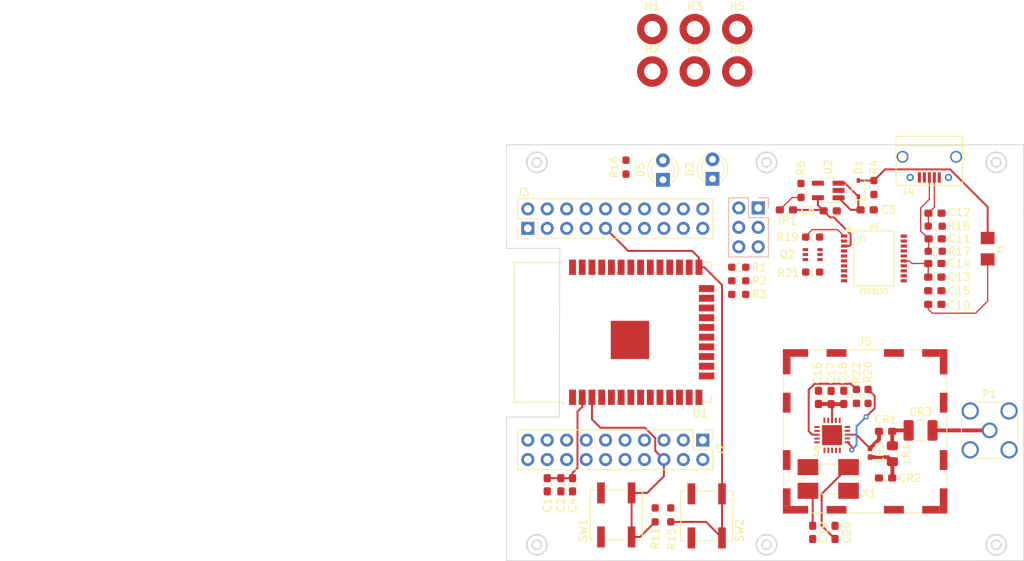
<source format=kicad_pcb>
(kicad_pcb (version 20171130) (host pcbnew 5.1.9-73d0e3b20d~88~ubuntu18.04.1)

  (general
    (thickness 1.6)
    (drawings 28)
    (tracks 116)
    (zones 0)
    (modules 61)
    (nets 73)
  )

  (page A4)
  (title_block
    (title "Si4362 Breakout")
    (rev C)
  )

  (layers
    (0 F.Cu signal)
    (31 B.Cu signal)
    (32 B.Adhes user)
    (33 F.Adhes user)
    (34 B.Paste user)
    (35 F.Paste user)
    (36 B.SilkS user)
    (37 F.SilkS user)
    (38 B.Mask user)
    (39 F.Mask user)
    (40 Dwgs.User user)
    (41 Cmts.User user)
    (42 Eco1.User user)
    (43 Eco2.User user)
    (44 Edge.Cuts user)
    (45 Margin user)
    (46 B.CrtYd user)
    (47 F.CrtYd user)
  )

  (setup
    (last_trace_width 0.254)
    (user_trace_width 0.1524)
    (user_trace_width 0.254)
    (user_trace_width 0.508)
    (trace_clearance 0.1524)
    (zone_clearance 0.00254)
    (zone_45_only no)
    (trace_min 0.1524)
    (via_size 0.6858)
    (via_drill 0.3302)
    (via_min_size 0.6858)
    (via_min_drill 0.3302)
    (user_via 0.6858 0.508)
    (uvia_size 0.762)
    (uvia_drill 0.508)
    (uvias_allowed no)
    (uvia_min_size 0)
    (uvia_min_drill 0)
    (edge_width 0.1)
    (segment_width 0.2)
    (pcb_text_width 0.3)
    (pcb_text_size 1.5 1.5)
    (mod_edge_width 0.15)
    (mod_text_size 1 1)
    (mod_text_width 0.15)
    (pad_size 2.6 2.6)
    (pad_drill 0)
    (pad_to_mask_clearance 0)
    (aux_axis_origin 110.998 79.502)
    (visible_elements 7FFFFF7F)
    (pcbplotparams
      (layerselection 0x010f0_80000001)
      (usegerberextensions false)
      (usegerberattributes true)
      (usegerberadvancedattributes true)
      (creategerberjobfile true)
      (excludeedgelayer true)
      (linewidth 0.150000)
      (plotframeref true)
      (viasonmask false)
      (mode 1)
      (useauxorigin false)
      (hpglpennumber 1)
      (hpglpenspeed 20)
      (hpglpendiameter 15.000000)
      (psnegative false)
      (psa4output false)
      (plotreference true)
      (plotvalue false)
      (plotinvisibletext false)
      (padsonsilk false)
      (subtractmaskfromsilk false)
      (outputformat 1)
      (mirror false)
      (drillshape 0)
      (scaleselection 1)
      (outputdirectory "Plots/"))
  )

  (net 0 "")
  (net 1 GND)
  (net 2 3.3V)
  (net 3 SPI_CLK)
  (net 4 "Net-(J1-Pad4)")
  (net 5 SPI_CS)
  (net 6 "Net-(J1-Pad6)")
  (net 7 VIN)
  (net 8 USB-RAW)
  (net 9 "Net-(C11-Pad1)")
  (net 10 "Net-(C12-Pad1)")
  (net 11 V_USB)
  (net 12 "Net-(C19-Pad1)")
  (net 13 "Net-(C20-Pad1)")
  (net 14 "Net-(C20-Pad2)")
  (net 15 "Net-(CR1-Pad2)")
  (net 16 "Net-(CR1-Pad1)")
  (net 17 "Net-(CR2-Pad2)")
  (net 18 "Net-(CR3-Pad1)")
  (net 19 "Net-(D2-Pad2)")
  (net 20 "Net-(D5-Pad2)")
  (net 21 VUSB-RAW)
  (net 22 CHIP_PU)
  (net 23 13)
  (net 24 ACC_SDO)
  (net 25 14)
  (net 26 GPIO3)
  (net 27 GPIO2)
  (net 28 GPIO1)
  (net 29 35)
  (net 30 34)
  (net 31 32K_XN)
  (net 32 32K_XP)
  (net 33 39)
  (net 34 U1TXD)
  (net 35 U1RXD)
  (net 36 36)
  (net 37 SDA)
  (net 38 U0TXD)
  (net 39 U0RXD)
  (net 40 SCL)
  (net 41 SDO)
  (net 42 SDI)
  (net 43 SCLK)
  (net 44 SDN)
  (net 45 GPIO0)
  (net 46 nSEL)
  (net 47 0)
  (net 48 nIRQ)
  (net 49 ACC_CS)
  (net 50 16)
  (net 51 "Net-(J4-Pad4)")
  (net 52 "Net-(JP1-Pad2)")
  (net 53 RTS)
  (net 54 "Net-(Q2-Pad2)")
  (net 55 DTR)
  (net 56 "Net-(Q2-Pad5)")
  (net 57 SPI_MISO)
  (net 58 SPI_MOSI)
  (net 59 USBDM)
  (net 60 USBDP)
  (net 61 "Net-(U1-Pad32)")
  (net 62 "Net-(U2-Pad4)")
  (net 63 "Net-(U5-Pad5)")
  (net 64 "Net-(U5-Pad7)")
  (net 65 "Net-(U5-Pad8)")
  (net 66 "Net-(U5-Pad9)")
  (net 67 "Net-(U5-Pad10)")
  (net 68 "Net-(U5-Pad17)")
  (net 69 "Net-(U5-Pad18)")
  (net 70 "Net-(U5-Pad19)")
  (net 71 "Net-(J2-Pad3)")
  (net 72 "Net-(J3-Pad3)")

  (net_class Default "This is the default net class."
    (clearance 0.1524)
    (trace_width 0.1524)
    (via_dia 0.6858)
    (via_drill 0.3302)
    (uvia_dia 0.762)
    (uvia_drill 0.508)
    (add_net 0)
    (add_net 13)
    (add_net 14)
    (add_net 16)
    (add_net 3.3V)
    (add_net 32K_XN)
    (add_net 32K_XP)
    (add_net 34)
    (add_net 35)
    (add_net 36)
    (add_net 39)
    (add_net ACC_CS)
    (add_net ACC_SDO)
    (add_net CHIP_PU)
    (add_net DTR)
    (add_net GPIO0)
    (add_net GPIO1)
    (add_net GPIO2)
    (add_net GPIO3)
    (add_net "Net-(C11-Pad1)")
    (add_net "Net-(C12-Pad1)")
    (add_net "Net-(C19-Pad1)")
    (add_net "Net-(C20-Pad1)")
    (add_net "Net-(C20-Pad2)")
    (add_net "Net-(CR1-Pad1)")
    (add_net "Net-(CR1-Pad2)")
    (add_net "Net-(CR2-Pad2)")
    (add_net "Net-(CR3-Pad1)")
    (add_net "Net-(D2-Pad2)")
    (add_net "Net-(D5-Pad2)")
    (add_net "Net-(J1-Pad4)")
    (add_net "Net-(J1-Pad6)")
    (add_net "Net-(J2-Pad3)")
    (add_net "Net-(J3-Pad3)")
    (add_net "Net-(J4-Pad4)")
    (add_net "Net-(JP1-Pad2)")
    (add_net "Net-(Q2-Pad2)")
    (add_net "Net-(Q2-Pad5)")
    (add_net "Net-(U1-Pad32)")
    (add_net "Net-(U2-Pad4)")
    (add_net "Net-(U5-Pad10)")
    (add_net "Net-(U5-Pad17)")
    (add_net "Net-(U5-Pad18)")
    (add_net "Net-(U5-Pad19)")
    (add_net "Net-(U5-Pad5)")
    (add_net "Net-(U5-Pad7)")
    (add_net "Net-(U5-Pad8)")
    (add_net "Net-(U5-Pad9)")
    (add_net RTS)
    (add_net SCL)
    (add_net SCLK)
    (add_net SDA)
    (add_net SDI)
    (add_net SDN)
    (add_net SDO)
    (add_net SPI_CLK)
    (add_net SPI_CS)
    (add_net SPI_MISO)
    (add_net SPI_MOSI)
    (add_net U0RXD)
    (add_net U0TXD)
    (add_net U1RXD)
    (add_net U1TXD)
    (add_net USB-RAW)
    (add_net USBDM)
    (add_net USBDP)
    (add_net VIN)
    (add_net VUSB-RAW)
    (add_net V_USB)
    (add_net nIRQ)
    (add_net nSEL)
  )

  (net_class Power ""
    (clearance 0.254)
    (trace_width 0.508)
    (via_dia 0.889)
    (via_drill 0.635)
    (uvia_dia 0.508)
    (uvia_drill 0.127)
    (add_net GND)
  )

  (module Capacitor_SMD:C_0603_1608Metric_Pad1.08x0.95mm_HandSolder (layer F.Cu) (tedit 5F68FEEF) (tstamp 6004F2CD)
    (at 169.037 85.852 90)
    (descr "Capacitor SMD 0603 (1608 Metric), square (rectangular) end terminal, IPC_7351 nominal with elongated pad for handsoldering. (Body size source: IPC-SM-782 page 76, https://www.pcb-3d.com/wordpress/wp-content/uploads/ipc-sm-782a_amendment_1_and_2.pdf), generated with kicad-footprint-generator")
    (tags "capacitor handsolder")
    (path /51EB0534)
    (attr smd)
    (fp_text reference C18 (at 3.175 -0.127 90) (layer F.SilkS)
      (effects (font (size 1 1) (thickness 0.15)))
    )
    (fp_text value 1uF (at 0 1.43 90) (layer F.Fab)
      (effects (font (size 1 1) (thickness 0.15)))
    )
    (fp_line (start -0.8 0.4) (end -0.8 -0.4) (layer F.Fab) (width 0.1))
    (fp_line (start -0.8 -0.4) (end 0.8 -0.4) (layer F.Fab) (width 0.1))
    (fp_line (start 0.8 -0.4) (end 0.8 0.4) (layer F.Fab) (width 0.1))
    (fp_line (start 0.8 0.4) (end -0.8 0.4) (layer F.Fab) (width 0.1))
    (fp_line (start -0.146267 -0.51) (end 0.146267 -0.51) (layer F.SilkS) (width 0.12))
    (fp_line (start -0.146267 0.51) (end 0.146267 0.51) (layer F.SilkS) (width 0.12))
    (fp_line (start -1.65 0.73) (end -1.65 -0.73) (layer F.CrtYd) (width 0.05))
    (fp_line (start -1.65 -0.73) (end 1.65 -0.73) (layer F.CrtYd) (width 0.05))
    (fp_line (start 1.65 -0.73) (end 1.65 0.73) (layer F.CrtYd) (width 0.05))
    (fp_line (start 1.65 0.73) (end -1.65 0.73) (layer F.CrtYd) (width 0.05))
    (fp_text user %R (at 0 0 90) (layer F.Fab)
      (effects (font (size 0.4 0.4) (thickness 0.06)))
    )
    (pad 2 smd roundrect (at 0.8625 0 90) (size 1.075 0.95) (layers F.Cu F.Paste F.Mask) (roundrect_rratio 0.25)
      (net 1 GND))
    (pad 1 smd roundrect (at -0.8625 0 90) (size 1.075 0.95) (layers F.Cu F.Paste F.Mask) (roundrect_rratio 0.25)
      (net 2 3.3V))
    (model ${KISYS3DMOD}/Capacitor_SMD.3dshapes/C_0603_1608Metric.wrl
      (at (xyz 0 0 0))
      (scale (xyz 1 1 1))
      (rotate (xyz 0 0 0))
    )
  )

  (module Capacitor_SMD:C_0603_1608Metric_Pad1.08x0.95mm_HandSolder (layer F.Cu) (tedit 5F68FEEF) (tstamp 6004F29D)
    (at 167.386 85.8785 90)
    (descr "Capacitor SMD 0603 (1608 Metric), square (rectangular) end terminal, IPC_7351 nominal with elongated pad for handsoldering. (Body size source: IPC-SM-782 page 76, https://www.pcb-3d.com/wordpress/wp-content/uploads/ipc-sm-782a_amendment_1_and_2.pdf), generated with kicad-footprint-generator")
    (tags "capacitor handsolder")
    (path /51EB0525)
    (attr smd)
    (fp_text reference C17 (at 3.2015 0 90) (layer F.SilkS)
      (effects (font (size 1 1) (thickness 0.15)))
    )
    (fp_text value 100nF (at 0 1.43 90) (layer F.Fab)
      (effects (font (size 1 1) (thickness 0.15)))
    )
    (fp_line (start -0.8 0.4) (end -0.8 -0.4) (layer F.Fab) (width 0.1))
    (fp_line (start -0.8 -0.4) (end 0.8 -0.4) (layer F.Fab) (width 0.1))
    (fp_line (start 0.8 -0.4) (end 0.8 0.4) (layer F.Fab) (width 0.1))
    (fp_line (start 0.8 0.4) (end -0.8 0.4) (layer F.Fab) (width 0.1))
    (fp_line (start -0.146267 -0.51) (end 0.146267 -0.51) (layer F.SilkS) (width 0.12))
    (fp_line (start -0.146267 0.51) (end 0.146267 0.51) (layer F.SilkS) (width 0.12))
    (fp_line (start -1.65 0.73) (end -1.65 -0.73) (layer F.CrtYd) (width 0.05))
    (fp_line (start -1.65 -0.73) (end 1.65 -0.73) (layer F.CrtYd) (width 0.05))
    (fp_line (start 1.65 -0.73) (end 1.65 0.73) (layer F.CrtYd) (width 0.05))
    (fp_line (start 1.65 0.73) (end -1.65 0.73) (layer F.CrtYd) (width 0.05))
    (fp_text user %R (at 0 0 90) (layer F.Fab)
      (effects (font (size 0.4 0.4) (thickness 0.06)))
    )
    (pad 2 smd roundrect (at 0.8625 0 90) (size 1.075 0.95) (layers F.Cu F.Paste F.Mask) (roundrect_rratio 0.25)
      (net 1 GND))
    (pad 1 smd roundrect (at -0.8625 0 90) (size 1.075 0.95) (layers F.Cu F.Paste F.Mask) (roundrect_rratio 0.25)
      (net 2 3.3V))
    (model ${KISYS3DMOD}/Capacitor_SMD.3dshapes/C_0603_1608Metric.wrl
      (at (xyz 0 0 0))
      (scale (xyz 1 1 1))
      (rotate (xyz 0 0 0))
    )
  )

  (module Capacitor_SMD:C_0603_1608Metric_Pad1.08x0.95mm_HandSolder (layer F.Cu) (tedit 5F68FEEF) (tstamp 6004F2FD)
    (at 165.735 85.852 90)
    (descr "Capacitor SMD 0603 (1608 Metric), square (rectangular) end terminal, IPC_7351 nominal with elongated pad for handsoldering. (Body size source: IPC-SM-782 page 76, https://www.pcb-3d.com/wordpress/wp-content/uploads/ipc-sm-782a_amendment_1_and_2.pdf), generated with kicad-footprint-generator")
    (tags "capacitor handsolder")
    (path /51EB0516)
    (attr smd)
    (fp_text reference C16 (at 3.175 -0.127 90) (layer F.SilkS)
      (effects (font (size 1 1) (thickness 0.15)))
    )
    (fp_text value 100pF (at 0 1.43 90) (layer F.Fab)
      (effects (font (size 1 1) (thickness 0.15)))
    )
    (fp_line (start -0.8 0.4) (end -0.8 -0.4) (layer F.Fab) (width 0.1))
    (fp_line (start -0.8 -0.4) (end 0.8 -0.4) (layer F.Fab) (width 0.1))
    (fp_line (start 0.8 -0.4) (end 0.8 0.4) (layer F.Fab) (width 0.1))
    (fp_line (start 0.8 0.4) (end -0.8 0.4) (layer F.Fab) (width 0.1))
    (fp_line (start -0.146267 -0.51) (end 0.146267 -0.51) (layer F.SilkS) (width 0.12))
    (fp_line (start -0.146267 0.51) (end 0.146267 0.51) (layer F.SilkS) (width 0.12))
    (fp_line (start -1.65 0.73) (end -1.65 -0.73) (layer F.CrtYd) (width 0.05))
    (fp_line (start -1.65 -0.73) (end 1.65 -0.73) (layer F.CrtYd) (width 0.05))
    (fp_line (start 1.65 -0.73) (end 1.65 0.73) (layer F.CrtYd) (width 0.05))
    (fp_line (start 1.65 0.73) (end -1.65 0.73) (layer F.CrtYd) (width 0.05))
    (fp_text user %R (at 0 0 90) (layer F.Fab)
      (effects (font (size 0.4 0.4) (thickness 0.06)))
    )
    (pad 2 smd roundrect (at 0.8625 0 90) (size 1.075 0.95) (layers F.Cu F.Paste F.Mask) (roundrect_rratio 0.25)
      (net 1 GND))
    (pad 1 smd roundrect (at -0.8625 0 90) (size 1.075 0.95) (layers F.Cu F.Paste F.Mask) (roundrect_rratio 0.25)
      (net 2 3.3V))
    (model ${KISYS3DMOD}/Capacitor_SMD.3dshapes/C_0603_1608Metric.wrl
      (at (xyz 0 0 0))
      (scale (xyz 1 1 1))
      (rotate (xyz 0 0 0))
    )
  )

  (module Pin_Headers:Pin_Header_Straight_2x03_Pitch2.54mm (layer B.Cu) (tedit 59A0027D) (tstamp 599FED6D)
    (at 157.861 61.087 180)
    (descr "Through hole straight pin header, 2x03, 2.54mm pitch, double rows")
    (tags "Through hole pin header THT 2x03 2.54mm double row")
    (path /59B28510)
    (fp_text reference J1 (at 1.27 2.33) (layer B.SilkS) hide
      (effects (font (size 1 1) (thickness 0.15)) (justify mirror))
    )
    (fp_text value SPI (at 1.27 -7.41) (layer B.Fab)
      (effects (font (size 1 1) (thickness 0.15)) (justify mirror))
    )
    (fp_line (start 0 1.27) (end 3.81 1.27) (layer B.Fab) (width 0.1))
    (fp_line (start 3.81 1.27) (end 3.81 -6.35) (layer B.Fab) (width 0.1))
    (fp_line (start 3.81 -6.35) (end -1.27 -6.35) (layer B.Fab) (width 0.1))
    (fp_line (start -1.27 -6.35) (end -1.27 0) (layer B.Fab) (width 0.1))
    (fp_line (start -1.27 0) (end 0 1.27) (layer B.Fab) (width 0.1))
    (fp_line (start -1.33 -6.41) (end 3.87 -6.41) (layer B.SilkS) (width 0.12))
    (fp_line (start -1.33 -1.27) (end -1.33 -6.41) (layer B.SilkS) (width 0.12))
    (fp_line (start 3.87 1.33) (end 3.87 -6.41) (layer B.SilkS) (width 0.12))
    (fp_line (start -1.33 -1.27) (end 1.27 -1.27) (layer B.SilkS) (width 0.12))
    (fp_line (start 1.27 -1.27) (end 1.27 1.33) (layer B.SilkS) (width 0.12))
    (fp_line (start 1.27 1.33) (end 3.87 1.33) (layer B.SilkS) (width 0.12))
    (fp_line (start -1.33 0) (end -1.33 1.33) (layer B.SilkS) (width 0.12))
    (fp_line (start -1.33 1.33) (end 0 1.33) (layer B.SilkS) (width 0.12))
    (fp_line (start -1.8 1.8) (end -1.8 -6.85) (layer B.CrtYd) (width 0.05))
    (fp_line (start -1.8 -6.85) (end 4.35 -6.85) (layer B.CrtYd) (width 0.05))
    (fp_line (start 4.35 -6.85) (end 4.35 1.8) (layer B.CrtYd) (width 0.05))
    (fp_line (start 4.35 1.8) (end -1.8 1.8) (layer B.CrtYd) (width 0.05))
    (fp_text user %R (at 1.27 -2.54 90) (layer B.Fab)
      (effects (font (size 1 1) (thickness 0.15)) (justify mirror))
    )
    (pad 1 thru_hole rect (at 0 0 180) (size 1.7 1.7) (drill 1) (layers *.Cu *.Mask)
      (net 2 3.3V))
    (pad 2 thru_hole oval (at 2.54 0 180) (size 1.7 1.7) (drill 1) (layers *.Cu *.Mask)
      (net 3 SPI_CLK))
    (pad 3 thru_hole oval (at 0 -2.54 180) (size 1.7 1.7) (drill 1) (layers *.Cu *.Mask)
      (net 1 GND))
    (pad 4 thru_hole oval (at 2.54 -2.54 180) (size 1.7 1.7) (drill 1) (layers *.Cu *.Mask)
      (net 4 "Net-(J1-Pad4)"))
    (pad 5 thru_hole oval (at 0 -5.08 180) (size 1.7 1.7) (drill 1) (layers *.Cu *.Mask)
      (net 5 SPI_CS))
    (pad 6 thru_hole oval (at 2.54 -5.08 180) (size 1.7 1.7) (drill 1) (layers *.Cu *.Mask)
      (net 6 "Net-(J1-Pad6)"))
    (model ${KISYS3DMOD}/Pin_Headers.3dshapes/Pin_Header_Straight_2x03_Pitch2.54mm.wrl
      (at (xyz 0 0 0))
      (scale (xyz 1 1 1))
      (rotate (xyz 0 0 0))
    )
  )

  (module Si4464:microVia (layer F.Cu) (tedit 59B10B99) (tstamp 59B1B380)
    (at 63.8048 70.6628)
    (path /59B10BFD)
    (fp_text reference J5 (at 0.0254 1.4224) (layer F.SilkS) hide
      (effects (font (size 1 1) (thickness 0.15)))
    )
    (fp_text value CONN_01X01 (at -0.0254 -1.524) (layer F.Fab) hide
      (effects (font (size 1 1) (thickness 0.15)))
    )
  )

  (module Capacitor_SMD:C_0603_1608Metric_Pad1.08x0.95mm_HandSolder (layer F.Cu) (tedit 5F68FEEF) (tstamp 60051ACF)
    (at 130.302 97.282 270)
    (descr "Capacitor SMD 0603 (1608 Metric), square (rectangular) end terminal, IPC_7351 nominal with elongated pad for handsoldering. (Body size source: IPC-SM-782 page 76, https://www.pcb-3d.com/wordpress/wp-content/uploads/ipc-sm-782a_amendment_1_and_2.pdf), generated with kicad-footprint-generator")
    (tags "capacitor handsolder")
    (path /59A12E90)
    (attr smd)
    (fp_text reference C1 (at 2.667 0 90) (layer F.SilkS)
      (effects (font (size 1 1) (thickness 0.15)))
    )
    (fp_text value 100pF (at 0 1.43 90) (layer F.Fab)
      (effects (font (size 1 1) (thickness 0.15)))
    )
    (fp_line (start 1.65 0.73) (end -1.65 0.73) (layer F.CrtYd) (width 0.05))
    (fp_line (start 1.65 -0.73) (end 1.65 0.73) (layer F.CrtYd) (width 0.05))
    (fp_line (start -1.65 -0.73) (end 1.65 -0.73) (layer F.CrtYd) (width 0.05))
    (fp_line (start -1.65 0.73) (end -1.65 -0.73) (layer F.CrtYd) (width 0.05))
    (fp_line (start -0.146267 0.51) (end 0.146267 0.51) (layer F.SilkS) (width 0.12))
    (fp_line (start -0.146267 -0.51) (end 0.146267 -0.51) (layer F.SilkS) (width 0.12))
    (fp_line (start 0.8 0.4) (end -0.8 0.4) (layer F.Fab) (width 0.1))
    (fp_line (start 0.8 -0.4) (end 0.8 0.4) (layer F.Fab) (width 0.1))
    (fp_line (start -0.8 -0.4) (end 0.8 -0.4) (layer F.Fab) (width 0.1))
    (fp_line (start -0.8 0.4) (end -0.8 -0.4) (layer F.Fab) (width 0.1))
    (fp_text user %R (at 0 0 90) (layer F.Fab)
      (effects (font (size 0.4 0.4) (thickness 0.06)))
    )
    (pad 1 smd roundrect (at -0.8625 0 270) (size 1.075 0.95) (layers F.Cu F.Paste F.Mask) (roundrect_rratio 0.25)
      (net 2 3.3V))
    (pad 2 smd roundrect (at 0.8625 0 270) (size 1.075 0.95) (layers F.Cu F.Paste F.Mask) (roundrect_rratio 0.25)
      (net 1 GND))
    (model ${KISYS3DMOD}/Capacitor_SMD.3dshapes/C_0603_1608Metric.wrl
      (at (xyz 0 0 0))
      (scale (xyz 1 1 1))
      (rotate (xyz 0 0 0))
    )
  )

  (module Capacitor_SMD:C_0603_1608Metric_Pad1.08x0.95mm_HandSolder (layer F.Cu) (tedit 5F68FEEF) (tstamp 60051A6F)
    (at 132.08 97.282 270)
    (descr "Capacitor SMD 0603 (1608 Metric), square (rectangular) end terminal, IPC_7351 nominal with elongated pad for handsoldering. (Body size source: IPC-SM-782 page 76, https://www.pcb-3d.com/wordpress/wp-content/uploads/ipc-sm-782a_amendment_1_and_2.pdf), generated with kicad-footprint-generator")
    (tags "capacitor handsolder")
    (path /59A12E96)
    (attr smd)
    (fp_text reference C2 (at 2.667 0 90) (layer F.SilkS)
      (effects (font (size 1 1) (thickness 0.15)))
    )
    (fp_text value 0.1uF (at 0 1.43 90) (layer F.Fab)
      (effects (font (size 1 1) (thickness 0.15)))
    )
    (fp_line (start -0.8 0.4) (end -0.8 -0.4) (layer F.Fab) (width 0.1))
    (fp_line (start -0.8 -0.4) (end 0.8 -0.4) (layer F.Fab) (width 0.1))
    (fp_line (start 0.8 -0.4) (end 0.8 0.4) (layer F.Fab) (width 0.1))
    (fp_line (start 0.8 0.4) (end -0.8 0.4) (layer F.Fab) (width 0.1))
    (fp_line (start -0.146267 -0.51) (end 0.146267 -0.51) (layer F.SilkS) (width 0.12))
    (fp_line (start -0.146267 0.51) (end 0.146267 0.51) (layer F.SilkS) (width 0.12))
    (fp_line (start -1.65 0.73) (end -1.65 -0.73) (layer F.CrtYd) (width 0.05))
    (fp_line (start -1.65 -0.73) (end 1.65 -0.73) (layer F.CrtYd) (width 0.05))
    (fp_line (start 1.65 -0.73) (end 1.65 0.73) (layer F.CrtYd) (width 0.05))
    (fp_line (start 1.65 0.73) (end -1.65 0.73) (layer F.CrtYd) (width 0.05))
    (fp_text user %R (at 0 0 90) (layer F.Fab)
      (effects (font (size 0.4 0.4) (thickness 0.06)))
    )
    (pad 2 smd roundrect (at 0.8625 0 270) (size 1.075 0.95) (layers F.Cu F.Paste F.Mask) (roundrect_rratio 0.25)
      (net 1 GND))
    (pad 1 smd roundrect (at -0.8625 0 270) (size 1.075 0.95) (layers F.Cu F.Paste F.Mask) (roundrect_rratio 0.25)
      (net 2 3.3V))
    (model ${KISYS3DMOD}/Capacitor_SMD.3dshapes/C_0603_1608Metric.wrl
      (at (xyz 0 0 0))
      (scale (xyz 1 1 1))
      (rotate (xyz 0 0 0))
    )
  )

  (module Capacitor_SMD:C_0603_1608Metric_Pad1.08x0.95mm_HandSolder (layer F.Cu) (tedit 5F68FEEF) (tstamp 6004B5F4)
    (at 172.085 61.341)
    (descr "Capacitor SMD 0603 (1608 Metric), square (rectangular) end terminal, IPC_7351 nominal with elongated pad for handsoldering. (Body size source: IPC-SM-782 page 76, https://www.pcb-3d.com/wordpress/wp-content/uploads/ipc-sm-782a_amendment_1_and_2.pdf), generated with kicad-footprint-generator")
    (tags "capacitor handsolder")
    (path /599FE954)
    (attr smd)
    (fp_text reference C3 (at 2.794 0) (layer F.SilkS)
      (effects (font (size 1 1) (thickness 0.15)))
    )
    (fp_text value 1uF (at 0 1.43) (layer F.Fab)
      (effects (font (size 1 1) (thickness 0.15)))
    )
    (fp_line (start -0.8 0.4) (end -0.8 -0.4) (layer F.Fab) (width 0.1))
    (fp_line (start -0.8 -0.4) (end 0.8 -0.4) (layer F.Fab) (width 0.1))
    (fp_line (start 0.8 -0.4) (end 0.8 0.4) (layer F.Fab) (width 0.1))
    (fp_line (start 0.8 0.4) (end -0.8 0.4) (layer F.Fab) (width 0.1))
    (fp_line (start -0.146267 -0.51) (end 0.146267 -0.51) (layer F.SilkS) (width 0.12))
    (fp_line (start -0.146267 0.51) (end 0.146267 0.51) (layer F.SilkS) (width 0.12))
    (fp_line (start -1.65 0.73) (end -1.65 -0.73) (layer F.CrtYd) (width 0.05))
    (fp_line (start -1.65 -0.73) (end 1.65 -0.73) (layer F.CrtYd) (width 0.05))
    (fp_line (start 1.65 -0.73) (end 1.65 0.73) (layer F.CrtYd) (width 0.05))
    (fp_line (start 1.65 0.73) (end -1.65 0.73) (layer F.CrtYd) (width 0.05))
    (fp_text user %R (at 0 0) (layer F.Fab)
      (effects (font (size 0.4 0.4) (thickness 0.06)))
    )
    (pad 2 smd roundrect (at 0.8625 0) (size 1.075 0.95) (layers F.Cu F.Paste F.Mask) (roundrect_rratio 0.25)
      (net 1 GND))
    (pad 1 smd roundrect (at -0.8625 0) (size 1.075 0.95) (layers F.Cu F.Paste F.Mask) (roundrect_rratio 0.25)
      (net 7 VIN))
    (model ${KISYS3DMOD}/Capacitor_SMD.3dshapes/C_0603_1608Metric.wrl
      (at (xyz 0 0 0))
      (scale (xyz 1 1 1))
      (rotate (xyz 0 0 0))
    )
  )

  (module Capacitor_SMD:C_0603_1608Metric_Pad1.08x0.95mm_HandSolder (layer F.Cu) (tedit 5F68FEEF) (tstamp 60051A9F)
    (at 133.604 97.282 270)
    (descr "Capacitor SMD 0603 (1608 Metric), square (rectangular) end terminal, IPC_7351 nominal with elongated pad for handsoldering. (Body size source: IPC-SM-782 page 76, https://www.pcb-3d.com/wordpress/wp-content/uploads/ipc-sm-782a_amendment_1_and_2.pdf), generated with kicad-footprint-generator")
    (tags "capacitor handsolder")
    (path /59A1293C)
    (attr smd)
    (fp_text reference C4 (at 2.667 0 90) (layer F.SilkS)
      (effects (font (size 1 1) (thickness 0.15)))
    )
    (fp_text value 1uF (at 0 1.43 90) (layer F.Fab)
      (effects (font (size 1 1) (thickness 0.15)))
    )
    (fp_line (start -0.8 0.4) (end -0.8 -0.4) (layer F.Fab) (width 0.1))
    (fp_line (start -0.8 -0.4) (end 0.8 -0.4) (layer F.Fab) (width 0.1))
    (fp_line (start 0.8 -0.4) (end 0.8 0.4) (layer F.Fab) (width 0.1))
    (fp_line (start 0.8 0.4) (end -0.8 0.4) (layer F.Fab) (width 0.1))
    (fp_line (start -0.146267 -0.51) (end 0.146267 -0.51) (layer F.SilkS) (width 0.12))
    (fp_line (start -0.146267 0.51) (end 0.146267 0.51) (layer F.SilkS) (width 0.12))
    (fp_line (start -1.65 0.73) (end -1.65 -0.73) (layer F.CrtYd) (width 0.05))
    (fp_line (start -1.65 -0.73) (end 1.65 -0.73) (layer F.CrtYd) (width 0.05))
    (fp_line (start 1.65 -0.73) (end 1.65 0.73) (layer F.CrtYd) (width 0.05))
    (fp_line (start 1.65 0.73) (end -1.65 0.73) (layer F.CrtYd) (width 0.05))
    (fp_text user %R (at 0 0 90) (layer F.Fab)
      (effects (font (size 0.4 0.4) (thickness 0.06)))
    )
    (pad 2 smd roundrect (at 0.8625 0 270) (size 1.075 0.95) (layers F.Cu F.Paste F.Mask) (roundrect_rratio 0.25)
      (net 1 GND))
    (pad 1 smd roundrect (at -0.8625 0 270) (size 1.075 0.95) (layers F.Cu F.Paste F.Mask) (roundrect_rratio 0.25)
      (net 2 3.3V))
    (model ${KISYS3DMOD}/Capacitor_SMD.3dshapes/C_0603_1608Metric.wrl
      (at (xyz 0 0 0))
      (scale (xyz 1 1 1))
      (rotate (xyz 0 0 0))
    )
  )

  (module Capacitor_SMD:C_0603_1608Metric_Pad1.08x0.95mm_HandSolder (layer F.Cu) (tedit 5F68FEEF) (tstamp 6004B616)
    (at 167.259 61.468)
    (descr "Capacitor SMD 0603 (1608 Metric), square (rectangular) end terminal, IPC_7351 nominal with elongated pad for handsoldering. (Body size source: IPC-SM-782 page 76, https://www.pcb-3d.com/wordpress/wp-content/uploads/ipc-sm-782a_amendment_1_and_2.pdf), generated with kicad-footprint-generator")
    (tags "capacitor handsolder")
    (path /599FEE05)
    (attr smd)
    (fp_text reference C5 (at -2.921 0) (layer F.SilkS)
      (effects (font (size 1 1) (thickness 0.15)))
    )
    (fp_text value 2.2uF (at 0 1.43) (layer F.Fab)
      (effects (font (size 1 1) (thickness 0.15)))
    )
    (fp_line (start -0.8 0.4) (end -0.8 -0.4) (layer F.Fab) (width 0.1))
    (fp_line (start -0.8 -0.4) (end 0.8 -0.4) (layer F.Fab) (width 0.1))
    (fp_line (start 0.8 -0.4) (end 0.8 0.4) (layer F.Fab) (width 0.1))
    (fp_line (start 0.8 0.4) (end -0.8 0.4) (layer F.Fab) (width 0.1))
    (fp_line (start -0.146267 -0.51) (end 0.146267 -0.51) (layer F.SilkS) (width 0.12))
    (fp_line (start -0.146267 0.51) (end 0.146267 0.51) (layer F.SilkS) (width 0.12))
    (fp_line (start -1.65 0.73) (end -1.65 -0.73) (layer F.CrtYd) (width 0.05))
    (fp_line (start -1.65 -0.73) (end 1.65 -0.73) (layer F.CrtYd) (width 0.05))
    (fp_line (start 1.65 -0.73) (end 1.65 0.73) (layer F.CrtYd) (width 0.05))
    (fp_line (start 1.65 0.73) (end -1.65 0.73) (layer F.CrtYd) (width 0.05))
    (fp_text user %R (at 0 0) (layer F.Fab)
      (effects (font (size 0.4 0.4) (thickness 0.06)))
    )
    (pad 2 smd roundrect (at 0.8625 0) (size 1.075 0.95) (layers F.Cu F.Paste F.Mask) (roundrect_rratio 0.25)
      (net 1 GND))
    (pad 1 smd roundrect (at -0.8625 0) (size 1.075 0.95) (layers F.Cu F.Paste F.Mask) (roundrect_rratio 0.25)
      (net 2 3.3V))
    (model ${KISYS3DMOD}/Capacitor_SMD.3dshapes/C_0603_1608Metric.wrl
      (at (xyz 0 0 0))
      (scale (xyz 1 1 1))
      (rotate (xyz 0 0 0))
    )
  )

  (module Capacitor_SMD:C_0603_1608Metric_Pad1.08x0.95mm_HandSolder (layer F.Cu) (tedit 5F68FEEF) (tstamp 600500D7)
    (at 180.927 73.685)
    (descr "Capacitor SMD 0603 (1608 Metric), square (rectangular) end terminal, IPC_7351 nominal with elongated pad for handsoldering. (Body size source: IPC-SM-782 page 76, https://www.pcb-3d.com/wordpress/wp-content/uploads/ipc-sm-782a_amendment_1_and_2.pdf), generated with kicad-footprint-generator")
    (tags "capacitor handsolder")
    (path /59A11DF5)
    (attr smd)
    (fp_text reference C10 (at 3.175 0.127) (layer F.SilkS)
      (effects (font (size 1 1) (thickness 0.15)))
    )
    (fp_text value 0.1uF (at 0 1.43) (layer F.Fab)
      (effects (font (size 1 1) (thickness 0.15)))
    )
    (fp_line (start 1.65 0.73) (end -1.65 0.73) (layer F.CrtYd) (width 0.05))
    (fp_line (start 1.65 -0.73) (end 1.65 0.73) (layer F.CrtYd) (width 0.05))
    (fp_line (start -1.65 -0.73) (end 1.65 -0.73) (layer F.CrtYd) (width 0.05))
    (fp_line (start -1.65 0.73) (end -1.65 -0.73) (layer F.CrtYd) (width 0.05))
    (fp_line (start -0.146267 0.51) (end 0.146267 0.51) (layer F.SilkS) (width 0.12))
    (fp_line (start -0.146267 -0.51) (end 0.146267 -0.51) (layer F.SilkS) (width 0.12))
    (fp_line (start 0.8 0.4) (end -0.8 0.4) (layer F.Fab) (width 0.1))
    (fp_line (start 0.8 -0.4) (end 0.8 0.4) (layer F.Fab) (width 0.1))
    (fp_line (start -0.8 -0.4) (end 0.8 -0.4) (layer F.Fab) (width 0.1))
    (fp_line (start -0.8 0.4) (end -0.8 -0.4) (layer F.Fab) (width 0.1))
    (fp_text user %R (at 0 0) (layer F.Fab)
      (effects (font (size 0.4 0.4) (thickness 0.06)))
    )
    (pad 1 smd roundrect (at -0.8625 0) (size 1.075 0.95) (layers F.Cu F.Paste F.Mask) (roundrect_rratio 0.25)
      (net 8 USB-RAW))
    (pad 2 smd roundrect (at 0.8625 0) (size 1.075 0.95) (layers F.Cu F.Paste F.Mask) (roundrect_rratio 0.25)
      (net 1 GND))
    (model ${KISYS3DMOD}/Capacitor_SMD.3dshapes/C_0603_1608Metric.wrl
      (at (xyz 0 0 0))
      (scale (xyz 1 1 1))
      (rotate (xyz 0 0 0))
    )
  )

  (module Capacitor_SMD:C_0603_1608Metric_Pad1.08x0.95mm_HandSolder (layer F.Cu) (tedit 5F68FEEF) (tstamp 600501F0)
    (at 180.975 65.125)
    (descr "Capacitor SMD 0603 (1608 Metric), square (rectangular) end terminal, IPC_7351 nominal with elongated pad for handsoldering. (Body size source: IPC-SM-782 page 76, https://www.pcb-3d.com/wordpress/wp-content/uploads/ipc-sm-782a_amendment_1_and_2.pdf), generated with kicad-footprint-generator")
    (tags "capacitor handsolder")
    (path /59A1160D)
    (attr smd)
    (fp_text reference C11 (at 3.175 0) (layer F.SilkS)
      (effects (font (size 1 1) (thickness 0.15)))
    )
    (fp_text value 47pF (at 0 1.43) (layer F.Fab)
      (effects (font (size 1 1) (thickness 0.15)))
    )
    (fp_line (start 1.65 0.73) (end -1.65 0.73) (layer F.CrtYd) (width 0.05))
    (fp_line (start 1.65 -0.73) (end 1.65 0.73) (layer F.CrtYd) (width 0.05))
    (fp_line (start -1.65 -0.73) (end 1.65 -0.73) (layer F.CrtYd) (width 0.05))
    (fp_line (start -1.65 0.73) (end -1.65 -0.73) (layer F.CrtYd) (width 0.05))
    (fp_line (start -0.146267 0.51) (end 0.146267 0.51) (layer F.SilkS) (width 0.12))
    (fp_line (start -0.146267 -0.51) (end 0.146267 -0.51) (layer F.SilkS) (width 0.12))
    (fp_line (start 0.8 0.4) (end -0.8 0.4) (layer F.Fab) (width 0.1))
    (fp_line (start 0.8 -0.4) (end 0.8 0.4) (layer F.Fab) (width 0.1))
    (fp_line (start -0.8 -0.4) (end 0.8 -0.4) (layer F.Fab) (width 0.1))
    (fp_line (start -0.8 0.4) (end -0.8 -0.4) (layer F.Fab) (width 0.1))
    (fp_text user %R (at 0 0) (layer F.Fab)
      (effects (font (size 0.4 0.4) (thickness 0.06)))
    )
    (pad 1 smd roundrect (at -0.8625 0) (size 1.075 0.95) (layers F.Cu F.Paste F.Mask) (roundrect_rratio 0.25)
      (net 9 "Net-(C11-Pad1)"))
    (pad 2 smd roundrect (at 0.8625 0) (size 1.075 0.95) (layers F.Cu F.Paste F.Mask) (roundrect_rratio 0.25)
      (net 1 GND))
    (model ${KISYS3DMOD}/Capacitor_SMD.3dshapes/C_0603_1608Metric.wrl
      (at (xyz 0 0 0))
      (scale (xyz 1 1 1))
      (rotate (xyz 0 0 0))
    )
  )

  (module Capacitor_SMD:C_0603_1608Metric_Pad1.08x0.95mm_HandSolder (layer F.Cu) (tedit 5F68FEEF) (tstamp 6004B649)
    (at 180.95 61.775)
    (descr "Capacitor SMD 0603 (1608 Metric), square (rectangular) end terminal, IPC_7351 nominal with elongated pad for handsoldering. (Body size source: IPC-SM-782 page 76, https://www.pcb-3d.com/wordpress/wp-content/uploads/ipc-sm-782a_amendment_1_and_2.pdf), generated with kicad-footprint-generator")
    (tags "capacitor handsolder")
    (path /59A11752)
    (attr smd)
    (fp_text reference C12 (at 3.175 -0.127) (layer F.SilkS)
      (effects (font (size 1 1) (thickness 0.15)))
    )
    (fp_text value 47pF (at 0 1.43) (layer F.Fab)
      (effects (font (size 1 1) (thickness 0.15)))
    )
    (fp_line (start -0.8 0.4) (end -0.8 -0.4) (layer F.Fab) (width 0.1))
    (fp_line (start -0.8 -0.4) (end 0.8 -0.4) (layer F.Fab) (width 0.1))
    (fp_line (start 0.8 -0.4) (end 0.8 0.4) (layer F.Fab) (width 0.1))
    (fp_line (start 0.8 0.4) (end -0.8 0.4) (layer F.Fab) (width 0.1))
    (fp_line (start -0.146267 -0.51) (end 0.146267 -0.51) (layer F.SilkS) (width 0.12))
    (fp_line (start -0.146267 0.51) (end 0.146267 0.51) (layer F.SilkS) (width 0.12))
    (fp_line (start -1.65 0.73) (end -1.65 -0.73) (layer F.CrtYd) (width 0.05))
    (fp_line (start -1.65 -0.73) (end 1.65 -0.73) (layer F.CrtYd) (width 0.05))
    (fp_line (start 1.65 -0.73) (end 1.65 0.73) (layer F.CrtYd) (width 0.05))
    (fp_line (start 1.65 0.73) (end -1.65 0.73) (layer F.CrtYd) (width 0.05))
    (fp_text user %R (at 0 0) (layer F.Fab)
      (effects (font (size 0.4 0.4) (thickness 0.06)))
    )
    (pad 2 smd roundrect (at 0.8625 0) (size 1.075 0.95) (layers F.Cu F.Paste F.Mask) (roundrect_rratio 0.25)
      (net 1 GND))
    (pad 1 smd roundrect (at -0.8625 0) (size 1.075 0.95) (layers F.Cu F.Paste F.Mask) (roundrect_rratio 0.25)
      (net 10 "Net-(C12-Pad1)"))
    (model ${KISYS3DMOD}/Capacitor_SMD.3dshapes/C_0603_1608Metric.wrl
      (at (xyz 0 0 0))
      (scale (xyz 1 1 1))
      (rotate (xyz 0 0 0))
    )
  )

  (module Capacitor_SMD:C_0603_1608Metric_Pad1.08x0.95mm_HandSolder (layer F.Cu) (tedit 5F68FEEF) (tstamp 6004B65A)
    (at 180.927 70.129)
    (descr "Capacitor SMD 0603 (1608 Metric), square (rectangular) end terminal, IPC_7351 nominal with elongated pad for handsoldering. (Body size source: IPC-SM-782 page 76, https://www.pcb-3d.com/wordpress/wp-content/uploads/ipc-sm-782a_amendment_1_and_2.pdf), generated with kicad-footprint-generator")
    (tags "capacitor handsolder")
    (path /59A11C32)
    (attr smd)
    (fp_text reference C13 (at 3.175 0) (layer F.SilkS)
      (effects (font (size 1 1) (thickness 0.15)))
    )
    (fp_text value 0.1uF (at 0 1.43) (layer F.Fab)
      (effects (font (size 1 1) (thickness 0.15)))
    )
    (fp_line (start -0.8 0.4) (end -0.8 -0.4) (layer F.Fab) (width 0.1))
    (fp_line (start -0.8 -0.4) (end 0.8 -0.4) (layer F.Fab) (width 0.1))
    (fp_line (start 0.8 -0.4) (end 0.8 0.4) (layer F.Fab) (width 0.1))
    (fp_line (start 0.8 0.4) (end -0.8 0.4) (layer F.Fab) (width 0.1))
    (fp_line (start -0.146267 -0.51) (end 0.146267 -0.51) (layer F.SilkS) (width 0.12))
    (fp_line (start -0.146267 0.51) (end 0.146267 0.51) (layer F.SilkS) (width 0.12))
    (fp_line (start -1.65 0.73) (end -1.65 -0.73) (layer F.CrtYd) (width 0.05))
    (fp_line (start -1.65 -0.73) (end 1.65 -0.73) (layer F.CrtYd) (width 0.05))
    (fp_line (start 1.65 -0.73) (end 1.65 0.73) (layer F.CrtYd) (width 0.05))
    (fp_line (start 1.65 0.73) (end -1.65 0.73) (layer F.CrtYd) (width 0.05))
    (fp_text user %R (at 0 0) (layer F.Fab)
      (effects (font (size 0.4 0.4) (thickness 0.06)))
    )
    (pad 2 smd roundrect (at 0.8625 0) (size 1.075 0.95) (layers F.Cu F.Paste F.Mask) (roundrect_rratio 0.25)
      (net 1 GND))
    (pad 1 smd roundrect (at -0.8625 0) (size 1.075 0.95) (layers F.Cu F.Paste F.Mask) (roundrect_rratio 0.25)
      (net 11 V_USB))
    (model ${KISYS3DMOD}/Capacitor_SMD.3dshapes/C_0603_1608Metric.wrl
      (at (xyz 0 0 0))
      (scale (xyz 1 1 1))
      (rotate (xyz 0 0 0))
    )
  )

  (module Capacitor_SMD:C_0603_1608Metric_Pad1.08x0.95mm_HandSolder (layer F.Cu) (tedit 5F68FEEF) (tstamp 6004B66B)
    (at 180.927 68.351)
    (descr "Capacitor SMD 0603 (1608 Metric), square (rectangular) end terminal, IPC_7351 nominal with elongated pad for handsoldering. (Body size source: IPC-SM-782 page 76, https://www.pcb-3d.com/wordpress/wp-content/uploads/ipc-sm-782a_amendment_1_and_2.pdf), generated with kicad-footprint-generator")
    (tags "capacitor handsolder")
    (path /59A11AAE)
    (attr smd)
    (fp_text reference C14 (at 3.175 0) (layer F.SilkS)
      (effects (font (size 1 1) (thickness 0.15)))
    )
    (fp_text value 4.7uF (at 0 1.43) (layer F.Fab)
      (effects (font (size 1 1) (thickness 0.15)))
    )
    (fp_line (start 1.65 0.73) (end -1.65 0.73) (layer F.CrtYd) (width 0.05))
    (fp_line (start 1.65 -0.73) (end 1.65 0.73) (layer F.CrtYd) (width 0.05))
    (fp_line (start -1.65 -0.73) (end 1.65 -0.73) (layer F.CrtYd) (width 0.05))
    (fp_line (start -1.65 0.73) (end -1.65 -0.73) (layer F.CrtYd) (width 0.05))
    (fp_line (start -0.146267 0.51) (end 0.146267 0.51) (layer F.SilkS) (width 0.12))
    (fp_line (start -0.146267 -0.51) (end 0.146267 -0.51) (layer F.SilkS) (width 0.12))
    (fp_line (start 0.8 0.4) (end -0.8 0.4) (layer F.Fab) (width 0.1))
    (fp_line (start 0.8 -0.4) (end 0.8 0.4) (layer F.Fab) (width 0.1))
    (fp_line (start -0.8 -0.4) (end 0.8 -0.4) (layer F.Fab) (width 0.1))
    (fp_line (start -0.8 0.4) (end -0.8 -0.4) (layer F.Fab) (width 0.1))
    (fp_text user %R (at 0 0) (layer F.Fab)
      (effects (font (size 0.4 0.4) (thickness 0.06)))
    )
    (pad 1 smd roundrect (at -0.8625 0) (size 1.075 0.95) (layers F.Cu F.Paste F.Mask) (roundrect_rratio 0.25)
      (net 11 V_USB))
    (pad 2 smd roundrect (at 0.8625 0) (size 1.075 0.95) (layers F.Cu F.Paste F.Mask) (roundrect_rratio 0.25)
      (net 1 GND))
    (model ${KISYS3DMOD}/Capacitor_SMD.3dshapes/C_0603_1608Metric.wrl
      (at (xyz 0 0 0))
      (scale (xyz 1 1 1))
      (rotate (xyz 0 0 0))
    )
  )

  (module Capacitor_SMD:C_0603_1608Metric_Pad1.08x0.95mm_HandSolder (layer F.Cu) (tedit 5F68FEEF) (tstamp 6004B67C)
    (at 180.927 71.907)
    (descr "Capacitor SMD 0603 (1608 Metric), square (rectangular) end terminal, IPC_7351 nominal with elongated pad for handsoldering. (Body size source: IPC-SM-782 page 76, https://www.pcb-3d.com/wordpress/wp-content/uploads/ipc-sm-782a_amendment_1_and_2.pdf), generated with kicad-footprint-generator")
    (tags "capacitor handsolder")
    (path /59A11CC5)
    (attr smd)
    (fp_text reference C15 (at 3.175 0) (layer F.SilkS)
      (effects (font (size 1 1) (thickness 0.15)))
    )
    (fp_text value 0.1uF (at 0 1.43) (layer F.Fab)
      (effects (font (size 1 1) (thickness 0.15)))
    )
    (fp_line (start -0.8 0.4) (end -0.8 -0.4) (layer F.Fab) (width 0.1))
    (fp_line (start -0.8 -0.4) (end 0.8 -0.4) (layer F.Fab) (width 0.1))
    (fp_line (start 0.8 -0.4) (end 0.8 0.4) (layer F.Fab) (width 0.1))
    (fp_line (start 0.8 0.4) (end -0.8 0.4) (layer F.Fab) (width 0.1))
    (fp_line (start -0.146267 -0.51) (end 0.146267 -0.51) (layer F.SilkS) (width 0.12))
    (fp_line (start -0.146267 0.51) (end 0.146267 0.51) (layer F.SilkS) (width 0.12))
    (fp_line (start -1.65 0.73) (end -1.65 -0.73) (layer F.CrtYd) (width 0.05))
    (fp_line (start -1.65 -0.73) (end 1.65 -0.73) (layer F.CrtYd) (width 0.05))
    (fp_line (start 1.65 -0.73) (end 1.65 0.73) (layer F.CrtYd) (width 0.05))
    (fp_line (start 1.65 0.73) (end -1.65 0.73) (layer F.CrtYd) (width 0.05))
    (fp_text user %R (at 0 0) (layer F.Fab)
      (effects (font (size 0.4 0.4) (thickness 0.06)))
    )
    (pad 2 smd roundrect (at 0.8625 0) (size 1.075 0.95) (layers F.Cu F.Paste F.Mask) (roundrect_rratio 0.25)
      (net 1 GND))
    (pad 1 smd roundrect (at -0.8625 0) (size 1.075 0.95) (layers F.Cu F.Paste F.Mask) (roundrect_rratio 0.25)
      (net 2 3.3V))
    (model ${KISYS3DMOD}/Capacitor_SMD.3dshapes/C_0603_1608Metric.wrl
      (at (xyz 0 0 0))
      (scale (xyz 1 1 1))
      (rotate (xyz 0 0 0))
    )
  )

  (module Capacitor_SMD:C_0603_1608Metric_Pad1.08x0.95mm_HandSolder (layer F.Cu) (tedit 5F68FEEF) (tstamp 6005171A)
    (at 164.973 103.505 270)
    (descr "Capacitor SMD 0603 (1608 Metric), square (rectangular) end terminal, IPC_7351 nominal with elongated pad for handsoldering. (Body size source: IPC-SM-782 page 76, https://www.pcb-3d.com/wordpress/wp-content/uploads/ipc-sm-782a_amendment_1_and_2.pdf), generated with kicad-footprint-generator")
    (tags "capacitor handsolder")
    (path /59B3A184)
    (attr smd)
    (fp_text reference C19 (at 0 -1.43 90) (layer F.SilkS)
      (effects (font (size 1 1) (thickness 0.15)))
    )
    (fp_text value 22pF (at 0 1.43 90) (layer F.Fab)
      (effects (font (size 1 1) (thickness 0.15)))
    )
    (fp_line (start 1.65 0.73) (end -1.65 0.73) (layer F.CrtYd) (width 0.05))
    (fp_line (start 1.65 -0.73) (end 1.65 0.73) (layer F.CrtYd) (width 0.05))
    (fp_line (start -1.65 -0.73) (end 1.65 -0.73) (layer F.CrtYd) (width 0.05))
    (fp_line (start -1.65 0.73) (end -1.65 -0.73) (layer F.CrtYd) (width 0.05))
    (fp_line (start -0.146267 0.51) (end 0.146267 0.51) (layer F.SilkS) (width 0.12))
    (fp_line (start -0.146267 -0.51) (end 0.146267 -0.51) (layer F.SilkS) (width 0.12))
    (fp_line (start 0.8 0.4) (end -0.8 0.4) (layer F.Fab) (width 0.1))
    (fp_line (start 0.8 -0.4) (end 0.8 0.4) (layer F.Fab) (width 0.1))
    (fp_line (start -0.8 -0.4) (end 0.8 -0.4) (layer F.Fab) (width 0.1))
    (fp_line (start -0.8 0.4) (end -0.8 -0.4) (layer F.Fab) (width 0.1))
    (fp_text user %R (at 0 0 90) (layer F.Fab)
      (effects (font (size 0.4 0.4) (thickness 0.06)))
    )
    (pad 1 smd roundrect (at -0.8625 0 270) (size 1.075 0.95) (layers F.Cu F.Paste F.Mask) (roundrect_rratio 0.25)
      (net 12 "Net-(C19-Pad1)"))
    (pad 2 smd roundrect (at 0.8625 0 270) (size 1.075 0.95) (layers F.Cu F.Paste F.Mask) (roundrect_rratio 0.25)
      (net 1 GND))
    (model ${KISYS3DMOD}/Capacitor_SMD.3dshapes/C_0603_1608Metric.wrl
      (at (xyz 0 0 0))
      (scale (xyz 1 1 1))
      (rotate (xyz 0 0 0))
    )
  )

  (module Capacitor_SMD:C_0603_1608Metric_Pad1.08x0.95mm_HandSolder (layer F.Cu) (tedit 5F68FEEF) (tstamp 6005179C)
    (at 167.894 103.505 90)
    (descr "Capacitor SMD 0603 (1608 Metric), square (rectangular) end terminal, IPC_7351 nominal with elongated pad for handsoldering. (Body size source: IPC-SM-782 page 76, https://www.pcb-3d.com/wordpress/wp-content/uploads/ipc-sm-782a_amendment_1_and_2.pdf), generated with kicad-footprint-generator")
    (tags "capacitor handsolder")
    (path /59B3A7B8)
    (attr smd)
    (fp_text reference C20 (at 0 1.524 90) (layer F.SilkS)
      (effects (font (size 1 1) (thickness 0.15)))
    )
    (fp_text value 22pF (at 0 1.43 90) (layer F.Fab)
      (effects (font (size 1 1) (thickness 0.15)))
    )
    (fp_line (start 1.65 0.73) (end -1.65 0.73) (layer F.CrtYd) (width 0.05))
    (fp_line (start 1.65 -0.73) (end 1.65 0.73) (layer F.CrtYd) (width 0.05))
    (fp_line (start -1.65 -0.73) (end 1.65 -0.73) (layer F.CrtYd) (width 0.05))
    (fp_line (start -1.65 0.73) (end -1.65 -0.73) (layer F.CrtYd) (width 0.05))
    (fp_line (start -0.146267 0.51) (end 0.146267 0.51) (layer F.SilkS) (width 0.12))
    (fp_line (start -0.146267 -0.51) (end 0.146267 -0.51) (layer F.SilkS) (width 0.12))
    (fp_line (start 0.8 0.4) (end -0.8 0.4) (layer F.Fab) (width 0.1))
    (fp_line (start 0.8 -0.4) (end 0.8 0.4) (layer F.Fab) (width 0.1))
    (fp_line (start -0.8 -0.4) (end 0.8 -0.4) (layer F.Fab) (width 0.1))
    (fp_line (start -0.8 0.4) (end -0.8 -0.4) (layer F.Fab) (width 0.1))
    (fp_text user %R (at 0 0 90) (layer F.Fab)
      (effects (font (size 0.4 0.4) (thickness 0.06)))
    )
    (pad 1 smd roundrect (at -0.8625 0 90) (size 1.075 0.95) (layers F.Cu F.Paste F.Mask) (roundrect_rratio 0.25)
      (net 13 "Net-(C20-Pad1)"))
    (pad 2 smd roundrect (at 0.8625 0 90) (size 1.075 0.95) (layers F.Cu F.Paste F.Mask) (roundrect_rratio 0.25)
      (net 14 "Net-(C20-Pad2)"))
    (model ${KISYS3DMOD}/Capacitor_SMD.3dshapes/C_0603_1608Metric.wrl
      (at (xyz 0 0 0))
      (scale (xyz 1 1 1))
      (rotate (xyz 0 0 0))
    )
  )

  (module Capacitor_SMD:C_0603_1608Metric_Pad1.08x0.95mm_HandSolder (layer F.Cu) (tedit 5F68FEEF) (tstamp 6004B6AF)
    (at 174.498 90.297 180)
    (descr "Capacitor SMD 0603 (1608 Metric), square (rectangular) end terminal, IPC_7351 nominal with elongated pad for handsoldering. (Body size source: IPC-SM-782 page 76, https://www.pcb-3d.com/wordpress/wp-content/uploads/ipc-sm-782a_amendment_1_and_2.pdf), generated with kicad-footprint-generator")
    (tags "capacitor handsolder")
    (path /51EB0507)
    (attr smd)
    (fp_text reference CR1 (at 0 1.524) (layer F.SilkS)
      (effects (font (size 1 1) (thickness 0.15)))
    )
    (fp_text value "6 pF" (at 0 1.43) (layer F.Fab)
      (effects (font (size 1 1) (thickness 0.15)))
    )
    (fp_line (start -0.8 0.4) (end -0.8 -0.4) (layer F.Fab) (width 0.1))
    (fp_line (start -0.8 -0.4) (end 0.8 -0.4) (layer F.Fab) (width 0.1))
    (fp_line (start 0.8 -0.4) (end 0.8 0.4) (layer F.Fab) (width 0.1))
    (fp_line (start 0.8 0.4) (end -0.8 0.4) (layer F.Fab) (width 0.1))
    (fp_line (start -0.146267 -0.51) (end 0.146267 -0.51) (layer F.SilkS) (width 0.12))
    (fp_line (start -0.146267 0.51) (end 0.146267 0.51) (layer F.SilkS) (width 0.12))
    (fp_line (start -1.65 0.73) (end -1.65 -0.73) (layer F.CrtYd) (width 0.05))
    (fp_line (start -1.65 -0.73) (end 1.65 -0.73) (layer F.CrtYd) (width 0.05))
    (fp_line (start 1.65 -0.73) (end 1.65 0.73) (layer F.CrtYd) (width 0.05))
    (fp_line (start 1.65 0.73) (end -1.65 0.73) (layer F.CrtYd) (width 0.05))
    (fp_text user %R (at 0 0) (layer F.Fab)
      (effects (font (size 0.4 0.4) (thickness 0.06)))
    )
    (pad 2 smd roundrect (at 0.8625 0 180) (size 1.075 0.95) (layers F.Cu F.Paste F.Mask) (roundrect_rratio 0.25)
      (net 15 "Net-(CR1-Pad2)"))
    (pad 1 smd roundrect (at -0.8625 0 180) (size 1.075 0.95) (layers F.Cu F.Paste F.Mask) (roundrect_rratio 0.25)
      (net 16 "Net-(CR1-Pad1)"))
    (model ${KISYS3DMOD}/Capacitor_SMD.3dshapes/C_0603_1608Metric.wrl
      (at (xyz 0 0 0))
      (scale (xyz 1 1 1))
      (rotate (xyz 0 0 0))
    )
  )

  (module Capacitor_SMD:C_0603_1608Metric_Pad1.08x0.95mm_HandSolder (layer F.Cu) (tedit 5F68FEEF) (tstamp 6004B6C0)
    (at 174.498 96.393)
    (descr "Capacitor SMD 0603 (1608 Metric), square (rectangular) end terminal, IPC_7351 nominal with elongated pad for handsoldering. (Body size source: IPC-SM-782 page 76, https://www.pcb-3d.com/wordpress/wp-content/uploads/ipc-sm-782a_amendment_1_and_2.pdf), generated with kicad-footprint-generator")
    (tags "capacitor handsolder")
    (path /51EB04F8)
    (attr smd)
    (fp_text reference CR2 (at 3.175 0) (layer F.SilkS)
      (effects (font (size 1 1) (thickness 0.15)))
    )
    (fp_text value "12 pF" (at 0 1.43) (layer F.Fab)
      (effects (font (size 1 1) (thickness 0.15)))
    )
    (fp_line (start 1.65 0.73) (end -1.65 0.73) (layer F.CrtYd) (width 0.05))
    (fp_line (start 1.65 -0.73) (end 1.65 0.73) (layer F.CrtYd) (width 0.05))
    (fp_line (start -1.65 -0.73) (end 1.65 -0.73) (layer F.CrtYd) (width 0.05))
    (fp_line (start -1.65 0.73) (end -1.65 -0.73) (layer F.CrtYd) (width 0.05))
    (fp_line (start -0.146267 0.51) (end 0.146267 0.51) (layer F.SilkS) (width 0.12))
    (fp_line (start -0.146267 -0.51) (end 0.146267 -0.51) (layer F.SilkS) (width 0.12))
    (fp_line (start 0.8 0.4) (end -0.8 0.4) (layer F.Fab) (width 0.1))
    (fp_line (start 0.8 -0.4) (end 0.8 0.4) (layer F.Fab) (width 0.1))
    (fp_line (start -0.8 -0.4) (end 0.8 -0.4) (layer F.Fab) (width 0.1))
    (fp_line (start -0.8 0.4) (end -0.8 -0.4) (layer F.Fab) (width 0.1))
    (fp_text user %R (at 0 0) (layer F.Fab)
      (effects (font (size 0.4 0.4) (thickness 0.06)))
    )
    (pad 1 smd roundrect (at -0.8625 0) (size 1.075 0.95) (layers F.Cu F.Paste F.Mask) (roundrect_rratio 0.25)
      (net 1 GND))
    (pad 2 smd roundrect (at 0.8625 0) (size 1.075 0.95) (layers F.Cu F.Paste F.Mask) (roundrect_rratio 0.25)
      (net 17 "Net-(CR2-Pad2)"))
    (model ${KISYS3DMOD}/Capacitor_SMD.3dshapes/C_0603_1608Metric.wrl
      (at (xyz 0 0 0))
      (scale (xyz 1 1 1))
      (rotate (xyz 0 0 0))
    )
  )

  (module Capacitor_SMD:C_1210_3225Metric_Pad1.33x2.70mm_HandSolder (layer F.Cu) (tedit 5F68FEEF) (tstamp 6004B6D1)
    (at 179.07 90.17 180)
    (descr "Capacitor SMD 1210 (3225 Metric), square (rectangular) end terminal, IPC_7351 nominal with elongated pad for handsoldering. (Body size source: IPC-SM-782 page 76, https://www.pcb-3d.com/wordpress/wp-content/uploads/ipc-sm-782a_amendment_1_and_2.pdf), generated with kicad-footprint-generator")
    (tags "capacitor handsolder")
    (path /52D481B6)
    (attr smd)
    (fp_text reference CR3 (at 0 2.413) (layer F.SilkS)
      (effects (font (size 1 1) (thickness 0.15)))
    )
    (fp_text value "220 pF" (at 0 2.3) (layer F.Fab)
      (effects (font (size 1 1) (thickness 0.15)))
    )
    (fp_line (start 2.48 1.6) (end -2.48 1.6) (layer F.CrtYd) (width 0.05))
    (fp_line (start 2.48 -1.6) (end 2.48 1.6) (layer F.CrtYd) (width 0.05))
    (fp_line (start -2.48 -1.6) (end 2.48 -1.6) (layer F.CrtYd) (width 0.05))
    (fp_line (start -2.48 1.6) (end -2.48 -1.6) (layer F.CrtYd) (width 0.05))
    (fp_line (start -0.711252 1.36) (end 0.711252 1.36) (layer F.SilkS) (width 0.12))
    (fp_line (start -0.711252 -1.36) (end 0.711252 -1.36) (layer F.SilkS) (width 0.12))
    (fp_line (start 1.6 1.25) (end -1.6 1.25) (layer F.Fab) (width 0.1))
    (fp_line (start 1.6 -1.25) (end 1.6 1.25) (layer F.Fab) (width 0.1))
    (fp_line (start -1.6 -1.25) (end 1.6 -1.25) (layer F.Fab) (width 0.1))
    (fp_line (start -1.6 1.25) (end -1.6 -1.25) (layer F.Fab) (width 0.1))
    (fp_text user %R (at 0 0) (layer F.Fab)
      (effects (font (size 0.8 0.8) (thickness 0.12)))
    )
    (pad 1 smd roundrect (at -1.5625 0 180) (size 1.325 2.7) (layers F.Cu F.Paste F.Mask) (roundrect_rratio 0.188679)
      (net 18 "Net-(CR3-Pad1)"))
    (pad 2 smd roundrect (at 1.5625 0 180) (size 1.325 2.7) (layers F.Cu F.Paste F.Mask) (roundrect_rratio 0.188679)
      (net 16 "Net-(CR1-Pad1)"))
    (model ${KISYS3DMOD}/Capacitor_SMD.3dshapes/C_1210_3225Metric.wrl
      (at (xyz 0 0 0))
      (scale (xyz 1 1 1))
      (rotate (xyz 0 0 0))
    )
  )

  (module Diode_SMD:D_SOD-323 (layer F.Cu) (tedit 58641739) (tstamp 6004B6E9)
    (at 170.942 58.547 90)
    (descr SOD-323)
    (tags SOD-323)
    (path /599FE345)
    (attr smd)
    (fp_text reference D1 (at 2.794 0 90) (layer F.SilkS)
      (effects (font (size 1 1) (thickness 0.15)))
    )
    (fp_text value BAT48JFILM (at 0.1 1.9 90) (layer F.Fab)
      (effects (font (size 1 1) (thickness 0.15)))
    )
    (fp_line (start -1.5 -0.85) (end 1.05 -0.85) (layer F.SilkS) (width 0.12))
    (fp_line (start -1.5 0.85) (end 1.05 0.85) (layer F.SilkS) (width 0.12))
    (fp_line (start -1.6 -0.95) (end -1.6 0.95) (layer F.CrtYd) (width 0.05))
    (fp_line (start -1.6 0.95) (end 1.6 0.95) (layer F.CrtYd) (width 0.05))
    (fp_line (start 1.6 -0.95) (end 1.6 0.95) (layer F.CrtYd) (width 0.05))
    (fp_line (start -1.6 -0.95) (end 1.6 -0.95) (layer F.CrtYd) (width 0.05))
    (fp_line (start -0.9 -0.7) (end 0.9 -0.7) (layer F.Fab) (width 0.1))
    (fp_line (start 0.9 -0.7) (end 0.9 0.7) (layer F.Fab) (width 0.1))
    (fp_line (start 0.9 0.7) (end -0.9 0.7) (layer F.Fab) (width 0.1))
    (fp_line (start -0.9 0.7) (end -0.9 -0.7) (layer F.Fab) (width 0.1))
    (fp_line (start -0.3 -0.35) (end -0.3 0.35) (layer F.Fab) (width 0.1))
    (fp_line (start -0.3 0) (end -0.5 0) (layer F.Fab) (width 0.1))
    (fp_line (start -0.3 0) (end 0.2 -0.35) (layer F.Fab) (width 0.1))
    (fp_line (start 0.2 -0.35) (end 0.2 0.35) (layer F.Fab) (width 0.1))
    (fp_line (start 0.2 0.35) (end -0.3 0) (layer F.Fab) (width 0.1))
    (fp_line (start 0.2 0) (end 0.45 0) (layer F.Fab) (width 0.1))
    (fp_line (start -1.5 -0.85) (end -1.5 0.85) (layer F.SilkS) (width 0.12))
    (fp_text user %R (at 0 -1.85 90) (layer F.Fab)
      (effects (font (size 1 1) (thickness 0.15)))
    )
    (pad 1 smd rect (at -1.05 0 90) (size 0.6 0.45) (layers F.Cu F.Paste F.Mask)
      (net 7 VIN))
    (pad 2 smd rect (at 1.05 0 90) (size 0.6 0.45) (layers F.Cu F.Paste F.Mask)
      (net 11 V_USB))
    (model ${KISYS3DMOD}/Diode_SMD.3dshapes/D_SOD-323.wrl
      (at (xyz 0 0 0))
      (scale (xyz 1 1 1))
      (rotate (xyz 0 0 0))
    )
  )

  (module LED_THT:LED_D3.0mm_Clear (layer F.Cu) (tedit 5A6C9BC0) (tstamp 6004FC9A)
    (at 151.892 57.277 90)
    (descr "IR-LED, diameter 3.0mm, 2 pins, color: clear")
    (tags "IR infrared LED diameter 3.0mm 2 pins clear")
    (path /599FFE83)
    (fp_text reference D2 (at 1.27 -2.96 90) (layer F.SilkS)
      (effects (font (size 1 1) (thickness 0.15)))
    )
    (fp_text value GREEN (at 1.27 2.96 90) (layer F.Fab)
      (effects (font (size 1 1) (thickness 0.15)))
    )
    (fp_line (start -0.23 -1.16619) (end -0.23 1.16619) (layer F.Fab) (width 0.1))
    (fp_line (start -0.29 -1.236) (end -0.29 -1.08) (layer F.SilkS) (width 0.12))
    (fp_line (start -0.29 1.08) (end -0.29 1.236) (layer F.SilkS) (width 0.12))
    (fp_line (start -1.15 -2.25) (end -1.15 2.25) (layer F.CrtYd) (width 0.05))
    (fp_line (start -1.15 2.25) (end 3.7 2.25) (layer F.CrtYd) (width 0.05))
    (fp_line (start 3.7 2.25) (end 3.7 -2.25) (layer F.CrtYd) (width 0.05))
    (fp_line (start 3.7 -2.25) (end -1.15 -2.25) (layer F.CrtYd) (width 0.05))
    (fp_circle (center 1.27 0) (end 2.77 0) (layer F.Fab) (width 0.1))
    (fp_arc (start 1.27 0) (end 0.229039 1.08) (angle -87.9) (layer F.SilkS) (width 0.12))
    (fp_arc (start 1.27 0) (end 0.229039 -1.08) (angle 87.9) (layer F.SilkS) (width 0.12))
    (fp_arc (start 1.27 0) (end -0.29 1.235516) (angle -108.8) (layer F.SilkS) (width 0.12))
    (fp_arc (start 1.27 0) (end -0.29 -1.235516) (angle 108.8) (layer F.SilkS) (width 0.12))
    (fp_arc (start 1.27 0) (end -0.23 -1.16619) (angle 284.3) (layer F.Fab) (width 0.1))
    (fp_text user %R (at 1.47 0 90) (layer F.Fab)
      (effects (font (size 0.8 0.8) (thickness 0.12)))
    )
    (pad 2 thru_hole circle (at 2.54 0 90) (size 1.8 1.8) (drill 0.9) (layers *.Cu *.Mask)
      (net 19 "Net-(D2-Pad2)"))
    (pad 1 thru_hole rect (at 0 0 90) (size 1.8 1.8) (drill 0.9) (layers *.Cu *.Mask)
      (net 1 GND))
    (model ${KISYS3DMOD}/LED_THT.3dshapes/LED_D3.0mm_Clear.wrl
      (at (xyz 0 0 0))
      (scale (xyz 1 1 1))
      (rotate (xyz 0 0 0))
    )
  )

  (module LED_THT:LED_D3.0mm_Clear (layer F.Cu) (tedit 5A6C9BC0) (tstamp 6004B711)
    (at 145.415 57.404 90)
    (descr "IR-LED, diameter 3.0mm, 2 pins, color: clear")
    (tags "IR infrared LED diameter 3.0mm 2 pins clear")
    (path /59A2DDDB)
    (fp_text reference D5 (at 1.27 -2.96 90) (layer F.SilkS)
      (effects (font (size 1 1) (thickness 0.15)))
    )
    (fp_text value YELLOW (at 1.27 2.96 90) (layer F.Fab)
      (effects (font (size 1 1) (thickness 0.15)))
    )
    (fp_circle (center 1.27 0) (end 2.77 0) (layer F.Fab) (width 0.1))
    (fp_line (start 3.7 -2.25) (end -1.15 -2.25) (layer F.CrtYd) (width 0.05))
    (fp_line (start 3.7 2.25) (end 3.7 -2.25) (layer F.CrtYd) (width 0.05))
    (fp_line (start -1.15 2.25) (end 3.7 2.25) (layer F.CrtYd) (width 0.05))
    (fp_line (start -1.15 -2.25) (end -1.15 2.25) (layer F.CrtYd) (width 0.05))
    (fp_line (start -0.29 1.08) (end -0.29 1.236) (layer F.SilkS) (width 0.12))
    (fp_line (start -0.29 -1.236) (end -0.29 -1.08) (layer F.SilkS) (width 0.12))
    (fp_line (start -0.23 -1.16619) (end -0.23 1.16619) (layer F.Fab) (width 0.1))
    (fp_text user %R (at 1.47 0 90) (layer F.Fab)
      (effects (font (size 0.8 0.8) (thickness 0.12)))
    )
    (fp_arc (start 1.27 0) (end -0.23 -1.16619) (angle 284.3) (layer F.Fab) (width 0.1))
    (fp_arc (start 1.27 0) (end -0.29 -1.235516) (angle 108.8) (layer F.SilkS) (width 0.12))
    (fp_arc (start 1.27 0) (end -0.29 1.235516) (angle -108.8) (layer F.SilkS) (width 0.12))
    (fp_arc (start 1.27 0) (end 0.229039 -1.08) (angle 87.9) (layer F.SilkS) (width 0.12))
    (fp_arc (start 1.27 0) (end 0.229039 1.08) (angle -87.9) (layer F.SilkS) (width 0.12))
    (pad 1 thru_hole rect (at 0 0 90) (size 1.8 1.8) (drill 0.9) (layers *.Cu *.Mask)
      (net 1 GND))
    (pad 2 thru_hole circle (at 2.54 0 90) (size 1.8 1.8) (drill 0.9) (layers *.Cu *.Mask)
      (net 20 "Net-(D5-Pad2)"))
    (model ${KISYS3DMOD}/LED_THT.3dshapes/LED_D3.0mm_Clear.wrl
      (at (xyz 0 0 0))
      (scale (xyz 1 1 1))
      (rotate (xyz 0 0 0))
    )
  )

  (module Fuses:1206 (layer F.Cu) (tedit 59628F2E) (tstamp 600503F3)
    (at 187.833 66.421 270)
    (descr "GENERIC 3216 (1206) PACKAGE")
    (tags "GENERIC 3216 (1206) PACKAGE")
    (path /59A18393)
    (attr smd)
    (fp_text reference F1 (at 0 -1.651 90) (layer F.SilkS)
      (effects (font (size 0.6096 0.6096) (thickness 0.127)))
    )
    (fp_text value 500mA (at 0 1.651 90) (layer F.SilkS) hide
      (effects (font (size 0.6096 0.6096) (thickness 0.127)))
    )
    (fp_line (start -0.96266 0.78486) (end 0.96266 0.78486) (layer Dwgs.User) (width 0.1016))
    (fp_line (start -0.96266 -0.78486) (end 0.96266 -0.78486) (layer Dwgs.User) (width 0.1016))
    (fp_line (start 2.39776 -1.09982) (end 2.39776 1.09982) (layer F.CrtYd) (width 0.0508))
    (fp_line (start -2.39776 1.09982) (end -2.39776 -1.09982) (layer F.CrtYd) (width 0.0508))
    (fp_line (start 2.39776 1.09982) (end -2.39776 1.09982) (layer F.CrtYd) (width 0.0508))
    (fp_line (start -2.39776 -1.09982) (end 2.39776 -1.09982) (layer F.CrtYd) (width 0.0508))
    (fp_line (start 0.94996 0.84836) (end 0.94996 -0.8509) (layer Dwgs.User) (width 0.06604))
    (fp_line (start 0.94996 -0.8509) (end 1.7018 -0.8509) (layer Dwgs.User) (width 0.06604))
    (fp_line (start 1.7018 0.84836) (end 1.7018 -0.8509) (layer Dwgs.User) (width 0.06604))
    (fp_line (start 0.94996 0.84836) (end 1.7018 0.84836) (layer Dwgs.User) (width 0.06604))
    (fp_line (start -1.7018 0.8509) (end -1.7018 -0.84836) (layer Dwgs.User) (width 0.06604))
    (fp_line (start -1.7018 -0.84836) (end -0.94996 -0.84836) (layer Dwgs.User) (width 0.06604))
    (fp_line (start -0.94996 0.8509) (end -0.94996 -0.84836) (layer Dwgs.User) (width 0.06604))
    (fp_line (start -1.7018 0.8509) (end -0.94996 0.8509) (layer Dwgs.User) (width 0.06604))
    (pad 1 smd rect (at -1.39954 0 270) (size 1.59766 1.79832) (layers F.Cu F.Paste F.Mask)
      (net 11 V_USB) (solder_mask_margin 0.1016))
    (pad 2 smd rect (at 1.39954 0 270) (size 1.59766 1.79832) (layers F.Cu F.Paste F.Mask)
      (net 8 USB-RAW) (solder_mask_margin 0.1016))
    (model ${KISYS3DMOD}/Fuse.3dshapes/Fuse_1206_3216Metric.step
      (at (xyz 0 0 0))
      (scale (xyz 1 1 1))
      (rotate (xyz 0 0 0))
    )
  )

  (module Connector_PinHeader_2.54mm:PinHeader_2x10_P2.54mm_Vertical (layer F.Cu) (tedit 59FED5CC) (tstamp 60051B94)
    (at 150.622 91.44 270)
    (descr "Through hole straight pin header, 2x10, 2.54mm pitch, double rows")
    (tags "Through hole pin header THT 2x10 2.54mm double row")
    (path /59A416F5)
    (fp_text reference J2 (at 1.27 -2.33 90) (layer F.SilkS)
      (effects (font (size 1 1) (thickness 0.15)))
    )
    (fp_text value CONN_01X20 (at 1.27 25.19 90) (layer F.Fab)
      (effects (font (size 1 1) (thickness 0.15)))
    )
    (fp_line (start 4.35 -1.8) (end -1.8 -1.8) (layer F.CrtYd) (width 0.05))
    (fp_line (start 4.35 24.65) (end 4.35 -1.8) (layer F.CrtYd) (width 0.05))
    (fp_line (start -1.8 24.65) (end 4.35 24.65) (layer F.CrtYd) (width 0.05))
    (fp_line (start -1.8 -1.8) (end -1.8 24.65) (layer F.CrtYd) (width 0.05))
    (fp_line (start -1.33 -1.33) (end 0 -1.33) (layer F.SilkS) (width 0.12))
    (fp_line (start -1.33 0) (end -1.33 -1.33) (layer F.SilkS) (width 0.12))
    (fp_line (start 1.27 -1.33) (end 3.87 -1.33) (layer F.SilkS) (width 0.12))
    (fp_line (start 1.27 1.27) (end 1.27 -1.33) (layer F.SilkS) (width 0.12))
    (fp_line (start -1.33 1.27) (end 1.27 1.27) (layer F.SilkS) (width 0.12))
    (fp_line (start 3.87 -1.33) (end 3.87 24.19) (layer F.SilkS) (width 0.12))
    (fp_line (start -1.33 1.27) (end -1.33 24.19) (layer F.SilkS) (width 0.12))
    (fp_line (start -1.33 24.19) (end 3.87 24.19) (layer F.SilkS) (width 0.12))
    (fp_line (start -1.27 0) (end 0 -1.27) (layer F.Fab) (width 0.1))
    (fp_line (start -1.27 24.13) (end -1.27 0) (layer F.Fab) (width 0.1))
    (fp_line (start 3.81 24.13) (end -1.27 24.13) (layer F.Fab) (width 0.1))
    (fp_line (start 3.81 -1.27) (end 3.81 24.13) (layer F.Fab) (width 0.1))
    (fp_line (start 0 -1.27) (end 3.81 -1.27) (layer F.Fab) (width 0.1))
    (fp_text user %R (at 1.27 11.43) (layer F.Fab)
      (effects (font (size 1 1) (thickness 0.15)))
    )
    (pad 1 thru_hole rect (at 0 0 270) (size 1.7 1.7) (drill 1) (layers *.Cu *.Mask)
      (net 1 GND))
    (pad 2 thru_hole oval (at 2.54 0 270) (size 1.7 1.7) (drill 1) (layers *.Cu *.Mask)
      (net 21 VUSB-RAW))
    (pad 3 thru_hole oval (at 0 2.54 270) (size 1.7 1.7) (drill 1) (layers *.Cu *.Mask)
      (net 71 "Net-(J2-Pad3)"))
    (pad 4 thru_hole oval (at 2.54 2.54 270) (size 1.7 1.7) (drill 1) (layers *.Cu *.Mask)
      (net 1 GND))
    (pad 5 thru_hole oval (at 0 5.08 270) (size 1.7 1.7) (drill 1) (layers *.Cu *.Mask)
      (net 2 3.3V))
    (pad 6 thru_hole oval (at 2.54 5.08 270) (size 1.7 1.7) (drill 1) (layers *.Cu *.Mask)
      (net 22 CHIP_PU))
    (pad 7 thru_hole oval (at 0 7.62 270) (size 1.7 1.7) (drill 1) (layers *.Cu *.Mask)
      (net 23 13))
    (pad 8 thru_hole oval (at 2.54 7.62 270) (size 1.7 1.7) (drill 1) (layers *.Cu *.Mask)
      (net 24 ACC_SDO))
    (pad 9 thru_hole oval (at 0 10.16 270) (size 1.7 1.7) (drill 1) (layers *.Cu *.Mask)
      (net 25 14))
    (pad 10 thru_hole oval (at 2.54 10.16 270) (size 1.7 1.7) (drill 1) (layers *.Cu *.Mask)
      (net 26 GPIO3))
    (pad 11 thru_hole oval (at 0 12.7 270) (size 1.7 1.7) (drill 1) (layers *.Cu *.Mask)
      (net 27 GPIO2))
    (pad 12 thru_hole oval (at 2.54 12.7 270) (size 1.7 1.7) (drill 1) (layers *.Cu *.Mask)
      (net 28 GPIO1))
    (pad 13 thru_hole oval (at 0 15.24 270) (size 1.7 1.7) (drill 1) (layers *.Cu *.Mask)
      (net 29 35))
    (pad 14 thru_hole oval (at 2.54 15.24 270) (size 1.7 1.7) (drill 1) (layers *.Cu *.Mask)
      (net 30 34))
    (pad 15 thru_hole oval (at 0 17.78 270) (size 1.7 1.7) (drill 1) (layers *.Cu *.Mask)
      (net 31 32K_XN))
    (pad 16 thru_hole oval (at 2.54 17.78 270) (size 1.7 1.7) (drill 1) (layers *.Cu *.Mask)
      (net 32 32K_XP))
    (pad 17 thru_hole oval (at 0 20.32 270) (size 1.7 1.7) (drill 1) (layers *.Cu *.Mask)
      (net 33 39))
    (pad 18 thru_hole oval (at 2.54 20.32 270) (size 1.7 1.7) (drill 1) (layers *.Cu *.Mask)
      (net 34 U1TXD))
    (pad 19 thru_hole oval (at 0 22.86 270) (size 1.7 1.7) (drill 1) (layers *.Cu *.Mask)
      (net 35 U1RXD))
    (pad 20 thru_hole oval (at 2.54 22.86 270) (size 1.7 1.7) (drill 1) (layers *.Cu *.Mask)
      (net 36 36))
    (model ${KISYS3DMOD}/Connector_PinHeader_2.54mm.3dshapes/PinHeader_2x10_P2.54mm_Vertical.wrl
      (at (xyz 0 0 0))
      (scale (xyz 1 1 1))
      (rotate (xyz 0 0 0))
    )
  )

  (module Connector_PinHeader_2.54mm:PinHeader_2x10_P2.54mm_Vertical (layer F.Cu) (tedit 59FED5CC) (tstamp 600442E4)
    (at 127.762 63.754 90)
    (descr "Through hole straight pin header, 2x10, 2.54mm pitch, double rows")
    (tags "Through hole pin header THT 2x10 2.54mm double row")
    (path /59A41BAF)
    (fp_text reference J3 (at 4.679 -0.612 180) (layer F.SilkS)
      (effects (font (size 1 1) (thickness 0.15)))
    )
    (fp_text value CONN_01X20 (at 1.27 25.19 90) (layer F.Fab)
      (effects (font (size 1 1) (thickness 0.15)))
    )
    (fp_line (start 0 -1.27) (end 3.81 -1.27) (layer F.Fab) (width 0.1))
    (fp_line (start 3.81 -1.27) (end 3.81 24.13) (layer F.Fab) (width 0.1))
    (fp_line (start 3.81 24.13) (end -1.27 24.13) (layer F.Fab) (width 0.1))
    (fp_line (start -1.27 24.13) (end -1.27 0) (layer F.Fab) (width 0.1))
    (fp_line (start -1.27 0) (end 0 -1.27) (layer F.Fab) (width 0.1))
    (fp_line (start -1.33 24.19) (end 3.87 24.19) (layer F.SilkS) (width 0.12))
    (fp_line (start -1.33 1.27) (end -1.33 24.19) (layer F.SilkS) (width 0.12))
    (fp_line (start 3.87 -1.33) (end 3.87 24.19) (layer F.SilkS) (width 0.12))
    (fp_line (start -1.33 1.27) (end 1.27 1.27) (layer F.SilkS) (width 0.12))
    (fp_line (start 1.27 1.27) (end 1.27 -1.33) (layer F.SilkS) (width 0.12))
    (fp_line (start 1.27 -1.33) (end 3.87 -1.33) (layer F.SilkS) (width 0.12))
    (fp_line (start -1.33 0) (end -1.33 -1.33) (layer F.SilkS) (width 0.12))
    (fp_line (start -1.33 -1.33) (end 0 -1.33) (layer F.SilkS) (width 0.12))
    (fp_line (start -1.8 -1.8) (end -1.8 24.65) (layer F.CrtYd) (width 0.05))
    (fp_line (start -1.8 24.65) (end 4.35 24.65) (layer F.CrtYd) (width 0.05))
    (fp_line (start 4.35 24.65) (end 4.35 -1.8) (layer F.CrtYd) (width 0.05))
    (fp_line (start 4.35 -1.8) (end -1.8 -1.8) (layer F.CrtYd) (width 0.05))
    (fp_text user %R (at 1.27 11.43) (layer F.Fab)
      (effects (font (size 1 1) (thickness 0.15)))
    )
    (pad 20 thru_hole oval (at 2.54 22.86 90) (size 1.7 1.7) (drill 1) (layers *.Cu *.Mask)
      (net 1 GND))
    (pad 19 thru_hole oval (at 0 22.86 90) (size 1.7 1.7) (drill 1) (layers *.Cu *.Mask)
      (net 37 SDA))
    (pad 18 thru_hole oval (at 2.54 20.32 90) (size 1.7 1.7) (drill 1) (layers *.Cu *.Mask)
      (net 38 U0TXD))
    (pad 17 thru_hole oval (at 0 20.32 90) (size 1.7 1.7) (drill 1) (layers *.Cu *.Mask)
      (net 39 U0RXD))
    (pad 16 thru_hole oval (at 2.54 17.78 90) (size 1.7 1.7) (drill 1) (layers *.Cu *.Mask)
      (net 40 SCL))
    (pad 15 thru_hole oval (at 0 17.78 90) (size 1.7 1.7) (drill 1) (layers *.Cu *.Mask)
      (net 41 SDO))
    (pad 14 thru_hole oval (at 2.54 15.24 90) (size 1.7 1.7) (drill 1) (layers *.Cu *.Mask)
      (net 42 SDI))
    (pad 13 thru_hole oval (at 0 15.24 90) (size 1.7 1.7) (drill 1) (layers *.Cu *.Mask)
      (net 43 SCLK))
    (pad 12 thru_hole oval (at 2.54 12.7 90) (size 1.7 1.7) (drill 1) (layers *.Cu *.Mask)
      (net 44 SDN))
    (pad 11 thru_hole oval (at 0 12.7 90) (size 1.7 1.7) (drill 1) (layers *.Cu *.Mask)
      (net 45 GPIO0))
    (pad 10 thru_hole oval (at 2.54 10.16 90) (size 1.7 1.7) (drill 1) (layers *.Cu *.Mask)
      (net 46 nSEL))
    (pad 9 thru_hole oval (at 0 10.16 90) (size 1.7 1.7) (drill 1) (layers *.Cu *.Mask)
      (net 47 0))
    (pad 8 thru_hole oval (at 2.54 7.62 90) (size 1.7 1.7) (drill 1) (layers *.Cu *.Mask)
      (net 48 nIRQ))
    (pad 7 thru_hole oval (at 0 7.62 90) (size 1.7 1.7) (drill 1) (layers *.Cu *.Mask)
      (net 49 ACC_CS))
    (pad 6 thru_hole oval (at 2.54 5.08 90) (size 1.7 1.7) (drill 1) (layers *.Cu *.Mask)
      (net 50 16))
    (pad 5 thru_hole oval (at 0 5.08 90) (size 1.7 1.7) (drill 1) (layers *.Cu *.Mask)
      (net 2 3.3V))
    (pad 4 thru_hole oval (at 2.54 2.54 90) (size 1.7 1.7) (drill 1) (layers *.Cu *.Mask)
      (net 1 GND))
    (pad 3 thru_hole oval (at 0 2.54 90) (size 1.7 1.7) (drill 1) (layers *.Cu *.Mask)
      (net 72 "Net-(J3-Pad3)"))
    (pad 2 thru_hole oval (at 2.54 0 90) (size 1.7 1.7) (drill 1) (layers *.Cu *.Mask)
      (net 21 VUSB-RAW))
    (pad 1 thru_hole rect (at 0 0 90) (size 1.7 1.7) (drill 1) (layers *.Cu *.Mask)
      (net 1 GND))
    (model ${KISYS3DMOD}/Connector_PinHeader_2.54mm.3dshapes/PinHeader_2x10_P2.54mm_Vertical.wrl
      (at (xyz 0 0 0))
      (scale (xyz 1 1 1))
      (rotate (xyz 0 0 0))
    )
  )

  (module Si4464:USB_Micro-B (layer F.Cu) (tedit 59B121E5) (tstamp 6004B7CB)
    (at 180.213 55.753 180)
    (descr "Micro USB Type B Receptacle")
    (tags "USB USB_B USB_micro USB_OTG")
    (path /59A0872D)
    (attr smd)
    (fp_text reference J4 (at 2.798 -3.179) (layer F.SilkS)
      (effects (font (size 1 1) (thickness 0.15)))
    )
    (fp_text value USB_OTG (at 0 5.01) (layer F.Fab) hide
      (effects (font (size 1 1) (thickness 0.15)))
    )
    (fp_line (start -4.35 4.03) (end -4.35 -2.38) (layer F.SilkS) (width 0.12))
    (fp_line (start 4.35 2.8) (end -4.35 2.8) (layer F.SilkS) (width 0.12))
    (fp_line (start 4.35 -2.38) (end 4.35 4.03) (layer F.SilkS) (width 0.12))
    (fp_line (start -4.35 -2.38) (end 4.35 -2.38) (layer F.SilkS) (width 0.12))
    (fp_line (start -4.35 4.03) (end 4.35 4.03) (layer F.SilkS) (width 0.12))
    (fp_line (start -4.6 4.26) (end -4.6 -2.59) (layer F.CrtYd) (width 0.05))
    (fp_line (start 4.6 4.26) (end -4.6 4.26) (layer F.CrtYd) (width 0.05))
    (fp_line (start 4.6 -2.59) (end 4.6 4.26) (layer F.CrtYd) (width 0.05))
    (fp_line (start -4.6 -2.59) (end 4.6 -2.59) (layer F.CrtYd) (width 0.05))
    (pad 1 smd rect (at -1.3 -1.35 270) (size 1.35 0.4) (layers F.Cu F.Paste F.Mask)
      (net 8 USB-RAW))
    (pad 2 smd rect (at -0.65 -1.35 270) (size 1.35 0.4) (layers F.Cu F.Paste F.Mask)
      (net 10 "Net-(C12-Pad1)"))
    (pad 3 smd rect (at 0 -1.35 270) (size 1.35 0.4) (layers F.Cu F.Paste F.Mask)
      (net 9 "Net-(C11-Pad1)"))
    (pad 4 smd rect (at 0.65 -1.35 270) (size 1.35 0.4) (layers F.Cu F.Paste F.Mask)
      (net 51 "Net-(J4-Pad4)"))
    (pad 5 smd rect (at 1.3 -1.35 270) (size 1.35 0.4) (layers F.Cu F.Paste F.Mask)
      (net 1 GND))
    (pad 6 thru_hole circle (at -2.5 -1.35 270) (size 0.95 0.95) (drill 0.55) (layers *.Cu *.Mask)
      (net 1 GND))
    (pad 6 thru_hole circle (at 2.5 -1.35 270) (size 0.95 0.95) (drill 0.55) (layers *.Cu *.Mask)
      (net 1 GND))
    (pad 6 thru_hole circle (at -3.5 1.35 270) (size 1.55 1.55) (drill 1.15) (layers *.Cu *.Mask)
      (net 1 GND))
    (pad 6 thru_hole circle (at 3.5 1.35 270) (size 1.55 1.55) (drill 1.15) (layers *.Cu *.Mask)
      (net 1 GND))
    (model ${KISYS3DMOD}/Connector_USB.3dshapes/USB_Micro-B_Molex_47346-0001.wrl
      (at (xyz 0 0 0))
      (scale (xyz 1 1 1))
      (rotate (xyz 0 0 0))
    )
    (model ${KISYS3DMOD}/Connector_USB.3dshapes/USB_Micro-B_Molex_47346-0001.step
      (at (xyz 0 0 0))
      (scale (xyz 1 1 1))
      (rotate (xyz 0 0 0))
    )
  )

  (module RF_Shielding:Wuerth_36103205_20x20mm (layer F.Cu) (tedit 5A143358) (tstamp 6004F961)
    (at 171.831 90.297)
    (descr "WE-SHC Shielding Cabinet SMD 20x20mm")
    (tags "Shielding Cabinet")
    (path /601F19DF)
    (attr smd)
    (fp_text reference J5 (at 0 -11.75) (layer F.SilkS)
      (effects (font (size 1 1) (thickness 0.15)))
    )
    (fp_text value RF_Shield (at 0 11.75) (layer F.Fab)
      (effects (font (size 1 1) (thickness 0.15)))
    )
    (fp_line (start 10.65 5.35) (end 10.65 7.15) (layer F.SilkS) (width 0.12))
    (fp_line (start -10.65 5.35) (end -10.65 7.15) (layer F.SilkS) (width 0.12))
    (fp_line (start 10.65 -2.15) (end 10.65 2.15) (layer F.SilkS) (width 0.12))
    (fp_line (start -10.65 -2.15) (end -10.65 2.15) (layer F.SilkS) (width 0.12))
    (fp_line (start 10.65 -7.15) (end 10.65 -5.35) (layer F.SilkS) (width 0.12))
    (fp_line (start -10.65 -7.15) (end -10.65 -5.35) (layer F.SilkS) (width 0.12))
    (fp_line (start 5.35 10.65) (end 7.15 10.65) (layer F.SilkS) (width 0.12))
    (fp_line (start 5.35 -10.65) (end 7.15 -10.65) (layer F.SilkS) (width 0.12))
    (fp_line (start -2.15 10.65) (end 2.15 10.65) (layer F.SilkS) (width 0.12))
    (fp_line (start -2.15 -10.65) (end 2.15 -10.65) (layer F.SilkS) (width 0.12))
    (fp_line (start -7.15 10.65) (end -5.35 10.65) (layer F.SilkS) (width 0.12))
    (fp_line (start -7.15 -10.65) (end -5.35 -10.65) (layer F.SilkS) (width 0.12))
    (fp_line (start 10.5 -10.5) (end -10.5 -10.5) (layer F.Fab) (width 0.1))
    (fp_line (start 10.5 10.5) (end 10.5 -10.5) (layer F.Fab) (width 0.1))
    (fp_line (start -10.5 10.5) (end 10.5 10.5) (layer F.Fab) (width 0.1))
    (fp_line (start -10.5 -10.5) (end -10.5 10.5) (layer F.Fab) (width 0.1))
    (fp_line (start 9.5 -9.5) (end -9.5 -9.5) (layer F.CrtYd) (width 0.05))
    (fp_line (start 9.5 9.5) (end 9.5 -9.5) (layer F.CrtYd) (width 0.05))
    (fp_line (start -9.5 9.5) (end 9.5 9.5) (layer F.CrtYd) (width 0.05))
    (fp_line (start -9.5 -9.5) (end -9.5 9.5) (layer F.CrtYd) (width 0.05))
    (fp_line (start 11 -11) (end -11 -11) (layer F.CrtYd) (width 0.05))
    (fp_line (start 11 11) (end 11 -11) (layer F.CrtYd) (width 0.05))
    (fp_line (start -11 11) (end 11 11) (layer F.CrtYd) (width 0.05))
    (fp_line (start -11 -11) (end -11 11) (layer F.CrtYd) (width 0.05))
    (fp_text user %R (at 0 0) (layer F.Fab)
      (effects (font (size 1 1) (thickness 0.15)))
    )
    (pad 1 smd rect (at -10.25 -10.25) (size 1 1) (layers F.Cu F.Paste F.Mask)
      (net 1 GND))
    (pad 1 smd rect (at 10.25 -10.25) (size 1 1) (layers F.Cu F.Paste F.Mask)
      (net 1 GND))
    (pad 1 smd rect (at 10.25 10.25) (size 1 1) (layers F.Cu F.Paste F.Mask)
      (net 1 GND))
    (pad 1 smd rect (at -10.25 10.25) (size 1 1) (layers F.Cu F.Paste F.Mask)
      (net 1 GND))
    (pad 1 smd rect (at -8.6 -10.25) (size 2.3 1) (layers F.Cu F.Paste F.Mask)
      (net 1 GND))
    (pad 1 smd rect (at -8.6 10.25) (size 2.3 1) (layers F.Cu F.Paste F.Mask)
      (net 1 GND))
    (pad 1 smd rect (at -3.75 -10.25) (size 2.6 1) (layers F.Cu F.Paste F.Mask)
      (net 1 GND))
    (pad 1 smd rect (at -3.75 10.25) (size 2.6 1) (layers F.Cu F.Paste F.Mask)
      (net 1 GND))
    (pad 1 smd rect (at 3.75 -10.25) (size 2.6 1) (layers F.Cu F.Paste F.Mask)
      (net 1 GND))
    (pad 1 smd rect (at 3.75 10.25) (size 2.6 1) (layers F.Cu F.Paste F.Mask)
      (net 1 GND))
    (pad 1 smd rect (at 8.6 -10.25) (size 2.3 1) (layers F.Cu F.Paste F.Mask)
      (net 1 GND))
    (pad 1 smd rect (at 8.6 10.25) (size 2.3 1) (layers F.Cu F.Paste F.Mask)
      (net 1 GND))
    (pad 1 smd rect (at -10.25 -8.6) (size 1 2.3) (layers F.Cu F.Paste F.Mask)
      (net 1 GND))
    (pad 1 smd rect (at 10.25 -8.6) (size 1 2.3) (layers F.Cu F.Paste F.Mask)
      (net 1 GND))
    (pad 1 smd rect (at -10.25 -3.75) (size 1 2.6) (layers F.Cu F.Paste F.Mask)
      (net 1 GND))
    (pad 1 smd rect (at 10.25 -3.75) (size 1 2.6) (layers F.Cu F.Paste F.Mask)
      (net 1 GND))
    (pad 1 smd rect (at -10.25 3.75) (size 1 2.6) (layers F.Cu F.Paste F.Mask)
      (net 1 GND))
    (pad 1 smd rect (at 10.25 3.75) (size 1 2.6) (layers F.Cu F.Paste F.Mask)
      (net 1 GND))
    (pad 1 smd rect (at -10.25 8.6) (size 1 2.3) (layers F.Cu F.Paste F.Mask)
      (net 1 GND))
    (pad 1 smd rect (at 10.25 8.6) (size 1 2.3) (layers F.Cu F.Paste F.Mask)
      (net 1 GND))
    (model ${KISYS3DMOD}/RF_Shielding.3dshapes/Wuerth_36103205_20x20mm.wrl
      (at (xyz 0 0 0))
      (scale (xyz 1 1 1))
      (rotate (xyz 0 0 0))
    )
  )

  (module Capacitor_SMD:C_0603_1608Metric_Pad1.08x0.95mm_HandSolder (layer F.Cu) (tedit 5F68FEEF) (tstamp 6004B80D)
    (at 161.544 61.341 180)
    (descr "Capacitor SMD 0603 (1608 Metric), square (rectangular) end terminal, IPC_7351 nominal with elongated pad for handsoldering. (Body size source: IPC-SM-782 page 76, https://www.pcb-3d.com/wordpress/wp-content/uploads/ipc-sm-782a_amendment_1_and_2.pdf), generated with kicad-footprint-generator")
    (tags "capacitor handsolder")
    (path /599FF0E3)
    (attr smd)
    (fp_text reference JP1 (at 0 -1.43) (layer F.SilkS)
      (effects (font (size 1 1) (thickness 0.15)))
    )
    (fp_text value Jumper (at 0 1.43) (layer F.Fab)
      (effects (font (size 1 1) (thickness 0.15)))
    )
    (fp_line (start 1.65 0.73) (end -1.65 0.73) (layer F.CrtYd) (width 0.05))
    (fp_line (start 1.65 -0.73) (end 1.65 0.73) (layer F.CrtYd) (width 0.05))
    (fp_line (start -1.65 -0.73) (end 1.65 -0.73) (layer F.CrtYd) (width 0.05))
    (fp_line (start -1.65 0.73) (end -1.65 -0.73) (layer F.CrtYd) (width 0.05))
    (fp_line (start -0.146267 0.51) (end 0.146267 0.51) (layer F.SilkS) (width 0.12))
    (fp_line (start -0.146267 -0.51) (end 0.146267 -0.51) (layer F.SilkS) (width 0.12))
    (fp_line (start 0.8 0.4) (end -0.8 0.4) (layer F.Fab) (width 0.1))
    (fp_line (start 0.8 -0.4) (end 0.8 0.4) (layer F.Fab) (width 0.1))
    (fp_line (start -0.8 -0.4) (end 0.8 -0.4) (layer F.Fab) (width 0.1))
    (fp_line (start -0.8 0.4) (end -0.8 -0.4) (layer F.Fab) (width 0.1))
    (fp_text user %R (at 0 0) (layer F.Fab)
      (effects (font (size 0.4 0.4) (thickness 0.06)))
    )
    (pad 1 smd roundrect (at -0.8625 0 180) (size 1.075 0.95) (layers F.Cu F.Paste F.Mask) (roundrect_rratio 0.25)
      (net 2 3.3V))
    (pad 2 smd roundrect (at 0.8625 0 180) (size 1.075 0.95) (layers F.Cu F.Paste F.Mask) (roundrect_rratio 0.25)
      (net 52 "Net-(JP1-Pad2)"))
    (model ${KISYS3DMOD}/Capacitor_SMD.3dshapes/C_0603_1608Metric.wrl
      (at (xyz 0 0 0))
      (scale (xyz 1 1 1))
      (rotate (xyz 0 0 0))
    )
  )

  (module Capacitor_SMD:C_0805_2012Metric_Pad1.18x1.45mm_HandSolder (layer F.Cu) (tedit 5F68FEEF) (tstamp 6004B81E)
    (at 175.387 93.218 90)
    (descr "Capacitor SMD 0805 (2012 Metric), square (rectangular) end terminal, IPC_7351 nominal with elongated pad for handsoldering. (Body size source: IPC-SM-782 page 76, https://www.pcb-3d.com/wordpress/wp-content/uploads/ipc-sm-782a_amendment_1_and_2.pdf, https://docs.google.com/spreadsheets/d/1BsfQQcO9C6DZCsRaXUlFlo91Tg2WpOkGARC1WS5S8t0/edit?usp=sharing), generated with kicad-footprint-generator")
    (tags "capacitor handsolder")
    (path /51EB055A)
    (attr smd)
    (fp_text reference LR1 (at 0 1.778 90) (layer F.SilkS)
      (effects (font (size 1 1) (thickness 0.15)))
    )
    (fp_text value "160 nH" (at 0 1.68 90) (layer F.Fab)
      (effects (font (size 1 1) (thickness 0.15)))
    )
    (fp_line (start 1.88 0.98) (end -1.88 0.98) (layer F.CrtYd) (width 0.05))
    (fp_line (start 1.88 -0.98) (end 1.88 0.98) (layer F.CrtYd) (width 0.05))
    (fp_line (start -1.88 -0.98) (end 1.88 -0.98) (layer F.CrtYd) (width 0.05))
    (fp_line (start -1.88 0.98) (end -1.88 -0.98) (layer F.CrtYd) (width 0.05))
    (fp_line (start -0.261252 0.735) (end 0.261252 0.735) (layer F.SilkS) (width 0.12))
    (fp_line (start -0.261252 -0.735) (end 0.261252 -0.735) (layer F.SilkS) (width 0.12))
    (fp_line (start 1 0.625) (end -1 0.625) (layer F.Fab) (width 0.1))
    (fp_line (start 1 -0.625) (end 1 0.625) (layer F.Fab) (width 0.1))
    (fp_line (start -1 -0.625) (end 1 -0.625) (layer F.Fab) (width 0.1))
    (fp_line (start -1 0.625) (end -1 -0.625) (layer F.Fab) (width 0.1))
    (fp_text user %R (at 0 0 90) (layer F.Fab)
      (effects (font (size 0.5 0.5) (thickness 0.08)))
    )
    (pad 1 smd roundrect (at -1.0375 0 90) (size 1.175 1.45) (layers F.Cu F.Paste F.Mask) (roundrect_rratio 0.212766)
      (net 17 "Net-(CR2-Pad2)"))
    (pad 2 smd roundrect (at 1.0375 0 90) (size 1.175 1.45) (layers F.Cu F.Paste F.Mask) (roundrect_rratio 0.212766)
      (net 16 "Net-(CR1-Pad1)"))
    (model ${KISYS3DMOD}/Capacitor_SMD.3dshapes/C_0805_2012Metric.wrl
      (at (xyz 0 0 0))
      (scale (xyz 1 1 1))
      (rotate (xyz 0 0 0))
    )
  )

  (module Capacitor_SMD:C_0402_1005Metric_Pad0.74x0.62mm_HandSolder (layer F.Cu) (tedit 5F6BB22C) (tstamp 6004EABE)
    (at 172.466 93.091 90)
    (descr "Capacitor SMD 0402 (1005 Metric), square (rectangular) end terminal, IPC_7351 nominal with elongated pad for handsoldering. (Body size source: IPC-SM-782 page 76, https://www.pcb-3d.com/wordpress/wp-content/uploads/ipc-sm-782a_amendment_1_and_2.pdf), generated with kicad-footprint-generator")
    (tags "capacitor handsolder")
    (path /51EB0569)
    (attr smd)
    (fp_text reference LR2 (at 0 1.27 90) (layer F.SilkS)
      (effects (font (size 1 1) (thickness 0.15)))
    )
    (fp_text value "240 nH" (at 0 1.16 90) (layer F.Fab)
      (effects (font (size 1 1) (thickness 0.15)))
    )
    (fp_line (start 1.08 0.46) (end -1.08 0.46) (layer F.CrtYd) (width 0.05))
    (fp_line (start 1.08 -0.46) (end 1.08 0.46) (layer F.CrtYd) (width 0.05))
    (fp_line (start -1.08 -0.46) (end 1.08 -0.46) (layer F.CrtYd) (width 0.05))
    (fp_line (start -1.08 0.46) (end -1.08 -0.46) (layer F.CrtYd) (width 0.05))
    (fp_line (start -0.115835 0.36) (end 0.115835 0.36) (layer F.SilkS) (width 0.12))
    (fp_line (start -0.115835 -0.36) (end 0.115835 -0.36) (layer F.SilkS) (width 0.12))
    (fp_line (start 0.5 0.25) (end -0.5 0.25) (layer F.Fab) (width 0.1))
    (fp_line (start 0.5 -0.25) (end 0.5 0.25) (layer F.Fab) (width 0.1))
    (fp_line (start -0.5 -0.25) (end 0.5 -0.25) (layer F.Fab) (width 0.1))
    (fp_line (start -0.5 0.25) (end -0.5 -0.25) (layer F.Fab) (width 0.1))
    (fp_text user %R (at 0 0 90) (layer F.Fab)
      (effects (font (size 0.25 0.25) (thickness 0.04)))
    )
    (pad 1 smd roundrect (at -0.5675 0 90) (size 0.735 0.62) (layers F.Cu F.Paste F.Mask) (roundrect_rratio 0.25)
      (net 17 "Net-(CR2-Pad2)"))
    (pad 2 smd roundrect (at 0.5675 0 90) (size 0.735 0.62) (layers F.Cu F.Paste F.Mask) (roundrect_rratio 0.25)
      (net 15 "Net-(CR1-Pad2)"))
    (model ${KISYS3DMOD}/Capacitor_SMD.3dshapes/C_0402_1005Metric.wrl
      (at (xyz 0 0 0))
      (scale (xyz 1 1 1))
      (rotate (xyz 0 0 0))
    )
  )

  (module Connector_Coaxial:SMA_Amphenol_132134_Vertical (layer F.Cu) (tedit 5B2F4DB6) (tstamp 6004B846)
    (at 188.087 90.17)
    (descr https://www.amphenolrf.com/downloads/dl/file/id/2187/product/2843/132134_customer_drawing.pdf)
    (tags "SMA THT Female Jack Vertical ExtendedLegs")
    (path /51EB088F)
    (fp_text reference P1 (at 0 -4.75) (layer F.SilkS)
      (effects (font (size 1 1) (thickness 0.15)))
    )
    (fp_text value Antenna (at 0 5) (layer F.Fab)
      (effects (font (size 1 1) (thickness 0.15)))
    )
    (fp_line (start -1.8 -3.68) (end 1.8 -3.68) (layer F.SilkS) (width 0.12))
    (fp_line (start -1.8 3.68) (end 1.8 3.68) (layer F.SilkS) (width 0.12))
    (fp_line (start 3.68 -1.8) (end 3.68 1.8) (layer F.SilkS) (width 0.12))
    (fp_line (start -3.68 -1.8) (end -3.68 1.8) (layer F.SilkS) (width 0.12))
    (fp_line (start 3.5 -3.5) (end 3.5 3.5) (layer F.Fab) (width 0.1))
    (fp_line (start -3.5 3.5) (end 3.5 3.5) (layer F.Fab) (width 0.1))
    (fp_line (start -3.5 -3.5) (end -3.5 3.5) (layer F.Fab) (width 0.1))
    (fp_line (start -3.5 -3.5) (end 3.5 -3.5) (layer F.Fab) (width 0.1))
    (fp_line (start -4.17 -4.17) (end 4.17 -4.17) (layer F.CrtYd) (width 0.05))
    (fp_line (start -4.17 -4.17) (end -4.17 4.17) (layer F.CrtYd) (width 0.05))
    (fp_line (start 4.17 4.17) (end 4.17 -4.17) (layer F.CrtYd) (width 0.05))
    (fp_line (start 4.17 4.17) (end -4.17 4.17) (layer F.CrtYd) (width 0.05))
    (fp_circle (center 0 0) (end 3.175 0) (layer F.Fab) (width 0.1))
    (fp_text user %R (at 0 0) (layer F.Fab)
      (effects (font (size 1 1) (thickness 0.15)))
    )
    (pad 1 thru_hole circle (at 0 0) (size 2.05 2.05) (drill 1.5) (layers *.Cu *.Mask)
      (net 18 "Net-(CR3-Pad1)"))
    (pad 2 thru_hole circle (at 2.54 2.54) (size 2.25 2.25) (drill 1.7) (layers *.Cu *.Mask)
      (net 1 GND))
    (pad 2 thru_hole circle (at 2.54 -2.54) (size 2.25 2.25) (drill 1.7) (layers *.Cu *.Mask)
      (net 1 GND))
    (pad 2 thru_hole circle (at -2.54 -2.54) (size 2.25 2.25) (drill 1.7) (layers *.Cu *.Mask)
      (net 1 GND))
    (pad 2 thru_hole circle (at -2.54 2.54) (size 2.25 2.25) (drill 1.7) (layers *.Cu *.Mask)
      (net 1 GND))
    (model ${KISYS3DMOD}/Connector_Coaxial.3dshapes/SMA_Amphenol_132134_Vertical.wrl
      (at (xyz 0 0 0))
      (scale (xyz 1 1 1))
      (rotate (xyz 0 0 0))
    )
    (model ${KISYS3DMOD}/Connector_Coaxial.3dshapes/SMA_Amphenol_132291-12_Vertical.step
      (at (xyz 0 0 0))
      (scale (xyz 1 1 1))
      (rotate (xyz 0 0 0))
    )
  )

  (module Si4464:SOT-363 (layer F.Cu) (tedit 591DB25A) (tstamp 6004B86A)
    (at 164.973 67.183 90)
    (path /59A09594)
    (fp_text reference Q2 (at 0 -3.302 180) (layer F.SilkS)
      (effects (font (size 1 1) (thickness 0.15)))
    )
    (fp_text value MBT3904DW1 (at 0 -0.3 90) (layer F.Fab)
      (effects (font (size 0.3 0.3) (thickness 0.075)))
    )
    (fp_line (start -1 0.6) (end -1 -0.6) (layer F.Fab) (width 0.15))
    (fp_line (start 1 0.6) (end -1 0.6) (layer F.Fab) (width 0.15))
    (fp_line (start 1 -0.6) (end 1 0.6) (layer F.Fab) (width 0.15))
    (fp_line (start -1 -0.6) (end 1 -0.6) (layer F.Fab) (width 0.15))
    (fp_circle (center -0.7 0.2) (end -0.7 0.3) (layer F.Fab) (width 0.15))
    (pad 1 smd rect (at -0.65 0.95 90) (size 0.4 0.7) (layers F.Cu F.Paste F.Mask)
      (net 53 RTS))
    (pad 2 smd rect (at 0 0.95 90) (size 0.4 0.7) (layers F.Cu F.Paste F.Mask)
      (net 54 "Net-(Q2-Pad2)"))
    (pad 3 smd rect (at 0.65 0.95 90) (size 0.4 0.7) (layers F.Cu F.Paste F.Mask)
      (net 47 0))
    (pad 4 smd rect (at 0.65 -0.95 90) (size 0.4 0.7) (layers F.Cu F.Paste F.Mask)
      (net 55 DTR))
    (pad 6 smd rect (at -0.65 -0.95 90) (size 0.4 0.7) (layers F.Cu F.Paste F.Mask)
      (net 22 CHIP_PU))
    (pad 5 smd rect (at 0 -0.95 90) (size 0.4 0.7) (layers F.Cu F.Paste F.Mask)
      (net 56 "Net-(Q2-Pad5)"))
    (model Housing_SOT_SOD/SOT-363.wrl
      (at (xyz 0 0 0))
      (scale (xyz 1 1 1))
      (rotate (xyz 90 180 0))
    )
    (model ${KISYS3DMOD}/Package_TO_SOT_SMD.3dshapes/SOT-363_SC-70-6.step
      (at (xyz 0 0 0))
      (scale (xyz 1 1 1))
      (rotate (xyz 0 0 90))
    )
  )

  (module Resistor_SMD:R_0603_1608Metric_Pad0.98x0.95mm_HandSolder (layer F.Cu) (tedit 5F68FEEE) (tstamp 6004B87B)
    (at 155.321 68.834)
    (descr "Resistor SMD 0603 (1608 Metric), square (rectangular) end terminal, IPC_7351 nominal with elongated pad for handsoldering. (Body size source: IPC-SM-782 page 72, https://www.pcb-3d.com/wordpress/wp-content/uploads/ipc-sm-782a_amendment_1_and_2.pdf), generated with kicad-footprint-generator")
    (tags "resistor handsolder")
    (path /59B11256)
    (attr smd)
    (fp_text reference R1 (at 2.667 0) (layer F.SilkS)
      (effects (font (size 1 1) (thickness 0.15)))
    )
    (fp_text value 100R (at 0 1.43) (layer F.Fab)
      (effects (font (size 1 1) (thickness 0.15)))
    )
    (fp_line (start 1.65 0.73) (end -1.65 0.73) (layer F.CrtYd) (width 0.05))
    (fp_line (start 1.65 -0.73) (end 1.65 0.73) (layer F.CrtYd) (width 0.05))
    (fp_line (start -1.65 -0.73) (end 1.65 -0.73) (layer F.CrtYd) (width 0.05))
    (fp_line (start -1.65 0.73) (end -1.65 -0.73) (layer F.CrtYd) (width 0.05))
    (fp_line (start -0.254724 0.5225) (end 0.254724 0.5225) (layer F.SilkS) (width 0.12))
    (fp_line (start -0.254724 -0.5225) (end 0.254724 -0.5225) (layer F.SilkS) (width 0.12))
    (fp_line (start 0.8 0.4125) (end -0.8 0.4125) (layer F.Fab) (width 0.1))
    (fp_line (start 0.8 -0.4125) (end 0.8 0.4125) (layer F.Fab) (width 0.1))
    (fp_line (start -0.8 -0.4125) (end 0.8 -0.4125) (layer F.Fab) (width 0.1))
    (fp_line (start -0.8 0.4125) (end -0.8 -0.4125) (layer F.Fab) (width 0.1))
    (fp_text user %R (at 0 0) (layer F.Fab)
      (effects (font (size 0.4 0.4) (thickness 0.06)))
    )
    (pad 1 smd roundrect (at -0.9125 0) (size 0.975 0.95) (layers F.Cu F.Paste F.Mask) (roundrect_rratio 0.25)
      (net 4 "Net-(J1-Pad4)"))
    (pad 2 smd roundrect (at 0.9125 0) (size 0.975 0.95) (layers F.Cu F.Paste F.Mask) (roundrect_rratio 0.25)
      (net 57 SPI_MISO))
    (model ${KISYS3DMOD}/Resistor_SMD.3dshapes/R_0603_1608Metric.wrl
      (at (xyz 0 0 0))
      (scale (xyz 1 1 1))
      (rotate (xyz 0 0 0))
    )
  )

  (module Resistor_SMD:R_0603_1608Metric_Pad0.98x0.95mm_HandSolder (layer F.Cu) (tedit 5F68FEEE) (tstamp 6004B88C)
    (at 155.321 70.612)
    (descr "Resistor SMD 0603 (1608 Metric), square (rectangular) end terminal, IPC_7351 nominal with elongated pad for handsoldering. (Body size source: IPC-SM-782 page 72, https://www.pcb-3d.com/wordpress/wp-content/uploads/ipc-sm-782a_amendment_1_and_2.pdf), generated with kicad-footprint-generator")
    (tags "resistor handsolder")
    (path /59B10F4E)
    (attr smd)
    (fp_text reference R2 (at 2.667 0) (layer F.SilkS)
      (effects (font (size 1 1) (thickness 0.15)))
    )
    (fp_text value 100R (at 0 1.43) (layer F.Fab)
      (effects (font (size 1 1) (thickness 0.15)))
    )
    (fp_line (start -0.8 0.4125) (end -0.8 -0.4125) (layer F.Fab) (width 0.1))
    (fp_line (start -0.8 -0.4125) (end 0.8 -0.4125) (layer F.Fab) (width 0.1))
    (fp_line (start 0.8 -0.4125) (end 0.8 0.4125) (layer F.Fab) (width 0.1))
    (fp_line (start 0.8 0.4125) (end -0.8 0.4125) (layer F.Fab) (width 0.1))
    (fp_line (start -0.254724 -0.5225) (end 0.254724 -0.5225) (layer F.SilkS) (width 0.12))
    (fp_line (start -0.254724 0.5225) (end 0.254724 0.5225) (layer F.SilkS) (width 0.12))
    (fp_line (start -1.65 0.73) (end -1.65 -0.73) (layer F.CrtYd) (width 0.05))
    (fp_line (start -1.65 -0.73) (end 1.65 -0.73) (layer F.CrtYd) (width 0.05))
    (fp_line (start 1.65 -0.73) (end 1.65 0.73) (layer F.CrtYd) (width 0.05))
    (fp_line (start 1.65 0.73) (end -1.65 0.73) (layer F.CrtYd) (width 0.05))
    (fp_text user %R (at 0 0) (layer F.Fab)
      (effects (font (size 0.4 0.4) (thickness 0.06)))
    )
    (pad 2 smd roundrect (at 0.9125 0) (size 0.975 0.95) (layers F.Cu F.Paste F.Mask) (roundrect_rratio 0.25)
      (net 58 SPI_MOSI))
    (pad 1 smd roundrect (at -0.9125 0) (size 0.975 0.95) (layers F.Cu F.Paste F.Mask) (roundrect_rratio 0.25)
      (net 6 "Net-(J1-Pad6)"))
    (model ${KISYS3DMOD}/Resistor_SMD.3dshapes/R_0603_1608Metric.wrl
      (at (xyz 0 0 0))
      (scale (xyz 1 1 1))
      (rotate (xyz 0 0 0))
    )
  )

  (module Resistor_SMD:R_0603_1608Metric_Pad0.98x0.95mm_HandSolder (layer F.Cu) (tedit 5F68FEEE) (tstamp 6004B89D)
    (at 155.321 72.39)
    (descr "Resistor SMD 0603 (1608 Metric), square (rectangular) end terminal, IPC_7351 nominal with elongated pad for handsoldering. (Body size source: IPC-SM-782 page 72, https://www.pcb-3d.com/wordpress/wp-content/uploads/ipc-sm-782a_amendment_1_and_2.pdf), generated with kicad-footprint-generator")
    (tags "resistor handsolder")
    (path /59A233DF)
    (attr smd)
    (fp_text reference R3 (at 2.667 0) (layer F.SilkS)
      (effects (font (size 1 1) (thickness 0.15)))
    )
    (fp_text value 10K (at 0 1.43) (layer F.Fab)
      (effects (font (size 1 1) (thickness 0.15)))
    )
    (fp_line (start 1.65 0.73) (end -1.65 0.73) (layer F.CrtYd) (width 0.05))
    (fp_line (start 1.65 -0.73) (end 1.65 0.73) (layer F.CrtYd) (width 0.05))
    (fp_line (start -1.65 -0.73) (end 1.65 -0.73) (layer F.CrtYd) (width 0.05))
    (fp_line (start -1.65 0.73) (end -1.65 -0.73) (layer F.CrtYd) (width 0.05))
    (fp_line (start -0.254724 0.5225) (end 0.254724 0.5225) (layer F.SilkS) (width 0.12))
    (fp_line (start -0.254724 -0.5225) (end 0.254724 -0.5225) (layer F.SilkS) (width 0.12))
    (fp_line (start 0.8 0.4125) (end -0.8 0.4125) (layer F.Fab) (width 0.1))
    (fp_line (start 0.8 -0.4125) (end 0.8 0.4125) (layer F.Fab) (width 0.1))
    (fp_line (start -0.8 -0.4125) (end 0.8 -0.4125) (layer F.Fab) (width 0.1))
    (fp_line (start -0.8 0.4125) (end -0.8 -0.4125) (layer F.Fab) (width 0.1))
    (fp_text user %R (at 0 0) (layer F.Fab)
      (effects (font (size 0.4 0.4) (thickness 0.06)))
    )
    (pad 1 smd roundrect (at -0.9125 0) (size 0.975 0.95) (layers F.Cu F.Paste F.Mask) (roundrect_rratio 0.25)
      (net 5 SPI_CS))
    (pad 2 smd roundrect (at 0.9125 0) (size 0.975 0.95) (layers F.Cu F.Paste F.Mask) (roundrect_rratio 0.25)
      (net 2 3.3V))
    (model ${KISYS3DMOD}/Resistor_SMD.3dshapes/R_0603_1608Metric.wrl
      (at (xyz 0 0 0))
      (scale (xyz 1 1 1))
      (rotate (xyz 0 0 0))
    )
  )

  (module Resistor_SMD:R_0603_1608Metric_Pad0.98x0.95mm_HandSolder (layer F.Cu) (tedit 5F68FEEE) (tstamp 600509A9)
    (at 172.974 58.42 270)
    (descr "Resistor SMD 0603 (1608 Metric), square (rectangular) end terminal, IPC_7351 nominal with elongated pad for handsoldering. (Body size source: IPC-SM-782 page 72, https://www.pcb-3d.com/wordpress/wp-content/uploads/ipc-sm-782a_amendment_1_and_2.pdf), generated with kicad-footprint-generator")
    (tags "resistor handsolder")
    (path /599FE6E8)
    (attr smd)
    (fp_text reference R4 (at -2.667 0 90) (layer F.SilkS)
      (effects (font (size 1 1) (thickness 0.15)))
    )
    (fp_text value 10K (at 0 1.43 90) (layer F.Fab)
      (effects (font (size 1 1) (thickness 0.15)))
    )
    (fp_line (start -0.8 0.4125) (end -0.8 -0.4125) (layer F.Fab) (width 0.1))
    (fp_line (start -0.8 -0.4125) (end 0.8 -0.4125) (layer F.Fab) (width 0.1))
    (fp_line (start 0.8 -0.4125) (end 0.8 0.4125) (layer F.Fab) (width 0.1))
    (fp_line (start 0.8 0.4125) (end -0.8 0.4125) (layer F.Fab) (width 0.1))
    (fp_line (start -0.254724 -0.5225) (end 0.254724 -0.5225) (layer F.SilkS) (width 0.12))
    (fp_line (start -0.254724 0.5225) (end 0.254724 0.5225) (layer F.SilkS) (width 0.12))
    (fp_line (start -1.65 0.73) (end -1.65 -0.73) (layer F.CrtYd) (width 0.05))
    (fp_line (start -1.65 -0.73) (end 1.65 -0.73) (layer F.CrtYd) (width 0.05))
    (fp_line (start 1.65 -0.73) (end 1.65 0.73) (layer F.CrtYd) (width 0.05))
    (fp_line (start 1.65 0.73) (end -1.65 0.73) (layer F.CrtYd) (width 0.05))
    (fp_text user %R (at 0 0 90) (layer F.Fab)
      (effects (font (size 0.4 0.4) (thickness 0.06)))
    )
    (pad 2 smd roundrect (at 0.9125 0 270) (size 0.975 0.95) (layers F.Cu F.Paste F.Mask) (roundrect_rratio 0.25)
      (net 1 GND))
    (pad 1 smd roundrect (at -0.9125 0 270) (size 0.975 0.95) (layers F.Cu F.Paste F.Mask) (roundrect_rratio 0.25)
      (net 11 V_USB))
    (model ${KISYS3DMOD}/Resistor_SMD.3dshapes/R_0603_1608Metric.wrl
      (at (xyz 0 0 0))
      (scale (xyz 1 1 1))
      (rotate (xyz 0 0 0))
    )
  )

  (module Resistor_SMD:R_0603_1608Metric_Pad0.98x0.95mm_HandSolder (layer F.Cu) (tedit 5F68FEEE) (tstamp 6004B8BF)
    (at 163.449 58.801 90)
    (descr "Resistor SMD 0603 (1608 Metric), square (rectangular) end terminal, IPC_7351 nominal with elongated pad for handsoldering. (Body size source: IPC-SM-782 page 72, https://www.pcb-3d.com/wordpress/wp-content/uploads/ipc-sm-782a_amendment_1_and_2.pdf), generated with kicad-footprint-generator")
    (tags "resistor handsolder")
    (path /599FF502)
    (attr smd)
    (fp_text reference R5 (at 2.921 0 90) (layer F.SilkS)
      (effects (font (size 1 1) (thickness 0.15)))
    )
    (fp_text value 330R (at 0 1.43 90) (layer F.Fab)
      (effects (font (size 1 1) (thickness 0.15)))
    )
    (fp_line (start 1.65 0.73) (end -1.65 0.73) (layer F.CrtYd) (width 0.05))
    (fp_line (start 1.65 -0.73) (end 1.65 0.73) (layer F.CrtYd) (width 0.05))
    (fp_line (start -1.65 -0.73) (end 1.65 -0.73) (layer F.CrtYd) (width 0.05))
    (fp_line (start -1.65 0.73) (end -1.65 -0.73) (layer F.CrtYd) (width 0.05))
    (fp_line (start -0.254724 0.5225) (end 0.254724 0.5225) (layer F.SilkS) (width 0.12))
    (fp_line (start -0.254724 -0.5225) (end 0.254724 -0.5225) (layer F.SilkS) (width 0.12))
    (fp_line (start 0.8 0.4125) (end -0.8 0.4125) (layer F.Fab) (width 0.1))
    (fp_line (start 0.8 -0.4125) (end 0.8 0.4125) (layer F.Fab) (width 0.1))
    (fp_line (start -0.8 -0.4125) (end 0.8 -0.4125) (layer F.Fab) (width 0.1))
    (fp_line (start -0.8 0.4125) (end -0.8 -0.4125) (layer F.Fab) (width 0.1))
    (fp_text user %R (at 0 0 90) (layer F.Fab)
      (effects (font (size 0.4 0.4) (thickness 0.06)))
    )
    (pad 1 smd roundrect (at -0.9125 0 90) (size 0.975 0.95) (layers F.Cu F.Paste F.Mask) (roundrect_rratio 0.25)
      (net 52 "Net-(JP1-Pad2)"))
    (pad 2 smd roundrect (at 0.9125 0 90) (size 0.975 0.95) (layers F.Cu F.Paste F.Mask) (roundrect_rratio 0.25)
      (net 19 "Net-(D2-Pad2)"))
    (model ${KISYS3DMOD}/Resistor_SMD.3dshapes/R_0603_1608Metric.wrl
      (at (xyz 0 0 0))
      (scale (xyz 1 1 1))
      (rotate (xyz 0 0 0))
    )
  )

  (module Resistor_SMD:R_0603_1608Metric_Pad0.98x0.95mm_HandSolder (layer F.Cu) (tedit 5F68FEEE) (tstamp 60050FF7)
    (at 144.399 101.219 90)
    (descr "Resistor SMD 0603 (1608 Metric), square (rectangular) end terminal, IPC_7351 nominal with elongated pad for handsoldering. (Body size source: IPC-SM-782 page 72, https://www.pcb-3d.com/wordpress/wp-content/uploads/ipc-sm-782a_amendment_1_and_2.pdf), generated with kicad-footprint-generator")
    (tags "resistor handsolder")
    (path /59A23847)
    (attr smd)
    (fp_text reference R11 (at -3.048 0 90) (layer F.SilkS)
      (effects (font (size 1 1) (thickness 0.15)))
    )
    (fp_text value 10K (at 0 1.43 90) (layer F.Fab)
      (effects (font (size 1 1) (thickness 0.15)))
    )
    (fp_line (start -0.8 0.4125) (end -0.8 -0.4125) (layer F.Fab) (width 0.1))
    (fp_line (start -0.8 -0.4125) (end 0.8 -0.4125) (layer F.Fab) (width 0.1))
    (fp_line (start 0.8 -0.4125) (end 0.8 0.4125) (layer F.Fab) (width 0.1))
    (fp_line (start 0.8 0.4125) (end -0.8 0.4125) (layer F.Fab) (width 0.1))
    (fp_line (start -0.254724 -0.5225) (end 0.254724 -0.5225) (layer F.SilkS) (width 0.12))
    (fp_line (start -0.254724 0.5225) (end 0.254724 0.5225) (layer F.SilkS) (width 0.12))
    (fp_line (start -1.65 0.73) (end -1.65 -0.73) (layer F.CrtYd) (width 0.05))
    (fp_line (start -1.65 -0.73) (end 1.65 -0.73) (layer F.CrtYd) (width 0.05))
    (fp_line (start 1.65 -0.73) (end 1.65 0.73) (layer F.CrtYd) (width 0.05))
    (fp_line (start 1.65 0.73) (end -1.65 0.73) (layer F.CrtYd) (width 0.05))
    (fp_text user %R (at 0 0 90) (layer F.Fab)
      (effects (font (size 0.4 0.4) (thickness 0.06)))
    )
    (pad 2 smd roundrect (at 0.9125 0 90) (size 0.975 0.95) (layers F.Cu F.Paste F.Mask) (roundrect_rratio 0.25)
      (net 2 3.3V))
    (pad 1 smd roundrect (at -0.9125 0 90) (size 0.975 0.95) (layers F.Cu F.Paste F.Mask) (roundrect_rratio 0.25)
      (net 22 CHIP_PU))
    (model ${KISYS3DMOD}/Resistor_SMD.3dshapes/R_0603_1608Metric.wrl
      (at (xyz 0 0 0))
      (scale (xyz 1 1 1))
      (rotate (xyz 0 0 0))
    )
  )

  (module Resistor_SMD:R_0603_1608Metric_Pad0.98x0.95mm_HandSolder (layer F.Cu) (tedit 5F68FEEE) (tstamp 6004B8E1)
    (at 146.431 101.219 90)
    (descr "Resistor SMD 0603 (1608 Metric), square (rectangular) end terminal, IPC_7351 nominal with elongated pad for handsoldering. (Body size source: IPC-SM-782 page 72, https://www.pcb-3d.com/wordpress/wp-content/uploads/ipc-sm-782a_amendment_1_and_2.pdf), generated with kicad-footprint-generator")
    (tags "resistor handsolder")
    (path /59B18AB9)
    (attr smd)
    (fp_text reference R15 (at -3.175 0.127 90) (layer F.SilkS)
      (effects (font (size 1 1) (thickness 0.15)))
    )
    (fp_text value 10K (at 0 1.43 90) (layer F.Fab)
      (effects (font (size 1 1) (thickness 0.15)))
    )
    (fp_line (start -0.8 0.4125) (end -0.8 -0.4125) (layer F.Fab) (width 0.1))
    (fp_line (start -0.8 -0.4125) (end 0.8 -0.4125) (layer F.Fab) (width 0.1))
    (fp_line (start 0.8 -0.4125) (end 0.8 0.4125) (layer F.Fab) (width 0.1))
    (fp_line (start 0.8 0.4125) (end -0.8 0.4125) (layer F.Fab) (width 0.1))
    (fp_line (start -0.254724 -0.5225) (end 0.254724 -0.5225) (layer F.SilkS) (width 0.12))
    (fp_line (start -0.254724 0.5225) (end 0.254724 0.5225) (layer F.SilkS) (width 0.12))
    (fp_line (start -1.65 0.73) (end -1.65 -0.73) (layer F.CrtYd) (width 0.05))
    (fp_line (start -1.65 -0.73) (end 1.65 -0.73) (layer F.CrtYd) (width 0.05))
    (fp_line (start 1.65 -0.73) (end 1.65 0.73) (layer F.CrtYd) (width 0.05))
    (fp_line (start 1.65 0.73) (end -1.65 0.73) (layer F.CrtYd) (width 0.05))
    (fp_text user %R (at 0 0 90) (layer F.Fab)
      (effects (font (size 0.4 0.4) (thickness 0.06)))
    )
    (pad 2 smd roundrect (at 0.9125 0 90) (size 0.975 0.95) (layers F.Cu F.Paste F.Mask) (roundrect_rratio 0.25)
      (net 2 3.3V))
    (pad 1 smd roundrect (at -0.9125 0 90) (size 0.975 0.95) (layers F.Cu F.Paste F.Mask) (roundrect_rratio 0.25)
      (net 47 0))
    (model ${KISYS3DMOD}/Resistor_SMD.3dshapes/R_0603_1608Metric.wrl
      (at (xyz 0 0 0))
      (scale (xyz 1 1 1))
      (rotate (xyz 0 0 0))
    )
  )

  (module Resistor_SMD:R_0603_1608Metric_Pad0.98x0.95mm_HandSolder (layer F.Cu) (tedit 5F68FEEE) (tstamp 60051FFA)
    (at 140.589 55.753 270)
    (descr "Resistor SMD 0603 (1608 Metric), square (rectangular) end terminal, IPC_7351 nominal with elongated pad for handsoldering. (Body size source: IPC-SM-782 page 72, https://www.pcb-3d.com/wordpress/wp-content/uploads/ipc-sm-782a_amendment_1_and_2.pdf), generated with kicad-footprint-generator")
    (tags "resistor handsolder")
    (path /59A2CFB9)
    (attr smd)
    (fp_text reference R16 (at 0 1.524 90) (layer F.SilkS)
      (effects (font (size 1 1) (thickness 0.15)))
    )
    (fp_text value 330R (at 0 1.43 90) (layer F.Fab)
      (effects (font (size 1 1) (thickness 0.15)))
    )
    (fp_line (start -0.8 0.4125) (end -0.8 -0.4125) (layer F.Fab) (width 0.1))
    (fp_line (start -0.8 -0.4125) (end 0.8 -0.4125) (layer F.Fab) (width 0.1))
    (fp_line (start 0.8 -0.4125) (end 0.8 0.4125) (layer F.Fab) (width 0.1))
    (fp_line (start 0.8 0.4125) (end -0.8 0.4125) (layer F.Fab) (width 0.1))
    (fp_line (start -0.254724 -0.5225) (end 0.254724 -0.5225) (layer F.SilkS) (width 0.12))
    (fp_line (start -0.254724 0.5225) (end 0.254724 0.5225) (layer F.SilkS) (width 0.12))
    (fp_line (start -1.65 0.73) (end -1.65 -0.73) (layer F.CrtYd) (width 0.05))
    (fp_line (start -1.65 -0.73) (end 1.65 -0.73) (layer F.CrtYd) (width 0.05))
    (fp_line (start 1.65 -0.73) (end 1.65 0.73) (layer F.CrtYd) (width 0.05))
    (fp_line (start 1.65 0.73) (end -1.65 0.73) (layer F.CrtYd) (width 0.05))
    (fp_text user %R (at 0 0 90) (layer F.Fab)
      (effects (font (size 0.4 0.4) (thickness 0.06)))
    )
    (pad 2 smd roundrect (at 0.9125 0 270) (size 0.975 0.95) (layers F.Cu F.Paste F.Mask) (roundrect_rratio 0.25)
      (net 25 14))
    (pad 1 smd roundrect (at -0.9125 0 270) (size 0.975 0.95) (layers F.Cu F.Paste F.Mask) (roundrect_rratio 0.25)
      (net 20 "Net-(D5-Pad2)"))
    (model ${KISYS3DMOD}/Resistor_SMD.3dshapes/R_0603_1608Metric.wrl
      (at (xyz 0 0 0))
      (scale (xyz 1 1 1))
      (rotate (xyz 0 0 0))
    )
  )

  (module Resistor_SMD:R_0603_1608Metric_Pad0.98x0.95mm_HandSolder (layer F.Cu) (tedit 5F68FEEE) (tstamp 6004B903)
    (at 180.975 66.75 180)
    (descr "Resistor SMD 0603 (1608 Metric), square (rectangular) end terminal, IPC_7351 nominal with elongated pad for handsoldering. (Body size source: IPC-SM-782 page 72, https://www.pcb-3d.com/wordpress/wp-content/uploads/ipc-sm-782a_amendment_1_and_2.pdf), generated with kicad-footprint-generator")
    (tags "resistor handsolder")
    (path /59A12B6F)
    (attr smd)
    (fp_text reference R17 (at -3.15 -0.05) (layer F.SilkS)
      (effects (font (size 1 1) (thickness 0.15)))
    )
    (fp_text value 27R (at 0 1.43) (layer F.Fab)
      (effects (font (size 1 1) (thickness 0.15)))
    )
    (fp_line (start 1.65 0.73) (end -1.65 0.73) (layer F.CrtYd) (width 0.05))
    (fp_line (start 1.65 -0.73) (end 1.65 0.73) (layer F.CrtYd) (width 0.05))
    (fp_line (start -1.65 -0.73) (end 1.65 -0.73) (layer F.CrtYd) (width 0.05))
    (fp_line (start -1.65 0.73) (end -1.65 -0.73) (layer F.CrtYd) (width 0.05))
    (fp_line (start -0.254724 0.5225) (end 0.254724 0.5225) (layer F.SilkS) (width 0.12))
    (fp_line (start -0.254724 -0.5225) (end 0.254724 -0.5225) (layer F.SilkS) (width 0.12))
    (fp_line (start 0.8 0.4125) (end -0.8 0.4125) (layer F.Fab) (width 0.1))
    (fp_line (start 0.8 -0.4125) (end 0.8 0.4125) (layer F.Fab) (width 0.1))
    (fp_line (start -0.8 -0.4125) (end 0.8 -0.4125) (layer F.Fab) (width 0.1))
    (fp_line (start -0.8 0.4125) (end -0.8 -0.4125) (layer F.Fab) (width 0.1))
    (fp_text user %R (at 0 0) (layer F.Fab)
      (effects (font (size 0.4 0.4) (thickness 0.06)))
    )
    (pad 1 smd roundrect (at -0.9125 0 180) (size 0.975 0.95) (layers F.Cu F.Paste F.Mask) (roundrect_rratio 0.25)
      (net 59 USBDM))
    (pad 2 smd roundrect (at 0.9125 0 180) (size 0.975 0.95) (layers F.Cu F.Paste F.Mask) (roundrect_rratio 0.25)
      (net 9 "Net-(C11-Pad1)"))
    (model ${KISYS3DMOD}/Resistor_SMD.3dshapes/R_0603_1608Metric.wrl
      (at (xyz 0 0 0))
      (scale (xyz 1 1 1))
      (rotate (xyz 0 0 0))
    )
  )

  (module Resistor_SMD:R_0603_1608Metric_Pad0.98x0.95mm_HandSolder (layer F.Cu) (tedit 5F68FEEE) (tstamp 6004B914)
    (at 180.975 63.475 180)
    (descr "Resistor SMD 0603 (1608 Metric), square (rectangular) end terminal, IPC_7351 nominal with elongated pad for handsoldering. (Body size source: IPC-SM-782 page 72, https://www.pcb-3d.com/wordpress/wp-content/uploads/ipc-sm-782a_amendment_1_and_2.pdf), generated with kicad-footprint-generator")
    (tags "resistor handsolder")
    (path /59A12C6E)
    (attr smd)
    (fp_text reference R18 (at -3.075 0) (layer F.SilkS)
      (effects (font (size 1 1) (thickness 0.15)))
    )
    (fp_text value 27R (at 0 1.43) (layer F.Fab)
      (effects (font (size 1 1) (thickness 0.15)))
    )
    (fp_line (start 1.65 0.73) (end -1.65 0.73) (layer F.CrtYd) (width 0.05))
    (fp_line (start 1.65 -0.73) (end 1.65 0.73) (layer F.CrtYd) (width 0.05))
    (fp_line (start -1.65 -0.73) (end 1.65 -0.73) (layer F.CrtYd) (width 0.05))
    (fp_line (start -1.65 0.73) (end -1.65 -0.73) (layer F.CrtYd) (width 0.05))
    (fp_line (start -0.254724 0.5225) (end 0.254724 0.5225) (layer F.SilkS) (width 0.12))
    (fp_line (start -0.254724 -0.5225) (end 0.254724 -0.5225) (layer F.SilkS) (width 0.12))
    (fp_line (start 0.8 0.4125) (end -0.8 0.4125) (layer F.Fab) (width 0.1))
    (fp_line (start 0.8 -0.4125) (end 0.8 0.4125) (layer F.Fab) (width 0.1))
    (fp_line (start -0.8 -0.4125) (end 0.8 -0.4125) (layer F.Fab) (width 0.1))
    (fp_line (start -0.8 0.4125) (end -0.8 -0.4125) (layer F.Fab) (width 0.1))
    (fp_text user %R (at 0 0) (layer F.Fab)
      (effects (font (size 0.4 0.4) (thickness 0.06)))
    )
    (pad 1 smd roundrect (at -0.9125 0 180) (size 0.975 0.95) (layers F.Cu F.Paste F.Mask) (roundrect_rratio 0.25)
      (net 60 USBDP))
    (pad 2 smd roundrect (at 0.9125 0 180) (size 0.975 0.95) (layers F.Cu F.Paste F.Mask) (roundrect_rratio 0.25)
      (net 10 "Net-(C12-Pad1)"))
    (model ${KISYS3DMOD}/Resistor_SMD.3dshapes/R_0603_1608Metric.wrl
      (at (xyz 0 0 0))
      (scale (xyz 1 1 1))
      (rotate (xyz 0 0 0))
    )
  )

  (module Resistor_SMD:R_0603_1608Metric_Pad0.98x0.95mm_HandSolder (layer F.Cu) (tedit 5F68FEEE) (tstamp 6004B925)
    (at 164.973 64.897 180)
    (descr "Resistor SMD 0603 (1608 Metric), square (rectangular) end terminal, IPC_7351 nominal with elongated pad for handsoldering. (Body size source: IPC-SM-782 page 72, https://www.pcb-3d.com/wordpress/wp-content/uploads/ipc-sm-782a_amendment_1_and_2.pdf), generated with kicad-footprint-generator")
    (tags "resistor handsolder")
    (path /59A317E0)
    (attr smd)
    (fp_text reference R19 (at 3.302 0) (layer F.SilkS)
      (effects (font (size 1 1) (thickness 0.15)))
    )
    (fp_text value 10K (at 0 1.43) (layer F.Fab)
      (effects (font (size 1 1) (thickness 0.15)))
    )
    (fp_line (start 1.65 0.73) (end -1.65 0.73) (layer F.CrtYd) (width 0.05))
    (fp_line (start 1.65 -0.73) (end 1.65 0.73) (layer F.CrtYd) (width 0.05))
    (fp_line (start -1.65 -0.73) (end 1.65 -0.73) (layer F.CrtYd) (width 0.05))
    (fp_line (start -1.65 0.73) (end -1.65 -0.73) (layer F.CrtYd) (width 0.05))
    (fp_line (start -0.254724 0.5225) (end 0.254724 0.5225) (layer F.SilkS) (width 0.12))
    (fp_line (start -0.254724 -0.5225) (end 0.254724 -0.5225) (layer F.SilkS) (width 0.12))
    (fp_line (start 0.8 0.4125) (end -0.8 0.4125) (layer F.Fab) (width 0.1))
    (fp_line (start 0.8 -0.4125) (end 0.8 0.4125) (layer F.Fab) (width 0.1))
    (fp_line (start -0.8 -0.4125) (end 0.8 -0.4125) (layer F.Fab) (width 0.1))
    (fp_line (start -0.8 0.4125) (end -0.8 -0.4125) (layer F.Fab) (width 0.1))
    (fp_text user %R (at 0 0) (layer F.Fab)
      (effects (font (size 0.4 0.4) (thickness 0.06)))
    )
    (pad 1 smd roundrect (at -0.9125 0 180) (size 0.975 0.95) (layers F.Cu F.Paste F.Mask) (roundrect_rratio 0.25)
      (net 54 "Net-(Q2-Pad2)"))
    (pad 2 smd roundrect (at 0.9125 0 180) (size 0.975 0.95) (layers F.Cu F.Paste F.Mask) (roundrect_rratio 0.25)
      (net 55 DTR))
    (model ${KISYS3DMOD}/Resistor_SMD.3dshapes/R_0603_1608Metric.wrl
      (at (xyz 0 0 0))
      (scale (xyz 1 1 1))
      (rotate (xyz 0 0 0))
    )
  )

  (module Resistor_SMD:R_0603_1608Metric_Pad0.98x0.95mm_HandSolder (layer F.Cu) (tedit 5F68FEEE) (tstamp 600513B6)
    (at 172.212 85.725 90)
    (descr "Resistor SMD 0603 (1608 Metric), square (rectangular) end terminal, IPC_7351 nominal with elongated pad for handsoldering. (Body size source: IPC-SM-782 page 72, https://www.pcb-3d.com/wordpress/wp-content/uploads/ipc-sm-782a_amendment_1_and_2.pdf), generated with kicad-footprint-generator")
    (tags "resistor handsolder")
    (path /51EB13D8)
    (attr smd)
    (fp_text reference R20 (at 3.175 0 90) (layer F.SilkS)
      (effects (font (size 1 1) (thickness 0.15)))
    )
    (fp_text value "100 K" (at 0 1.43 90) (layer F.Fab)
      (effects (font (size 1 1) (thickness 0.15)))
    )
    (fp_line (start 1.65 0.73) (end -1.65 0.73) (layer F.CrtYd) (width 0.05))
    (fp_line (start 1.65 -0.73) (end 1.65 0.73) (layer F.CrtYd) (width 0.05))
    (fp_line (start -1.65 -0.73) (end 1.65 -0.73) (layer F.CrtYd) (width 0.05))
    (fp_line (start -1.65 0.73) (end -1.65 -0.73) (layer F.CrtYd) (width 0.05))
    (fp_line (start -0.254724 0.5225) (end 0.254724 0.5225) (layer F.SilkS) (width 0.12))
    (fp_line (start -0.254724 -0.5225) (end 0.254724 -0.5225) (layer F.SilkS) (width 0.12))
    (fp_line (start 0.8 0.4125) (end -0.8 0.4125) (layer F.Fab) (width 0.1))
    (fp_line (start 0.8 -0.4125) (end 0.8 0.4125) (layer F.Fab) (width 0.1))
    (fp_line (start -0.8 -0.4125) (end 0.8 -0.4125) (layer F.Fab) (width 0.1))
    (fp_line (start -0.8 0.4125) (end -0.8 -0.4125) (layer F.Fab) (width 0.1))
    (fp_text user %R (at 0 0 90) (layer F.Fab)
      (effects (font (size 0.4 0.4) (thickness 0.06)))
    )
    (pad 1 smd roundrect (at -0.9125 0 90) (size 0.975 0.95) (layers F.Cu F.Paste F.Mask) (roundrect_rratio 0.25)
      (net 1 GND))
    (pad 2 smd roundrect (at 0.9125 0 90) (size 0.975 0.95) (layers F.Cu F.Paste F.Mask) (roundrect_rratio 0.25)
      (net 44 SDN))
    (model ${KISYS3DMOD}/Resistor_SMD.3dshapes/R_0603_1608Metric.wrl
      (at (xyz 0 0 0))
      (scale (xyz 1 1 1))
      (rotate (xyz 0 0 0))
    )
  )

  (module Resistor_SMD:R_0603_1608Metric_Pad0.98x0.95mm_HandSolder (layer F.Cu) (tedit 5F68FEEE) (tstamp 6004B947)
    (at 164.973 69.469 180)
    (descr "Resistor SMD 0603 (1608 Metric), square (rectangular) end terminal, IPC_7351 nominal with elongated pad for handsoldering. (Body size source: IPC-SM-782 page 72, https://www.pcb-3d.com/wordpress/wp-content/uploads/ipc-sm-782a_amendment_1_and_2.pdf), generated with kicad-footprint-generator")
    (tags "resistor handsolder")
    (path /59A2F61E)
    (attr smd)
    (fp_text reference R21 (at 3.175 -0.127) (layer F.SilkS)
      (effects (font (size 1 1) (thickness 0.15)))
    )
    (fp_text value 10K (at 0 1.43) (layer F.Fab)
      (effects (font (size 1 1) (thickness 0.15)))
    )
    (fp_line (start -0.8 0.4125) (end -0.8 -0.4125) (layer F.Fab) (width 0.1))
    (fp_line (start -0.8 -0.4125) (end 0.8 -0.4125) (layer F.Fab) (width 0.1))
    (fp_line (start 0.8 -0.4125) (end 0.8 0.4125) (layer F.Fab) (width 0.1))
    (fp_line (start 0.8 0.4125) (end -0.8 0.4125) (layer F.Fab) (width 0.1))
    (fp_line (start -0.254724 -0.5225) (end 0.254724 -0.5225) (layer F.SilkS) (width 0.12))
    (fp_line (start -0.254724 0.5225) (end 0.254724 0.5225) (layer F.SilkS) (width 0.12))
    (fp_line (start -1.65 0.73) (end -1.65 -0.73) (layer F.CrtYd) (width 0.05))
    (fp_line (start -1.65 -0.73) (end 1.65 -0.73) (layer F.CrtYd) (width 0.05))
    (fp_line (start 1.65 -0.73) (end 1.65 0.73) (layer F.CrtYd) (width 0.05))
    (fp_line (start 1.65 0.73) (end -1.65 0.73) (layer F.CrtYd) (width 0.05))
    (fp_text user %R (at 0 0) (layer F.Fab)
      (effects (font (size 0.4 0.4) (thickness 0.06)))
    )
    (pad 2 smd roundrect (at 0.9125 0 180) (size 0.975 0.95) (layers F.Cu F.Paste F.Mask) (roundrect_rratio 0.25)
      (net 56 "Net-(Q2-Pad5)"))
    (pad 1 smd roundrect (at -0.9125 0 180) (size 0.975 0.95) (layers F.Cu F.Paste F.Mask) (roundrect_rratio 0.25)
      (net 53 RTS))
    (model ${KISYS3DMOD}/Resistor_SMD.3dshapes/R_0603_1608Metric.wrl
      (at (xyz 0 0 0))
      (scale (xyz 1 1 1))
      (rotate (xyz 0 0 0))
    )
  )

  (module Resistor_SMD:R_0603_1608Metric_Pad0.98x0.95mm_HandSolder (layer F.Cu) (tedit 5F68FEEE) (tstamp 6004B958)
    (at 170.688 85.725 90)
    (descr "Resistor SMD 0603 (1608 Metric), square (rectangular) end terminal, IPC_7351 nominal with elongated pad for handsoldering. (Body size source: IPC-SM-782 page 72, https://www.pcb-3d.com/wordpress/wp-content/uploads/ipc-sm-782a_amendment_1_and_2.pdf), generated with kicad-footprint-generator")
    (tags "resistor handsolder")
    (path /527EDCAB)
    (attr smd)
    (fp_text reference R22 (at 3.048 0 90) (layer F.SilkS)
      (effects (font (size 1 1) (thickness 0.15)))
    )
    (fp_text value 100K (at 0 1.43 90) (layer F.Fab)
      (effects (font (size 1 1) (thickness 0.15)))
    )
    (fp_line (start -0.8 0.4125) (end -0.8 -0.4125) (layer F.Fab) (width 0.1))
    (fp_line (start -0.8 -0.4125) (end 0.8 -0.4125) (layer F.Fab) (width 0.1))
    (fp_line (start 0.8 -0.4125) (end 0.8 0.4125) (layer F.Fab) (width 0.1))
    (fp_line (start 0.8 0.4125) (end -0.8 0.4125) (layer F.Fab) (width 0.1))
    (fp_line (start -0.254724 -0.5225) (end 0.254724 -0.5225) (layer F.SilkS) (width 0.12))
    (fp_line (start -0.254724 0.5225) (end 0.254724 0.5225) (layer F.SilkS) (width 0.12))
    (fp_line (start -1.65 0.73) (end -1.65 -0.73) (layer F.CrtYd) (width 0.05))
    (fp_line (start -1.65 -0.73) (end 1.65 -0.73) (layer F.CrtYd) (width 0.05))
    (fp_line (start 1.65 -0.73) (end 1.65 0.73) (layer F.CrtYd) (width 0.05))
    (fp_line (start 1.65 0.73) (end -1.65 0.73) (layer F.CrtYd) (width 0.05))
    (fp_text user %R (at 0 0 90) (layer F.Fab)
      (effects (font (size 0.4 0.4) (thickness 0.06)))
    )
    (pad 2 smd roundrect (at 0.9125 0 90) (size 0.975 0.95) (layers F.Cu F.Paste F.Mask) (roundrect_rratio 0.25)
      (net 41 SDO))
    (pad 1 smd roundrect (at -0.9125 0 90) (size 0.975 0.95) (layers F.Cu F.Paste F.Mask) (roundrect_rratio 0.25)
      (net 1 GND))
    (model ${KISYS3DMOD}/Resistor_SMD.3dshapes/R_0603_1608Metric.wrl
      (at (xyz 0 0 0))
      (scale (xyz 1 1 1))
      (rotate (xyz 0 0 0))
    )
  )

  (module Button_Switch_SMD:SW_SPST_B3SL-1022P (layer F.Cu) (tedit 5A02FC95) (tstamp 6004B972)
    (at 139.319 101.219 90)
    (descr "Middle Stroke Tactile Switch, B3SL")
    (tags "Middle Stroke Tactile Switch")
    (path /59A22ED1)
    (attr smd)
    (fp_text reference SW1 (at -2.032 -4.318 90) (layer F.SilkS)
      (effects (font (size 1 1) (thickness 0.15)))
    )
    (fp_text value RESET (at 0 4.75 90) (layer F.Fab)
      (effects (font (size 1 1) (thickness 0.15)))
    )
    (fp_circle (center 0 0) (end 1.25 0) (layer F.Fab) (width 0.1))
    (fp_line (start -3.1 3.25) (end -3.1 -3.25) (layer F.Fab) (width 0.1))
    (fp_line (start 3.1 3.25) (end -3.1 3.25) (layer F.Fab) (width 0.1))
    (fp_line (start 3.1 -3.25) (end 3.1 3.25) (layer F.Fab) (width 0.1))
    (fp_line (start -3.1 -3.25) (end 3.1 -3.25) (layer F.Fab) (width 0.1))
    (fp_line (start -3.25 -1.25) (end -3.25 1.25) (layer F.SilkS) (width 0.12))
    (fp_line (start 3.25 -1.25) (end 3.25 1.25) (layer F.SilkS) (width 0.12))
    (fp_line (start -3.25 -3.4) (end -3.25 -2.75) (layer F.SilkS) (width 0.12))
    (fp_line (start 3.25 -3.4) (end -3.25 -3.4) (layer F.SilkS) (width 0.12))
    (fp_line (start 3.25 -2.75) (end 3.25 -3.4) (layer F.SilkS) (width 0.12))
    (fp_line (start -3.25 3.4) (end -3.25 2.75) (layer F.SilkS) (width 0.12))
    (fp_line (start 3.25 3.4) (end -3.25 3.4) (layer F.SilkS) (width 0.12))
    (fp_line (start 3.25 2.75) (end 3.25 3.4) (layer F.SilkS) (width 0.12))
    (fp_line (start -4.5 -3.65) (end -4.5 3.65) (layer F.CrtYd) (width 0.05))
    (fp_line (start 4.5 -3.65) (end -4.5 -3.65) (layer F.CrtYd) (width 0.05))
    (fp_line (start 4.5 3.65) (end 4.5 -3.65) (layer F.CrtYd) (width 0.05))
    (fp_line (start -4.5 3.65) (end 4.5 3.65) (layer F.CrtYd) (width 0.05))
    (fp_text user %R (at 0 -4.5 90) (layer F.Fab)
      (effects (font (size 1 1) (thickness 0.15)))
    )
    (pad 1 smd rect (at -2.88 -2 90) (size 2.75 1) (layers F.Cu F.Paste F.Mask)
      (net 1 GND))
    (pad 1 smd rect (at 2.88 -2 90) (size 2.75 1) (layers F.Cu F.Paste F.Mask)
      (net 1 GND))
    (pad 2 smd rect (at 2.88 2 90) (size 2.75 1) (layers F.Cu F.Paste F.Mask)
      (net 22 CHIP_PU))
    (pad 2 smd rect (at -2.88 2 90) (size 2.75 1) (layers F.Cu F.Paste F.Mask)
      (net 22 CHIP_PU))
    (model ${KISYS3DMOD}/Button_Switch_SMD.3dshapes/SW_SPST_B3SL-1022P.wrl
      (at (xyz 0 0 0))
      (scale (xyz 1 1 1))
      (rotate (xyz 0 0 0))
    )
    (model ${KISYS3DMOD}/Button_Switch_SMD.3dshapes/SW_SPST_TL3342.step
      (at (xyz 0 0 0))
      (scale (xyz 1 1 1))
      (rotate (xyz 0 0 0))
    )
  )

  (module Button_Switch_SMD:SW_SPST_B3SL-1022P (layer F.Cu) (tedit 5A02FC95) (tstamp 60050F51)
    (at 151.13 101.346 90)
    (descr "Middle Stroke Tactile Switch, B3SL")
    (tags "Middle Stroke Tactile Switch")
    (path /59A22CDA)
    (attr smd)
    (fp_text reference SW2 (at -1.905 4.318 270) (layer F.SilkS)
      (effects (font (size 1 1) (thickness 0.15)))
    )
    (fp_text value BUFFER_RESET (at 0 4.75 90) (layer F.Fab)
      (effects (font (size 1 1) (thickness 0.15)))
    )
    (fp_line (start -4.5 3.65) (end 4.5 3.65) (layer F.CrtYd) (width 0.05))
    (fp_line (start 4.5 3.65) (end 4.5 -3.65) (layer F.CrtYd) (width 0.05))
    (fp_line (start 4.5 -3.65) (end -4.5 -3.65) (layer F.CrtYd) (width 0.05))
    (fp_line (start -4.5 -3.65) (end -4.5 3.65) (layer F.CrtYd) (width 0.05))
    (fp_line (start 3.25 2.75) (end 3.25 3.4) (layer F.SilkS) (width 0.12))
    (fp_line (start 3.25 3.4) (end -3.25 3.4) (layer F.SilkS) (width 0.12))
    (fp_line (start -3.25 3.4) (end -3.25 2.75) (layer F.SilkS) (width 0.12))
    (fp_line (start 3.25 -2.75) (end 3.25 -3.4) (layer F.SilkS) (width 0.12))
    (fp_line (start 3.25 -3.4) (end -3.25 -3.4) (layer F.SilkS) (width 0.12))
    (fp_line (start -3.25 -3.4) (end -3.25 -2.75) (layer F.SilkS) (width 0.12))
    (fp_line (start 3.25 -1.25) (end 3.25 1.25) (layer F.SilkS) (width 0.12))
    (fp_line (start -3.25 -1.25) (end -3.25 1.25) (layer F.SilkS) (width 0.12))
    (fp_line (start -3.1 -3.25) (end 3.1 -3.25) (layer F.Fab) (width 0.1))
    (fp_line (start 3.1 -3.25) (end 3.1 3.25) (layer F.Fab) (width 0.1))
    (fp_line (start 3.1 3.25) (end -3.1 3.25) (layer F.Fab) (width 0.1))
    (fp_line (start -3.1 3.25) (end -3.1 -3.25) (layer F.Fab) (width 0.1))
    (fp_circle (center 0 0) (end 1.25 0) (layer F.Fab) (width 0.1))
    (fp_text user %R (at 0 -4.5 90) (layer F.Fab)
      (effects (font (size 1 1) (thickness 0.15)))
    )
    (pad 2 smd rect (at -2.88 2 90) (size 2.75 1) (layers F.Cu F.Paste F.Mask)
      (net 47 0))
    (pad 2 smd rect (at 2.88 2 90) (size 2.75 1) (layers F.Cu F.Paste F.Mask)
      (net 47 0))
    (pad 1 smd rect (at 2.88 -2 90) (size 2.75 1) (layers F.Cu F.Paste F.Mask)
      (net 1 GND))
    (pad 1 smd rect (at -2.88 -2 90) (size 2.75 1) (layers F.Cu F.Paste F.Mask)
      (net 1 GND))
    (model ${KISYS3DMOD}/Button_Switch_SMD.3dshapes/SW_SPST_B3SL-1022P.wrl
      (at (xyz 0 0 0))
      (scale (xyz 1 1 1))
      (rotate (xyz 0 0 0))
    )
    (model ${KISYS3DMOD}/Button_Switch_SMD.3dshapes/SW_SPST_TL3342.step
      (at (xyz 0 0 0))
      (scale (xyz 1 1 1))
      (rotate (xyz 0 0 0))
    )
  )

  (module RF_Module:ESP32-WROOM-32 (layer F.Cu) (tedit 5B5B4654) (tstamp 6004B9FB)
    (at 141.859 77.343 90)
    (descr "Single 2.4 GHz Wi-Fi and Bluetooth combo chip https://www.espressif.com/sites/default/files/documentation/esp32-wroom-32_datasheet_en.pdf")
    (tags "Single 2.4 GHz Wi-Fi and Bluetooth combo  chip")
    (path /59AB55B8)
    (attr smd)
    (fp_text reference U1 (at -10.61 8.43) (layer F.SilkS)
      (effects (font (size 1 1) (thickness 0.15)))
    )
    (fp_text value ESP32-WROOM (at 0 11.5 90) (layer F.Fab)
      (effects (font (size 1 1) (thickness 0.15)))
    )
    (fp_line (start -9.12 -9.445) (end -9.5 -9.445) (layer F.SilkS) (width 0.12))
    (fp_line (start -9.12 -15.865) (end -9.12 -9.445) (layer F.SilkS) (width 0.12))
    (fp_line (start 9.12 -15.865) (end 9.12 -9.445) (layer F.SilkS) (width 0.12))
    (fp_line (start -9.12 -15.865) (end 9.12 -15.865) (layer F.SilkS) (width 0.12))
    (fp_line (start 9.12 9.88) (end 8.12 9.88) (layer F.SilkS) (width 0.12))
    (fp_line (start 9.12 9.1) (end 9.12 9.88) (layer F.SilkS) (width 0.12))
    (fp_line (start -9.12 9.88) (end -8.12 9.88) (layer F.SilkS) (width 0.12))
    (fp_line (start -9.12 9.1) (end -9.12 9.88) (layer F.SilkS) (width 0.12))
    (fp_line (start 8.4 -20.6) (end 8.2 -20.4) (layer Cmts.User) (width 0.1))
    (fp_line (start 8.4 -16) (end 8.4 -20.6) (layer Cmts.User) (width 0.1))
    (fp_line (start 8.4 -20.6) (end 8.6 -20.4) (layer Cmts.User) (width 0.1))
    (fp_line (start 8.4 -16) (end 8.6 -16.2) (layer Cmts.User) (width 0.1))
    (fp_line (start 8.4 -16) (end 8.2 -16.2) (layer Cmts.User) (width 0.1))
    (fp_line (start -9.2 -13.875) (end -9.4 -14.075) (layer Cmts.User) (width 0.1))
    (fp_line (start -13.8 -13.875) (end -9.2 -13.875) (layer Cmts.User) (width 0.1))
    (fp_line (start -9.2 -13.875) (end -9.4 -13.675) (layer Cmts.User) (width 0.1))
    (fp_line (start -13.8 -13.875) (end -13.6 -13.675) (layer Cmts.User) (width 0.1))
    (fp_line (start -13.8 -13.875) (end -13.6 -14.075) (layer Cmts.User) (width 0.1))
    (fp_line (start 9.2 -13.875) (end 9.4 -13.675) (layer Cmts.User) (width 0.1))
    (fp_line (start 9.2 -13.875) (end 9.4 -14.075) (layer Cmts.User) (width 0.1))
    (fp_line (start 13.8 -13.875) (end 13.6 -13.675) (layer Cmts.User) (width 0.1))
    (fp_line (start 13.8 -13.875) (end 13.6 -14.075) (layer Cmts.User) (width 0.1))
    (fp_line (start 9.2 -13.875) (end 13.8 -13.875) (layer Cmts.User) (width 0.1))
    (fp_line (start 14 -11.585) (end 12 -9.97) (layer Dwgs.User) (width 0.1))
    (fp_line (start 14 -13.2) (end 10 -9.97) (layer Dwgs.User) (width 0.1))
    (fp_line (start 14 -14.815) (end 8 -9.97) (layer Dwgs.User) (width 0.1))
    (fp_line (start 14 -16.43) (end 6 -9.97) (layer Dwgs.User) (width 0.1))
    (fp_line (start 14 -18.045) (end 4 -9.97) (layer Dwgs.User) (width 0.1))
    (fp_line (start 14 -19.66) (end 2 -9.97) (layer Dwgs.User) (width 0.1))
    (fp_line (start 13.475 -20.75) (end 0 -9.97) (layer Dwgs.User) (width 0.1))
    (fp_line (start 11.475 -20.75) (end -2 -9.97) (layer Dwgs.User) (width 0.1))
    (fp_line (start 9.475 -20.75) (end -4 -9.97) (layer Dwgs.User) (width 0.1))
    (fp_line (start 7.475 -20.75) (end -6 -9.97) (layer Dwgs.User) (width 0.1))
    (fp_line (start -8 -9.97) (end 5.475 -20.75) (layer Dwgs.User) (width 0.1))
    (fp_line (start 3.475 -20.75) (end -10 -9.97) (layer Dwgs.User) (width 0.1))
    (fp_line (start 1.475 -20.75) (end -12 -9.97) (layer Dwgs.User) (width 0.1))
    (fp_line (start -0.525 -20.75) (end -14 -9.97) (layer Dwgs.User) (width 0.1))
    (fp_line (start -2.525 -20.75) (end -14 -11.585) (layer Dwgs.User) (width 0.1))
    (fp_line (start -4.525 -20.75) (end -14 -13.2) (layer Dwgs.User) (width 0.1))
    (fp_line (start -6.525 -20.75) (end -14 -14.815) (layer Dwgs.User) (width 0.1))
    (fp_line (start -8.525 -20.75) (end -14 -16.43) (layer Dwgs.User) (width 0.1))
    (fp_line (start -10.525 -20.75) (end -14 -18.045) (layer Dwgs.User) (width 0.1))
    (fp_line (start -12.525 -20.75) (end -14 -19.66) (layer Dwgs.User) (width 0.1))
    (fp_line (start 9.75 -9.72) (end 14.25 -9.72) (layer F.CrtYd) (width 0.05))
    (fp_line (start -14.25 -9.72) (end -9.75 -9.72) (layer F.CrtYd) (width 0.05))
    (fp_line (start 14.25 -21) (end 14.25 -9.72) (layer F.CrtYd) (width 0.05))
    (fp_line (start -14.25 -21) (end -14.25 -9.72) (layer F.CrtYd) (width 0.05))
    (fp_line (start 14 -20.75) (end -14 -20.75) (layer Dwgs.User) (width 0.1))
    (fp_line (start 14 -9.97) (end 14 -20.75) (layer Dwgs.User) (width 0.1))
    (fp_line (start 14 -9.97) (end -14 -9.97) (layer Dwgs.User) (width 0.1))
    (fp_line (start -9 -9.02) (end -8.5 -9.52) (layer F.Fab) (width 0.1))
    (fp_line (start -8.5 -9.52) (end -9 -10.02) (layer F.Fab) (width 0.1))
    (fp_line (start -9 -9.02) (end -9 9.76) (layer F.Fab) (width 0.1))
    (fp_line (start -14.25 -21) (end 14.25 -21) (layer F.CrtYd) (width 0.05))
    (fp_line (start 9.75 -9.72) (end 9.75 10.5) (layer F.CrtYd) (width 0.05))
    (fp_line (start -9.75 10.5) (end 9.75 10.5) (layer F.CrtYd) (width 0.05))
    (fp_line (start -9.75 10.5) (end -9.75 -9.72) (layer F.CrtYd) (width 0.05))
    (fp_line (start -9 -15.745) (end 9 -15.745) (layer F.Fab) (width 0.1))
    (fp_line (start -9 -15.745) (end -9 -10.02) (layer F.Fab) (width 0.1))
    (fp_line (start -9 9.76) (end 9 9.76) (layer F.Fab) (width 0.1))
    (fp_line (start 9 9.76) (end 9 -15.745) (layer F.Fab) (width 0.1))
    (fp_line (start -14 -9.97) (end -14 -20.75) (layer Dwgs.User) (width 0.1))
    (fp_text user %R (at 0 0 90) (layer F.Fab) hide
      (effects (font (size 1 1) (thickness 0.15)))
    )
    (fp_text user "KEEP-OUT ZONE" (at 0 -19 90) (layer Cmts.User) hide
      (effects (font (size 1 1) (thickness 0.15)))
    )
    (fp_text user Antenna (at 0 -13 90) (layer Cmts.User) hide
      (effects (font (size 1 1) (thickness 0.15)))
    )
    (fp_text user "5 mm" (at 11.8 -14.375 90) (layer Cmts.User) hide
      (effects (font (size 0.5 0.5) (thickness 0.1)))
    )
    (fp_text user "5 mm" (at -11.2 -14.375 90) (layer Cmts.User) hide
      (effects (font (size 0.5 0.5) (thickness 0.1)))
    )
    (fp_text user "5 mm" (at 7.8 -19.075) (layer Cmts.User) hide
      (effects (font (size 0.5 0.5) (thickness 0.1)))
    )
    (pad 39 smd rect (at -1 -0.755 90) (size 5 5) (layers F.Cu F.Paste F.Mask)
      (net 1 GND))
    (pad 1 smd rect (at -8.5 -8.255 90) (size 2 0.9) (layers F.Cu F.Paste F.Mask)
      (net 1 GND))
    (pad 2 smd rect (at -8.5 -6.985 90) (size 2 0.9) (layers F.Cu F.Paste F.Mask)
      (net 2 3.3V))
    (pad 3 smd rect (at -8.5 -5.715 90) (size 2 0.9) (layers F.Cu F.Paste F.Mask)
      (net 22 CHIP_PU))
    (pad 4 smd rect (at -8.5 -4.445 90) (size 2 0.9) (layers F.Cu F.Paste F.Mask)
      (net 36 36))
    (pad 5 smd rect (at -8.5 -3.175 90) (size 2 0.9) (layers F.Cu F.Paste F.Mask)
      (net 33 39))
    (pad 6 smd rect (at -8.5 -1.905 90) (size 2 0.9) (layers F.Cu F.Paste F.Mask)
      (net 30 34))
    (pad 7 smd rect (at -8.5 -0.635 90) (size 2 0.9) (layers F.Cu F.Paste F.Mask)
      (net 29 35))
    (pad 8 smd rect (at -8.5 0.635 90) (size 2 0.9) (layers F.Cu F.Paste F.Mask)
      (net 32 32K_XP))
    (pad 9 smd rect (at -8.5 1.905 90) (size 2 0.9) (layers F.Cu F.Paste F.Mask)
      (net 31 32K_XN))
    (pad 10 smd rect (at -8.5 3.175 90) (size 2 0.9) (layers F.Cu F.Paste F.Mask)
      (net 28 GPIO1))
    (pad 11 smd rect (at -8.5 4.445 90) (size 2 0.9) (layers F.Cu F.Paste F.Mask)
      (net 27 GPIO2))
    (pad 12 smd rect (at -8.5 5.715 90) (size 2 0.9) (layers F.Cu F.Paste F.Mask)
      (net 26 GPIO3))
    (pad 13 smd rect (at -8.5 6.985 90) (size 2 0.9) (layers F.Cu F.Paste F.Mask)
      (net 25 14))
    (pad 14 smd rect (at -8.5 8.255 90) (size 2 0.9) (layers F.Cu F.Paste F.Mask)
      (net 24 ACC_SDO))
    (pad 15 smd rect (at -5.715 9.255 180) (size 2 0.9) (layers F.Cu F.Paste F.Mask)
      (net 1 GND))
    (pad 16 smd rect (at -4.445 9.255 180) (size 2 0.9) (layers F.Cu F.Paste F.Mask)
      (net 23 13))
    (pad 17 smd rect (at -3.175 9.255 180) (size 2 0.9) (layers F.Cu F.Paste F.Mask)
      (net 35 U1RXD))
    (pad 18 smd rect (at -1.905 9.255 180) (size 2 0.9) (layers F.Cu F.Paste F.Mask)
      (net 34 U1TXD))
    (pad 19 smd rect (at -0.635 9.255 180) (size 2 0.9) (layers F.Cu F.Paste F.Mask)
      (net 5 SPI_CS))
    (pad 20 smd rect (at 0.635 9.255 180) (size 2 0.9) (layers F.Cu F.Paste F.Mask)
      (net 3 SPI_CLK))
    (pad 21 smd rect (at 1.905 9.255 180) (size 2 0.9) (layers F.Cu F.Paste F.Mask)
      (net 57 SPI_MISO))
    (pad 22 smd rect (at 3.175 9.255 180) (size 2 0.9) (layers F.Cu F.Paste F.Mask)
      (net 58 SPI_MOSI))
    (pad 23 smd rect (at 4.445 9.255 180) (size 2 0.9) (layers F.Cu F.Paste F.Mask)
      (net 45 GPIO0))
    (pad 24 smd rect (at 5.715 9.255 180) (size 2 0.9) (layers F.Cu F.Paste F.Mask)
      (net 46 nSEL))
    (pad 25 smd rect (at 8.5 8.255 90) (size 2 0.9) (layers F.Cu F.Paste F.Mask)
      (net 47 0))
    (pad 26 smd rect (at 8.5 6.985 90) (size 2 0.9) (layers F.Cu F.Paste F.Mask)
      (net 48 nIRQ))
    (pad 27 smd rect (at 8.5 5.715 90) (size 2 0.9) (layers F.Cu F.Paste F.Mask)
      (net 50 16))
    (pad 28 smd rect (at 8.5 4.445 90) (size 2 0.9) (layers F.Cu F.Paste F.Mask)
      (net 49 ACC_CS))
    (pad 29 smd rect (at 8.5 3.175 90) (size 2 0.9) (layers F.Cu F.Paste F.Mask)
      (net 44 SDN))
    (pad 30 smd rect (at 8.5 1.905 90) (size 2 0.9) (layers F.Cu F.Paste F.Mask)
      (net 43 SCLK))
    (pad 31 smd rect (at 8.5 0.635 90) (size 2 0.9) (layers F.Cu F.Paste F.Mask)
      (net 41 SDO))
    (pad 32 smd rect (at 8.5 -0.635 90) (size 2 0.9) (layers F.Cu F.Paste F.Mask)
      (net 61 "Net-(U1-Pad32)"))
    (pad 33 smd rect (at 8.5 -1.905 90) (size 2 0.9) (layers F.Cu F.Paste F.Mask)
      (net 37 SDA))
    (pad 34 smd rect (at 8.5 -3.175 90) (size 2 0.9) (layers F.Cu F.Paste F.Mask)
      (net 39 U0RXD))
    (pad 35 smd rect (at 8.5 -4.445 90) (size 2 0.9) (layers F.Cu F.Paste F.Mask)
      (net 38 U0TXD))
    (pad 36 smd rect (at 8.5 -5.715 90) (size 2 0.9) (layers F.Cu F.Paste F.Mask)
      (net 40 SCL))
    (pad 37 smd rect (at 8.5 -6.985 90) (size 2 0.9) (layers F.Cu F.Paste F.Mask)
      (net 42 SDI))
    (pad 38 smd rect (at 8.5 -8.255 90) (size 2 0.9) (layers F.Cu F.Paste F.Mask)
      (net 1 GND))
    (model ${KISYS3DMOD}/RF_Module.3dshapes/ESP32-WROOM-32.wrl
      (at (xyz 0 0 0))
      (scale (xyz 1 1 1))
      (rotate (xyz 0 0 0))
    )
  )

  (module Package_TO_SOT_SMD:SOT-23-5_HandSoldering (layer F.Cu) (tedit 5A0AB76C) (tstamp 6004BA10)
    (at 167.005 58.801 180)
    (descr "5-pin SOT23 package")
    (tags "SOT-23-5 hand-soldering")
    (path /599FDA99)
    (attr smd)
    (fp_text reference U2 (at 0 3.048 270) (layer F.SilkS)
      (effects (font (size 1 1) (thickness 0.15)))
    )
    (fp_text value AP2112K-3.3V (at 0 2.9) (layer F.Fab)
      (effects (font (size 1 1) (thickness 0.15)))
    )
    (fp_line (start 2.38 1.8) (end -2.38 1.8) (layer F.CrtYd) (width 0.05))
    (fp_line (start 2.38 1.8) (end 2.38 -1.8) (layer F.CrtYd) (width 0.05))
    (fp_line (start -2.38 -1.8) (end -2.38 1.8) (layer F.CrtYd) (width 0.05))
    (fp_line (start -2.38 -1.8) (end 2.38 -1.8) (layer F.CrtYd) (width 0.05))
    (fp_line (start 0.9 -1.55) (end 0.9 1.55) (layer F.Fab) (width 0.1))
    (fp_line (start 0.9 1.55) (end -0.9 1.55) (layer F.Fab) (width 0.1))
    (fp_line (start -0.9 -0.9) (end -0.9 1.55) (layer F.Fab) (width 0.1))
    (fp_line (start 0.9 -1.55) (end -0.25 -1.55) (layer F.Fab) (width 0.1))
    (fp_line (start -0.9 -0.9) (end -0.25 -1.55) (layer F.Fab) (width 0.1))
    (fp_line (start 0.9 -1.61) (end -1.55 -1.61) (layer F.SilkS) (width 0.12))
    (fp_line (start -0.9 1.61) (end 0.9 1.61) (layer F.SilkS) (width 0.12))
    (fp_text user %R (at 0 0 90) (layer F.Fab)
      (effects (font (size 0.5 0.5) (thickness 0.075)))
    )
    (pad 1 smd rect (at -1.35 -0.95 180) (size 1.56 0.65) (layers F.Cu F.Paste F.Mask)
      (net 7 VIN))
    (pad 2 smd rect (at -1.35 0 180) (size 1.56 0.65) (layers F.Cu F.Paste F.Mask)
      (net 1 GND))
    (pad 3 smd rect (at -1.35 0.95 180) (size 1.56 0.65) (layers F.Cu F.Paste F.Mask)
      (net 7 VIN))
    (pad 4 smd rect (at 1.35 0.95 180) (size 1.56 0.65) (layers F.Cu F.Paste F.Mask)
      (net 62 "Net-(U2-Pad4)"))
    (pad 5 smd rect (at 1.35 -0.95 180) (size 1.56 0.65) (layers F.Cu F.Paste F.Mask)
      (net 2 3.3V))
    (model ${KISYS3DMOD}/Package_TO_SOT_SMD.3dshapes/SOT-23-5.wrl
      (at (xyz 0 0 0))
      (scale (xyz 1 1 1))
      (rotate (xyz 0 0 0))
    )
  )

  (module Silicon-Standard:SSOP_20 (layer F.Cu) (tedit 5961E691) (tstamp 6004BA2F)
    (at 172.974 67.691)
    (descr "20-PIN .65MM PITCH/5.2MM BODY SMT")
    (tags "20-PIN .65MM PITCH/5.2MM BODY SMT")
    (path /599E8D10)
    (attr smd)
    (fp_text reference U5 (at 0 -4.191) (layer F.SilkS)
      (effects (font (size 0.6096 0.6096) (thickness 0.127)))
    )
    (fp_text value FT231XS (at 0 4.318) (layer F.SilkS)
      (effects (font (size 0.6096 0.6096) (thickness 0.127)))
    )
    (fp_circle (center -1.4986 -2.49936) (end -1.4986 -2.88036) (layer F.SilkS) (width 0.127))
    (fp_line (start -2.59842 3.59918) (end -2.59842 -3.59918) (layer F.SilkS) (width 0.127))
    (fp_line (start 2.59842 3.59918) (end -2.59842 3.59918) (layer F.SilkS) (width 0.127))
    (fp_line (start 2.59842 -3.59918) (end 2.59842 3.59918) (layer F.SilkS) (width 0.127))
    (fp_line (start -2.59842 -3.59918) (end 2.59842 -3.59918) (layer F.SilkS) (width 0.127))
    (fp_circle (center -3.302 -3.81) (end -3.175 -3.81) (layer F.SilkS) (width 0.254))
    (fp_circle (center -3.302 -3.81) (end -3.048 -3.81) (layer F.SilkS) (width 0.254))
    (pad 1 smd rect (at -3.8989 -2.92354) (size 0.8128 0.4064) (layers F.Cu F.Paste F.Mask)
      (net 55 DTR) (solder_mask_margin 0.1016))
    (pad 2 smd rect (at -3.8989 -2.2733) (size 0.8128 0.4064) (layers F.Cu F.Paste F.Mask)
      (net 53 RTS) (solder_mask_margin 0.1016))
    (pad 3 smd rect (at -3.8989 -1.62306) (size 0.8128 0.4064) (layers F.Cu F.Paste F.Mask)
      (net 2 3.3V) (solder_mask_margin 0.1016))
    (pad 4 smd rect (at -3.8989 -0.97282) (size 0.8128 0.4064) (layers F.Cu F.Paste F.Mask)
      (net 38 U0TXD) (solder_mask_margin 0.1016))
    (pad 5 smd rect (at -3.8989 -0.32258) (size 0.8128 0.4064) (layers F.Cu F.Paste F.Mask)
      (net 63 "Net-(U5-Pad5)") (solder_mask_margin 0.1016))
    (pad 6 smd rect (at -3.8989 0.32258) (size 0.8128 0.4064) (layers F.Cu F.Paste F.Mask)
      (net 1 GND) (solder_mask_margin 0.1016))
    (pad 7 smd rect (at -3.8989 0.97282) (size 0.8128 0.4064) (layers F.Cu F.Paste F.Mask)
      (net 64 "Net-(U5-Pad7)") (solder_mask_margin 0.1016))
    (pad 8 smd rect (at -3.8989 1.62306) (size 0.8128 0.4064) (layers F.Cu F.Paste F.Mask)
      (net 65 "Net-(U5-Pad8)") (solder_mask_margin 0.1016))
    (pad 9 smd rect (at -3.8989 2.2733) (size 0.8128 0.4064) (layers F.Cu F.Paste F.Mask)
      (net 66 "Net-(U5-Pad9)") (solder_mask_margin 0.1016))
    (pad 10 smd rect (at -3.8989 2.92354) (size 0.8128 0.4064) (layers F.Cu F.Paste F.Mask)
      (net 67 "Net-(U5-Pad10)") (solder_mask_margin 0.1016))
    (pad 11 smd rect (at 3.8989 2.92354) (size 0.8128 0.4064) (layers F.Cu F.Paste F.Mask)
      (net 59 USBDM) (solder_mask_margin 0.1016))
    (pad 12 smd rect (at 3.8989 2.2733) (size 0.8128 0.4064) (layers F.Cu F.Paste F.Mask)
      (net 60 USBDP) (solder_mask_margin 0.1016))
    (pad 13 smd rect (at 3.8989 1.62306) (size 0.8128 0.4064) (layers F.Cu F.Paste F.Mask)
      (net 2 3.3V) (solder_mask_margin 0.1016))
    (pad 14 smd rect (at 3.8989 0.97282) (size 0.8128 0.4064) (layers F.Cu F.Paste F.Mask)
      (net 2 3.3V) (solder_mask_margin 0.1016))
    (pad 15 smd rect (at 3.8989 0.32258) (size 0.8128 0.4064) (layers F.Cu F.Paste F.Mask)
      (net 11 V_USB) (solder_mask_margin 0.1016))
    (pad 16 smd rect (at 3.8989 -0.32258) (size 0.8128 0.4064) (layers F.Cu F.Paste F.Mask)
      (net 1 GND) (solder_mask_margin 0.1016))
    (pad 17 smd rect (at 3.8989 -0.97282) (size 0.8128 0.4064) (layers F.Cu F.Paste F.Mask)
      (net 68 "Net-(U5-Pad17)") (solder_mask_margin 0.1016))
    (pad 18 smd rect (at 3.8989 -1.62306) (size 0.8128 0.4064) (layers F.Cu F.Paste F.Mask)
      (net 69 "Net-(U5-Pad18)") (solder_mask_margin 0.1016))
    (pad 19 smd rect (at 3.8989 -2.2733) (size 0.8128 0.4064) (layers F.Cu F.Paste F.Mask)
      (net 70 "Net-(U5-Pad19)") (solder_mask_margin 0.1016))
    (pad 20 smd rect (at 3.8989 -2.92354) (size 0.8128 0.4064) (layers F.Cu F.Paste F.Mask)
      (net 39 U0RXD) (solder_mask_margin 0.1016))
    (model ${KISYS3DMOD}/Package_SO.3dshapes/SSOP-20_5.3x7.2mm_P0.65mm.wrl
      (at (xyz 0 0 0))
      (scale (xyz 1 1 1))
      (rotate (xyz 0 0 0))
    )
  )

  (module Si4464:Si4464 (layer F.Cu) (tedit 59B10B54) (tstamp 6004BA4D)
    (at 167.513 90.805 180)
    (path /51EB040B)
    (fp_text reference U6 (at 2.032 -2.032 90) (layer F.SilkS)
      (effects (font (size 0.7 0.7) (thickness 0.15)))
    )
    (fp_text value SI4464 (at 0.0508 -3.36804) (layer F.Fab) hide
      (effects (font (size 1 1) (thickness 0.15)))
    )
    (fp_line (start -1.34492 1.3678) (end -1.34492 -1.3322) (layer F.SilkS) (width 0.05))
    (fp_line (start 1.35508 1.3678) (end -1.34492 1.3678) (layer F.SilkS) (width 0.05))
    (fp_line (start 1.35508 -1.3322) (end 1.35508 1.3678) (layer F.SilkS) (width 0.05))
    (fp_line (start -1.34492 -1.3322) (end 1.35508 -1.3322) (layer F.SilkS) (width 0.05))
    (fp_circle (center -2.032 -1.72212) (end -1.91516 -1.59512) (layer F.SilkS) (width 0.05))
    (pad 6 smd rect (at -0.98946 1.9431 180) (size 0.25 0.7) (layers F.Cu F.Paste F.Mask)
      (net 2 3.3V))
    (pad 7 smd rect (at -0.48946 1.9431 180) (size 0.25 0.7) (layers F.Cu F.Paste F.Mask))
    (pad 8 smd rect (at 0.01054 1.9431 180) (size 0.25 0.7) (layers F.Cu F.Paste F.Mask)
      (net 2 3.3V))
    (pad 9 smd rect (at 0.51054 1.9431 180) (size 0.25 0.7) (layers F.Cu F.Paste F.Mask)
      (net 45 GPIO0))
    (pad 10 smd rect (at 1.01054 1.9431 180) (size 0.25 0.7) (layers F.Cu F.Paste F.Mask)
      (net 28 GPIO1))
    (pad 5 smd rect (at -1.99236 1.0828 270) (size 0.25 0.7) (layers F.Cu F.Paste F.Mask))
    (pad 4 smd rect (at -1.99236 0.5828 270) (size 0.25 0.7) (layers F.Cu F.Paste F.Mask))
    (pad 3 smd rect (at -1.99236 0.0828 270) (size 0.25 0.7) (layers F.Cu F.Paste F.Mask)
      (net 15 "Net-(CR1-Pad2)"))
    (pad 2 smd rect (at -1.99236 -0.4172 270) (size 0.25 0.7) (layers F.Cu F.Paste F.Mask)
      (net 17 "Net-(CR2-Pad2)"))
    (pad 1 smd rect (at -1.99236 -0.9172 270) (size 0.25 0.7) (layers F.Cu F.Paste F.Mask)
      (net 44 SDN))
    (pad 20 smd rect (at -1.00216 -1.9718) (size 0.25 0.7) (layers F.Cu F.Paste F.Mask)
      (net 26 GPIO3))
    (pad 19 smd rect (at -0.50216 -1.9718) (size 0.25 0.7) (layers F.Cu F.Paste F.Mask)
      (net 27 GPIO2))
    (pad 18 smd rect (at -0.00216 -1.9718) (size 0.25 0.7) (layers F.Cu F.Paste F.Mask)
      (net 1 GND))
    (pad 17 smd rect (at 0.49784 -1.9718) (size 0.25 0.7) (layers F.Cu F.Paste F.Mask)
      (net 12 "Net-(C19-Pad1)"))
    (pad 16 smd rect (at 0.99784 -1.9718) (size 0.25 0.7) (layers F.Cu F.Paste F.Mask)
      (net 13 "Net-(C20-Pad1)"))
    (pad 15 smd rect (at 1.98054 -0.9299 90) (size 0.25 0.7) (layers F.Cu F.Paste F.Mask)
      (net 46 nSEL))
    (pad 14 smd rect (at 1.98054 -0.4299 90) (size 0.25 0.7) (layers F.Cu F.Paste F.Mask)
      (net 42 SDI))
    (pad 13 smd rect (at 1.98054 0.0701 90) (size 0.25 0.7) (layers F.Cu F.Paste F.Mask)
      (net 41 SDO))
    (pad 12 smd rect (at 1.98054 0.5701 90) (size 0.25 0.7) (layers F.Cu F.Paste F.Mask)
      (net 43 SCLK))
    (pad 11 smd rect (at 1.98054 1.0701 90) (size 0.25 0.7) (layers F.Cu F.Paste F.Mask)
      (net 48 nIRQ))
    (pad 21 smd rect (at 0.00508 0.01016) (size 2.6 2.6) (layers F.Cu F.Paste F.Mask))
    (model ${KISYS3DMOD}/Package_DFN_QFN.3dshapes/QFN-20-1EP_4x4mm_P0.5mm.step
      (at (xyz 0 0 0))
      (scale (xyz 1 1 1))
      (rotate (xyz 0 0 0))
    )
  )

  (module Crystal:Crystal_SMD_0603-4Pin_6.0x3.5mm_HandSoldering (layer F.Cu) (tedit 5A0FD1B2) (tstamp 6004BA6D)
    (at 167.005 96.52)
    (descr "SMD Crystal SERIES SMD0603/4 http://www.petermann-technik.de/fileadmin/petermann/pdf/SMD0603-4.pdf, hand-soldering, 6.0x3.5mm^2 package")
    (tags "SMD SMT crystal hand-soldering")
    (path /59B34A56)
    (attr smd)
    (fp_text reference X1 (at 5.334 1.905) (layer F.SilkS)
      (effects (font (size 1 1) (thickness 0.15)))
    )
    (fp_text value 30MHz (at 0 3.6) (layer F.Fab)
      (effects (font (size 1 1) (thickness 0.15)))
    )
    (fp_circle (center 0 0) (end 0.093333 0) (layer F.Adhes) (width 0.186667))
    (fp_circle (center 0 0) (end 0.213333 0) (layer F.Adhes) (width 0.133333))
    (fp_circle (center 0 0) (end 0.333333 0) (layer F.Adhes) (width 0.133333))
    (fp_circle (center 0 0) (end 0.4 0) (layer F.Adhes) (width 0.1))
    (fp_line (start 4.3 -2.9) (end -4.3 -2.9) (layer F.CrtYd) (width 0.05))
    (fp_line (start 4.3 2.9) (end 4.3 -2.9) (layer F.CrtYd) (width 0.05))
    (fp_line (start -4.3 2.9) (end 4.3 2.9) (layer F.CrtYd) (width 0.05))
    (fp_line (start -4.3 -2.9) (end -4.3 2.9) (layer F.CrtYd) (width 0.05))
    (fp_line (start -1.1 1.95) (end -1.1 2.8) (layer F.SilkS) (width 0.12))
    (fp_line (start 1.1 1.95) (end -1.1 1.95) (layer F.SilkS) (width 0.12))
    (fp_line (start -1.1 -1.95) (end 1.1 -1.95) (layer F.SilkS) (width 0.12))
    (fp_line (start 3.2 -0.3) (end 3.2 0.3) (layer F.SilkS) (width 0.12))
    (fp_line (start -3.2 0.3) (end -3.2 -0.3) (layer F.SilkS) (width 0.12))
    (fp_line (start -4.2 0.3) (end -3.2 0.3) (layer F.SilkS) (width 0.12))
    (fp_line (start -3 0.75) (end -2 1.75) (layer F.Fab) (width 0.1))
    (fp_line (start -3 -1.65) (end -2.9 -1.75) (layer F.Fab) (width 0.1))
    (fp_line (start -3 1.65) (end -3 -1.65) (layer F.Fab) (width 0.1))
    (fp_line (start -2.9 1.75) (end -3 1.65) (layer F.Fab) (width 0.1))
    (fp_line (start 2.9 1.75) (end -2.9 1.75) (layer F.Fab) (width 0.1))
    (fp_line (start 3 1.65) (end 2.9 1.75) (layer F.Fab) (width 0.1))
    (fp_line (start 3 -1.65) (end 3 1.65) (layer F.Fab) (width 0.1))
    (fp_line (start 2.9 -1.75) (end 3 -1.65) (layer F.Fab) (width 0.1))
    (fp_line (start -2.9 -1.75) (end 2.9 -1.75) (layer F.Fab) (width 0.1))
    (fp_text user %R (at 0 0) (layer F.Fab)
      (effects (font (size 1 1) (thickness 0.15)))
    )
    (pad 1 smd rect (at -2.65 1.55) (size 2.7 2.1) (layers F.Cu F.Paste F.Mask)
      (net 12 "Net-(C19-Pad1)"))
    (pad 2 smd rect (at 2.65 1.55) (size 2.7 2.1) (layers F.Cu F.Paste F.Mask)
      (net 1 GND))
    (pad 3 smd rect (at 2.65 -1.55) (size 2.7 2.1) (layers F.Cu F.Paste F.Mask)
      (net 13 "Net-(C20-Pad1)"))
    (pad 4 smd rect (at -2.65 -1.55) (size 2.7 2.1) (layers F.Cu F.Paste F.Mask)
      (net 1 GND))
    (model ${KISYS3DMOD}/Crystal.3dshapes/Crystal_SMD_0603-4Pin_6.0x3.5mm_HandSoldering.wrl
      (at (xyz 0 0 0))
      (scale (xyz 1 1 1))
      (rotate (xyz 0 0 0))
    )
    (model ${KISYS3DMOD}/Crystal.3dshapes/Crystal_SMD_0603-4Pin_6.0x3.5mm.step
      (at (xyz 0 0 0))
      (scale (xyz 1 1 1))
      (rotate (xyz 0 0 0))
    )
  )

  (module Mounting_Wuerth:Mounting_Wuerth_WA-SMSI-M1.6_H1.5mm_9774015633 (layer F.Cu) (tedit 5E1DC566) (tstamp 60043432)
    (at 144.025001 37.700001)
    (descr "Mounting Hardware, inside through hole M1.6, height 1.5, Wuerth electronics 9774015633 (https://katalog.we-online.com/em/datasheet/9774015633.pdf), generated with kicad-footprint-generator")
    (tags "Mounting M1.6 9774015633")
    (path /600F1905)
    (attr smd)
    (fp_text reference H1 (at 0 -2.95) (layer F.SilkS)
      (effects (font (size 1 1) (thickness 0.15)))
    )
    (fp_text value MountingHole_Pad (at 0 2.95) (layer F.Fab)
      (effects (font (size 1 1) (thickness 0.15)))
    )
    (fp_circle (center 0 0) (end 1.65 0) (layer F.Fab) (width 0.1))
    (fp_circle (center 0 0) (end 2.25 0) (layer F.CrtYd) (width 0.05))
    (fp_text user %R (at 0 0) (layer F.Fab)
      (effects (font (size 0.82 0.82) (thickness 0.12)))
    )
    (pad "" smd custom (at 1.06066 1.06066) (size 0.4 0.4) (layers F.Paste)
      (options (clearance outline) (anchor circle))
      (primitives
        (gr_arc (start -1.06066 -1.06066) (end 0.101235 -0.76066) (angle 61) (width 0.2))
        (gr_arc (start -1.06066 -1.06066) (end 0.204251 -0.76066) (angle 63.3) (width 0.2))
        (gr_arc (start -1.06066 -1.06066) (end 0.306819 -0.76066) (angle 65.2) (width 0.2))
        (gr_arc (start -1.06066 -1.06066) (end 0.409034 -0.76066) (angle 66.9) (width 0.2))
        (gr_arc (start -1.06066 -1.06066) (end 0.510963 -0.76066) (angle 68.3) (width 0.2))
        (gr_arc (start -1.06066 -1.06066) (end 0.61266 -0.76066) (angle 69.6) (width 0.2))
        (gr_arc (start -1.06066 -1.06066) (end 0.714164 -0.76066) (angle 70.8) (width 0.2))
        (gr_line (start -0.76066 0.101235) (end -0.76066 0.714164) (width 0.2))
        (gr_line (start 0.101235 -0.76066) (end 0.714164 -0.76066) (width 0.2))
      ))
    (pad "" smd custom (at -1.06066 1.06066) (size 0.4 0.4) (layers F.Paste)
      (options (clearance outline) (anchor circle))
      (primitives
        (gr_arc (start 1.06066 -1.06066) (end 0.76066 0.101235) (angle 61) (width 0.2))
        (gr_arc (start 1.06066 -1.06066) (end 0.76066 0.204251) (angle 63.3) (width 0.2))
        (gr_arc (start 1.06066 -1.06066) (end 0.76066 0.306819) (angle 65.2) (width 0.2))
        (gr_arc (start 1.06066 -1.06066) (end 0.76066 0.409034) (angle 66.9) (width 0.2))
        (gr_arc (start 1.06066 -1.06066) (end 0.76066 0.510963) (angle 68.3) (width 0.2))
        (gr_arc (start 1.06066 -1.06066) (end 0.76066 0.61266) (angle 69.6) (width 0.2))
        (gr_arc (start 1.06066 -1.06066) (end 0.76066 0.714164) (angle 70.8) (width 0.2))
        (gr_line (start -0.101235 -0.76066) (end -0.714164 -0.76066) (width 0.2))
        (gr_line (start 0.76066 0.101235) (end 0.76066 0.714164) (width 0.2))
      ))
    (pad "" smd custom (at -1.06066 -1.06066) (size 0.4 0.4) (layers F.Paste)
      (options (clearance outline) (anchor circle))
      (primitives
        (gr_arc (start 1.06066 1.06066) (end -0.101235 0.76066) (angle 61) (width 0.2))
        (gr_arc (start 1.06066 1.06066) (end -0.204251 0.76066) (angle 63.3) (width 0.2))
        (gr_arc (start 1.06066 1.06066) (end -0.306819 0.76066) (angle 65.2) (width 0.2))
        (gr_arc (start 1.06066 1.06066) (end -0.409034 0.76066) (angle 66.9) (width 0.2))
        (gr_arc (start 1.06066 1.06066) (end -0.510963 0.76066) (angle 68.3) (width 0.2))
        (gr_arc (start 1.06066 1.06066) (end -0.61266 0.76066) (angle 69.6) (width 0.2))
        (gr_arc (start 1.06066 1.06066) (end -0.714164 0.76066) (angle 70.8) (width 0.2))
        (gr_line (start 0.76066 -0.101235) (end 0.76066 -0.714164) (width 0.2))
        (gr_line (start -0.101235 0.76066) (end -0.714164 0.76066) (width 0.2))
      ))
    (pad "" smd custom (at 1.06066 -1.06066) (size 0.4 0.4) (layers F.Paste)
      (options (clearance outline) (anchor circle))
      (primitives
        (gr_arc (start -1.06066 1.06066) (end -0.76066 -0.101235) (angle 61) (width 0.2))
        (gr_arc (start -1.06066 1.06066) (end -0.76066 -0.204251) (angle 63.3) (width 0.2))
        (gr_arc (start -1.06066 1.06066) (end -0.76066 -0.306819) (angle 65.2) (width 0.2))
        (gr_arc (start -1.06066 1.06066) (end -0.76066 -0.409034) (angle 66.9) (width 0.2))
        (gr_arc (start -1.06066 1.06066) (end -0.76066 -0.510963) (angle 68.3) (width 0.2))
        (gr_arc (start -1.06066 1.06066) (end -0.76066 -0.61266) (angle 69.6) (width 0.2))
        (gr_arc (start -1.06066 1.06066) (end -0.76066 -0.714164) (angle 70.8) (width 0.2))
        (gr_line (start 0.101235 0.76066) (end 0.714164 0.76066) (width 0.2))
        (gr_line (start -0.76066 -0.101235) (end -0.76066 -0.714164) (width 0.2))
      ))
    (pad 1 smd custom (at 1.525 0) (size 0.55 0.55) (layers F.Cu F.Mask)
      (net 1 GND)
      (options (clearance outline) (anchor circle))
      (primitives
        (gr_circle (center -1.525 0) (end 0 0) (width 0.95))
      ))
    (pad 1 smd circle (at 0 1.525) (size 0.55 0.55) (layers F.Cu)
      (net 1 GND))
    (pad 1 smd circle (at -1.525 0) (size 0.55 0.55) (layers F.Cu)
      (net 1 GND))
    (pad 1 smd circle (at 0 -1.525) (size 0.55 0.55) (layers F.Cu)
      (net 1 GND))
    (pad "" np_thru_hole circle (at 0 0) (size 2.1 2.1) (drill 2.1) (layers *.Cu *.Mask))
    (model ${KISYS3DMOD}/Mounting_Wuerth.3dshapes/Mounting_Wuerth_WA-SMSI-M1.6_H1.5mm_9774015633.wrl
      (at (xyz 0 0 0))
      (scale (xyz 1 1 1))
      (rotate (xyz 0 0 0))
    )
  )

  (module Mounting_Wuerth:Mounting_Wuerth_WA-SMSI-M1.6_H1.5mm_9774015633 (layer F.Cu) (tedit 5E1DC566) (tstamp 60043442)
    (at 144.025001 43.250001)
    (descr "Mounting Hardware, inside through hole M1.6, height 1.5, Wuerth electronics 9774015633 (https://katalog.we-online.com/em/datasheet/9774015633.pdf), generated with kicad-footprint-generator")
    (tags "Mounting M1.6 9774015633")
    (path /60132192)
    (attr smd)
    (fp_text reference H2 (at 0 -2.95) (layer F.SilkS)
      (effects (font (size 1 1) (thickness 0.15)))
    )
    (fp_text value MountingHole_Pad (at 0 2.95) (layer F.Fab)
      (effects (font (size 1 1) (thickness 0.15)))
    )
    (fp_circle (center 0 0) (end 2.25 0) (layer F.CrtYd) (width 0.05))
    (fp_circle (center 0 0) (end 1.65 0) (layer F.Fab) (width 0.1))
    (fp_text user %R (at 0 0) (layer F.Fab)
      (effects (font (size 0.82 0.82) (thickness 0.12)))
    )
    (pad "" np_thru_hole circle (at 0 0) (size 2.1 2.1) (drill 2.1) (layers *.Cu *.Mask))
    (pad 1 smd circle (at 0 -1.525) (size 0.55 0.55) (layers F.Cu)
      (net 1 GND))
    (pad 1 smd circle (at -1.525 0) (size 0.55 0.55) (layers F.Cu)
      (net 1 GND))
    (pad 1 smd circle (at 0 1.525) (size 0.55 0.55) (layers F.Cu)
      (net 1 GND))
    (pad 1 smd custom (at 1.525 0) (size 0.55 0.55) (layers F.Cu F.Mask)
      (net 1 GND)
      (options (clearance outline) (anchor circle))
      (primitives
        (gr_circle (center -1.525 0) (end 0 0) (width 0.95))
      ))
    (pad "" smd custom (at 1.06066 -1.06066) (size 0.4 0.4) (layers F.Paste)
      (options (clearance outline) (anchor circle))
      (primitives
        (gr_arc (start -1.06066 1.06066) (end -0.76066 -0.101235) (angle 61) (width 0.2))
        (gr_arc (start -1.06066 1.06066) (end -0.76066 -0.204251) (angle 63.3) (width 0.2))
        (gr_arc (start -1.06066 1.06066) (end -0.76066 -0.306819) (angle 65.2) (width 0.2))
        (gr_arc (start -1.06066 1.06066) (end -0.76066 -0.409034) (angle 66.9) (width 0.2))
        (gr_arc (start -1.06066 1.06066) (end -0.76066 -0.510963) (angle 68.3) (width 0.2))
        (gr_arc (start -1.06066 1.06066) (end -0.76066 -0.61266) (angle 69.6) (width 0.2))
        (gr_arc (start -1.06066 1.06066) (end -0.76066 -0.714164) (angle 70.8) (width 0.2))
        (gr_line (start 0.101235 0.76066) (end 0.714164 0.76066) (width 0.2))
        (gr_line (start -0.76066 -0.101235) (end -0.76066 -0.714164) (width 0.2))
      ))
    (pad "" smd custom (at -1.06066 -1.06066) (size 0.4 0.4) (layers F.Paste)
      (options (clearance outline) (anchor circle))
      (primitives
        (gr_arc (start 1.06066 1.06066) (end -0.101235 0.76066) (angle 61) (width 0.2))
        (gr_arc (start 1.06066 1.06066) (end -0.204251 0.76066) (angle 63.3) (width 0.2))
        (gr_arc (start 1.06066 1.06066) (end -0.306819 0.76066) (angle 65.2) (width 0.2))
        (gr_arc (start 1.06066 1.06066) (end -0.409034 0.76066) (angle 66.9) (width 0.2))
        (gr_arc (start 1.06066 1.06066) (end -0.510963 0.76066) (angle 68.3) (width 0.2))
        (gr_arc (start 1.06066 1.06066) (end -0.61266 0.76066) (angle 69.6) (width 0.2))
        (gr_arc (start 1.06066 1.06066) (end -0.714164 0.76066) (angle 70.8) (width 0.2))
        (gr_line (start 0.76066 -0.101235) (end 0.76066 -0.714164) (width 0.2))
        (gr_line (start -0.101235 0.76066) (end -0.714164 0.76066) (width 0.2))
      ))
    (pad "" smd custom (at -1.06066 1.06066) (size 0.4 0.4) (layers F.Paste)
      (options (clearance outline) (anchor circle))
      (primitives
        (gr_arc (start 1.06066 -1.06066) (end 0.76066 0.101235) (angle 61) (width 0.2))
        (gr_arc (start 1.06066 -1.06066) (end 0.76066 0.204251) (angle 63.3) (width 0.2))
        (gr_arc (start 1.06066 -1.06066) (end 0.76066 0.306819) (angle 65.2) (width 0.2))
        (gr_arc (start 1.06066 -1.06066) (end 0.76066 0.409034) (angle 66.9) (width 0.2))
        (gr_arc (start 1.06066 -1.06066) (end 0.76066 0.510963) (angle 68.3) (width 0.2))
        (gr_arc (start 1.06066 -1.06066) (end 0.76066 0.61266) (angle 69.6) (width 0.2))
        (gr_arc (start 1.06066 -1.06066) (end 0.76066 0.714164) (angle 70.8) (width 0.2))
        (gr_line (start -0.101235 -0.76066) (end -0.714164 -0.76066) (width 0.2))
        (gr_line (start 0.76066 0.101235) (end 0.76066 0.714164) (width 0.2))
      ))
    (pad "" smd custom (at 1.06066 1.06066) (size 0.4 0.4) (layers F.Paste)
      (options (clearance outline) (anchor circle))
      (primitives
        (gr_arc (start -1.06066 -1.06066) (end 0.101235 -0.76066) (angle 61) (width 0.2))
        (gr_arc (start -1.06066 -1.06066) (end 0.204251 -0.76066) (angle 63.3) (width 0.2))
        (gr_arc (start -1.06066 -1.06066) (end 0.306819 -0.76066) (angle 65.2) (width 0.2))
        (gr_arc (start -1.06066 -1.06066) (end 0.409034 -0.76066) (angle 66.9) (width 0.2))
        (gr_arc (start -1.06066 -1.06066) (end 0.510963 -0.76066) (angle 68.3) (width 0.2))
        (gr_arc (start -1.06066 -1.06066) (end 0.61266 -0.76066) (angle 69.6) (width 0.2))
        (gr_arc (start -1.06066 -1.06066) (end 0.714164 -0.76066) (angle 70.8) (width 0.2))
        (gr_line (start -0.76066 0.101235) (end -0.76066 0.714164) (width 0.2))
        (gr_line (start 0.101235 -0.76066) (end 0.714164 -0.76066) (width 0.2))
      ))
    (model ${KISYS3DMOD}/Mounting_Wuerth.3dshapes/Mounting_Wuerth_WA-SMSI-M1.6_H1.5mm_9774015633.wrl
      (at (xyz 0 0 0))
      (scale (xyz 1 1 1))
      (rotate (xyz 0 0 0))
    )
  )

  (module Mounting_Wuerth:Mounting_Wuerth_WA-SMSI-M1.6_H1.5mm_9774015633 (layer F.Cu) (tedit 5E1DC566) (tstamp 60043452)
    (at 149.575001 37.700001)
    (descr "Mounting Hardware, inside through hole M1.6, height 1.5, Wuerth electronics 9774015633 (https://katalog.we-online.com/em/datasheet/9774015633.pdf), generated with kicad-footprint-generator")
    (tags "Mounting M1.6 9774015633")
    (path /60131B27)
    (attr smd)
    (fp_text reference H3 (at 0 -2.95) (layer F.SilkS)
      (effects (font (size 1 1) (thickness 0.15)))
    )
    (fp_text value MountingHole_Pad (at 0 2.95) (layer F.Fab)
      (effects (font (size 1 1) (thickness 0.15)))
    )
    (fp_circle (center 0 0) (end 2.25 0) (layer F.CrtYd) (width 0.05))
    (fp_circle (center 0 0) (end 1.65 0) (layer F.Fab) (width 0.1))
    (fp_text user %R (at 0 0) (layer F.Fab)
      (effects (font (size 0.82 0.82) (thickness 0.12)))
    )
    (pad "" np_thru_hole circle (at 0 0) (size 2.1 2.1) (drill 2.1) (layers *.Cu *.Mask))
    (pad 1 smd circle (at 0 -1.525) (size 0.55 0.55) (layers F.Cu)
      (net 1 GND))
    (pad 1 smd circle (at -1.525 0) (size 0.55 0.55) (layers F.Cu)
      (net 1 GND))
    (pad 1 smd circle (at 0 1.525) (size 0.55 0.55) (layers F.Cu)
      (net 1 GND))
    (pad 1 smd custom (at 1.525 0) (size 0.55 0.55) (layers F.Cu F.Mask)
      (net 1 GND)
      (options (clearance outline) (anchor circle))
      (primitives
        (gr_circle (center -1.525 0) (end 0 0) (width 0.95))
      ))
    (pad "" smd custom (at 1.06066 -1.06066) (size 0.4 0.4) (layers F.Paste)
      (options (clearance outline) (anchor circle))
      (primitives
        (gr_arc (start -1.06066 1.06066) (end -0.76066 -0.101235) (angle 61) (width 0.2))
        (gr_arc (start -1.06066 1.06066) (end -0.76066 -0.204251) (angle 63.3) (width 0.2))
        (gr_arc (start -1.06066 1.06066) (end -0.76066 -0.306819) (angle 65.2) (width 0.2))
        (gr_arc (start -1.06066 1.06066) (end -0.76066 -0.409034) (angle 66.9) (width 0.2))
        (gr_arc (start -1.06066 1.06066) (end -0.76066 -0.510963) (angle 68.3) (width 0.2))
        (gr_arc (start -1.06066 1.06066) (end -0.76066 -0.61266) (angle 69.6) (width 0.2))
        (gr_arc (start -1.06066 1.06066) (end -0.76066 -0.714164) (angle 70.8) (width 0.2))
        (gr_line (start 0.101235 0.76066) (end 0.714164 0.76066) (width 0.2))
        (gr_line (start -0.76066 -0.101235) (end -0.76066 -0.714164) (width 0.2))
      ))
    (pad "" smd custom (at -1.06066 -1.06066) (size 0.4 0.4) (layers F.Paste)
      (options (clearance outline) (anchor circle))
      (primitives
        (gr_arc (start 1.06066 1.06066) (end -0.101235 0.76066) (angle 61) (width 0.2))
        (gr_arc (start 1.06066 1.06066) (end -0.204251 0.76066) (angle 63.3) (width 0.2))
        (gr_arc (start 1.06066 1.06066) (end -0.306819 0.76066) (angle 65.2) (width 0.2))
        (gr_arc (start 1.06066 1.06066) (end -0.409034 0.76066) (angle 66.9) (width 0.2))
        (gr_arc (start 1.06066 1.06066) (end -0.510963 0.76066) (angle 68.3) (width 0.2))
        (gr_arc (start 1.06066 1.06066) (end -0.61266 0.76066) (angle 69.6) (width 0.2))
        (gr_arc (start 1.06066 1.06066) (end -0.714164 0.76066) (angle 70.8) (width 0.2))
        (gr_line (start 0.76066 -0.101235) (end 0.76066 -0.714164) (width 0.2))
        (gr_line (start -0.101235 0.76066) (end -0.714164 0.76066) (width 0.2))
      ))
    (pad "" smd custom (at -1.06066 1.06066) (size 0.4 0.4) (layers F.Paste)
      (options (clearance outline) (anchor circle))
      (primitives
        (gr_arc (start 1.06066 -1.06066) (end 0.76066 0.101235) (angle 61) (width 0.2))
        (gr_arc (start 1.06066 -1.06066) (end 0.76066 0.204251) (angle 63.3) (width 0.2))
        (gr_arc (start 1.06066 -1.06066) (end 0.76066 0.306819) (angle 65.2) (width 0.2))
        (gr_arc (start 1.06066 -1.06066) (end 0.76066 0.409034) (angle 66.9) (width 0.2))
        (gr_arc (start 1.06066 -1.06066) (end 0.76066 0.510963) (angle 68.3) (width 0.2))
        (gr_arc (start 1.06066 -1.06066) (end 0.76066 0.61266) (angle 69.6) (width 0.2))
        (gr_arc (start 1.06066 -1.06066) (end 0.76066 0.714164) (angle 70.8) (width 0.2))
        (gr_line (start -0.101235 -0.76066) (end -0.714164 -0.76066) (width 0.2))
        (gr_line (start 0.76066 0.101235) (end 0.76066 0.714164) (width 0.2))
      ))
    (pad "" smd custom (at 1.06066 1.06066) (size 0.4 0.4) (layers F.Paste)
      (options (clearance outline) (anchor circle))
      (primitives
        (gr_arc (start -1.06066 -1.06066) (end 0.101235 -0.76066) (angle 61) (width 0.2))
        (gr_arc (start -1.06066 -1.06066) (end 0.204251 -0.76066) (angle 63.3) (width 0.2))
        (gr_arc (start -1.06066 -1.06066) (end 0.306819 -0.76066) (angle 65.2) (width 0.2))
        (gr_arc (start -1.06066 -1.06066) (end 0.409034 -0.76066) (angle 66.9) (width 0.2))
        (gr_arc (start -1.06066 -1.06066) (end 0.510963 -0.76066) (angle 68.3) (width 0.2))
        (gr_arc (start -1.06066 -1.06066) (end 0.61266 -0.76066) (angle 69.6) (width 0.2))
        (gr_arc (start -1.06066 -1.06066) (end 0.714164 -0.76066) (angle 70.8) (width 0.2))
        (gr_line (start -0.76066 0.101235) (end -0.76066 0.714164) (width 0.2))
        (gr_line (start 0.101235 -0.76066) (end 0.714164 -0.76066) (width 0.2))
      ))
    (model ${KISYS3DMOD}/Mounting_Wuerth.3dshapes/Mounting_Wuerth_WA-SMSI-M1.6_H1.5mm_9774015633.wrl
      (at (xyz 0 0 0))
      (scale (xyz 1 1 1))
      (rotate (xyz 0 0 0))
    )
  )

  (module Mounting_Wuerth:Mounting_Wuerth_WA-SMSI-M1.6_H1.5mm_9774015633 (layer F.Cu) (tedit 5E1DC566) (tstamp 60043462)
    (at 149.575001 43.250001)
    (descr "Mounting Hardware, inside through hole M1.6, height 1.5, Wuerth electronics 9774015633 (https://katalog.we-online.com/em/datasheet/9774015633.pdf), generated with kicad-footprint-generator")
    (tags "Mounting M1.6 9774015633")
    (path /60132553)
    (attr smd)
    (fp_text reference H4 (at 0 -2.95) (layer F.SilkS)
      (effects (font (size 1 1) (thickness 0.15)))
    )
    (fp_text value MountingHole_Pad (at 0 2.95) (layer F.Fab)
      (effects (font (size 1 1) (thickness 0.15)))
    )
    (fp_circle (center 0 0) (end 1.65 0) (layer F.Fab) (width 0.1))
    (fp_circle (center 0 0) (end 2.25 0) (layer F.CrtYd) (width 0.05))
    (fp_text user %R (at 0 0) (layer F.Fab)
      (effects (font (size 0.82 0.82) (thickness 0.12)))
    )
    (pad "" smd custom (at 1.06066 1.06066) (size 0.4 0.4) (layers F.Paste)
      (options (clearance outline) (anchor circle))
      (primitives
        (gr_arc (start -1.06066 -1.06066) (end 0.101235 -0.76066) (angle 61) (width 0.2))
        (gr_arc (start -1.06066 -1.06066) (end 0.204251 -0.76066) (angle 63.3) (width 0.2))
        (gr_arc (start -1.06066 -1.06066) (end 0.306819 -0.76066) (angle 65.2) (width 0.2))
        (gr_arc (start -1.06066 -1.06066) (end 0.409034 -0.76066) (angle 66.9) (width 0.2))
        (gr_arc (start -1.06066 -1.06066) (end 0.510963 -0.76066) (angle 68.3) (width 0.2))
        (gr_arc (start -1.06066 -1.06066) (end 0.61266 -0.76066) (angle 69.6) (width 0.2))
        (gr_arc (start -1.06066 -1.06066) (end 0.714164 -0.76066) (angle 70.8) (width 0.2))
        (gr_line (start -0.76066 0.101235) (end -0.76066 0.714164) (width 0.2))
        (gr_line (start 0.101235 -0.76066) (end 0.714164 -0.76066) (width 0.2))
      ))
    (pad "" smd custom (at -1.06066 1.06066) (size 0.4 0.4) (layers F.Paste)
      (options (clearance outline) (anchor circle))
      (primitives
        (gr_arc (start 1.06066 -1.06066) (end 0.76066 0.101235) (angle 61) (width 0.2))
        (gr_arc (start 1.06066 -1.06066) (end 0.76066 0.204251) (angle 63.3) (width 0.2))
        (gr_arc (start 1.06066 -1.06066) (end 0.76066 0.306819) (angle 65.2) (width 0.2))
        (gr_arc (start 1.06066 -1.06066) (end 0.76066 0.409034) (angle 66.9) (width 0.2))
        (gr_arc (start 1.06066 -1.06066) (end 0.76066 0.510963) (angle 68.3) (width 0.2))
        (gr_arc (start 1.06066 -1.06066) (end 0.76066 0.61266) (angle 69.6) (width 0.2))
        (gr_arc (start 1.06066 -1.06066) (end 0.76066 0.714164) (angle 70.8) (width 0.2))
        (gr_line (start -0.101235 -0.76066) (end -0.714164 -0.76066) (width 0.2))
        (gr_line (start 0.76066 0.101235) (end 0.76066 0.714164) (width 0.2))
      ))
    (pad "" smd custom (at -1.06066 -1.06066) (size 0.4 0.4) (layers F.Paste)
      (options (clearance outline) (anchor circle))
      (primitives
        (gr_arc (start 1.06066 1.06066) (end -0.101235 0.76066) (angle 61) (width 0.2))
        (gr_arc (start 1.06066 1.06066) (end -0.204251 0.76066) (angle 63.3) (width 0.2))
        (gr_arc (start 1.06066 1.06066) (end -0.306819 0.76066) (angle 65.2) (width 0.2))
        (gr_arc (start 1.06066 1.06066) (end -0.409034 0.76066) (angle 66.9) (width 0.2))
        (gr_arc (start 1.06066 1.06066) (end -0.510963 0.76066) (angle 68.3) (width 0.2))
        (gr_arc (start 1.06066 1.06066) (end -0.61266 0.76066) (angle 69.6) (width 0.2))
        (gr_arc (start 1.06066 1.06066) (end -0.714164 0.76066) (angle 70.8) (width 0.2))
        (gr_line (start 0.76066 -0.101235) (end 0.76066 -0.714164) (width 0.2))
        (gr_line (start -0.101235 0.76066) (end -0.714164 0.76066) (width 0.2))
      ))
    (pad "" smd custom (at 1.06066 -1.06066) (size 0.4 0.4) (layers F.Paste)
      (options (clearance outline) (anchor circle))
      (primitives
        (gr_arc (start -1.06066 1.06066) (end -0.76066 -0.101235) (angle 61) (width 0.2))
        (gr_arc (start -1.06066 1.06066) (end -0.76066 -0.204251) (angle 63.3) (width 0.2))
        (gr_arc (start -1.06066 1.06066) (end -0.76066 -0.306819) (angle 65.2) (width 0.2))
        (gr_arc (start -1.06066 1.06066) (end -0.76066 -0.409034) (angle 66.9) (width 0.2))
        (gr_arc (start -1.06066 1.06066) (end -0.76066 -0.510963) (angle 68.3) (width 0.2))
        (gr_arc (start -1.06066 1.06066) (end -0.76066 -0.61266) (angle 69.6) (width 0.2))
        (gr_arc (start -1.06066 1.06066) (end -0.76066 -0.714164) (angle 70.8) (width 0.2))
        (gr_line (start 0.101235 0.76066) (end 0.714164 0.76066) (width 0.2))
        (gr_line (start -0.76066 -0.101235) (end -0.76066 -0.714164) (width 0.2))
      ))
    (pad 1 smd custom (at 1.525 0) (size 0.55 0.55) (layers F.Cu F.Mask)
      (net 1 GND)
      (options (clearance outline) (anchor circle))
      (primitives
        (gr_circle (center -1.525 0) (end 0 0) (width 0.95))
      ))
    (pad 1 smd circle (at 0 1.525) (size 0.55 0.55) (layers F.Cu)
      (net 1 GND))
    (pad 1 smd circle (at -1.525 0) (size 0.55 0.55) (layers F.Cu)
      (net 1 GND))
    (pad 1 smd circle (at 0 -1.525) (size 0.55 0.55) (layers F.Cu)
      (net 1 GND))
    (pad "" np_thru_hole circle (at 0 0) (size 2.1 2.1) (drill 2.1) (layers *.Cu *.Mask))
    (model ${KISYS3DMOD}/Mounting_Wuerth.3dshapes/Mounting_Wuerth_WA-SMSI-M1.6_H1.5mm_9774015633.wrl
      (at (xyz 0 0 0))
      (scale (xyz 1 1 1))
      (rotate (xyz 0 0 0))
    )
  )

  (module Mounting_Wuerth:Mounting_Wuerth_WA-SMSI-M1.6_H1.5mm_9774015633 (layer F.Cu) (tedit 5E1DC566) (tstamp 60043472)
    (at 155.125001 37.700001)
    (descr "Mounting Hardware, inside through hole M1.6, height 1.5, Wuerth electronics 9774015633 (https://katalog.we-online.com/em/datasheet/9774015633.pdf), generated with kicad-footprint-generator")
    (tags "Mounting M1.6 9774015633")
    (path /60131F3E)
    (attr smd)
    (fp_text reference H5 (at 0 -2.95) (layer F.SilkS)
      (effects (font (size 1 1) (thickness 0.15)))
    )
    (fp_text value MountingHole_Pad (at 0 2.95) (layer F.Fab)
      (effects (font (size 1 1) (thickness 0.15)))
    )
    (fp_circle (center 0 0) (end 1.65 0) (layer F.Fab) (width 0.1))
    (fp_circle (center 0 0) (end 2.25 0) (layer F.CrtYd) (width 0.05))
    (fp_text user %R (at 0 0) (layer F.Fab)
      (effects (font (size 0.82 0.82) (thickness 0.12)))
    )
    (pad "" smd custom (at 1.06066 1.06066) (size 0.4 0.4) (layers F.Paste)
      (options (clearance outline) (anchor circle))
      (primitives
        (gr_arc (start -1.06066 -1.06066) (end 0.101235 -0.76066) (angle 61) (width 0.2))
        (gr_arc (start -1.06066 -1.06066) (end 0.204251 -0.76066) (angle 63.3) (width 0.2))
        (gr_arc (start -1.06066 -1.06066) (end 0.306819 -0.76066) (angle 65.2) (width 0.2))
        (gr_arc (start -1.06066 -1.06066) (end 0.409034 -0.76066) (angle 66.9) (width 0.2))
        (gr_arc (start -1.06066 -1.06066) (end 0.510963 -0.76066) (angle 68.3) (width 0.2))
        (gr_arc (start -1.06066 -1.06066) (end 0.61266 -0.76066) (angle 69.6) (width 0.2))
        (gr_arc (start -1.06066 -1.06066) (end 0.714164 -0.76066) (angle 70.8) (width 0.2))
        (gr_line (start -0.76066 0.101235) (end -0.76066 0.714164) (width 0.2))
        (gr_line (start 0.101235 -0.76066) (end 0.714164 -0.76066) (width 0.2))
      ))
    (pad "" smd custom (at -1.06066 1.06066) (size 0.4 0.4) (layers F.Paste)
      (options (clearance outline) (anchor circle))
      (primitives
        (gr_arc (start 1.06066 -1.06066) (end 0.76066 0.101235) (angle 61) (width 0.2))
        (gr_arc (start 1.06066 -1.06066) (end 0.76066 0.204251) (angle 63.3) (width 0.2))
        (gr_arc (start 1.06066 -1.06066) (end 0.76066 0.306819) (angle 65.2) (width 0.2))
        (gr_arc (start 1.06066 -1.06066) (end 0.76066 0.409034) (angle 66.9) (width 0.2))
        (gr_arc (start 1.06066 -1.06066) (end 0.76066 0.510963) (angle 68.3) (width 0.2))
        (gr_arc (start 1.06066 -1.06066) (end 0.76066 0.61266) (angle 69.6) (width 0.2))
        (gr_arc (start 1.06066 -1.06066) (end 0.76066 0.714164) (angle 70.8) (width 0.2))
        (gr_line (start -0.101235 -0.76066) (end -0.714164 -0.76066) (width 0.2))
        (gr_line (start 0.76066 0.101235) (end 0.76066 0.714164) (width 0.2))
      ))
    (pad "" smd custom (at -1.06066 -1.06066) (size 0.4 0.4) (layers F.Paste)
      (options (clearance outline) (anchor circle))
      (primitives
        (gr_arc (start 1.06066 1.06066) (end -0.101235 0.76066) (angle 61) (width 0.2))
        (gr_arc (start 1.06066 1.06066) (end -0.204251 0.76066) (angle 63.3) (width 0.2))
        (gr_arc (start 1.06066 1.06066) (end -0.306819 0.76066) (angle 65.2) (width 0.2))
        (gr_arc (start 1.06066 1.06066) (end -0.409034 0.76066) (angle 66.9) (width 0.2))
        (gr_arc (start 1.06066 1.06066) (end -0.510963 0.76066) (angle 68.3) (width 0.2))
        (gr_arc (start 1.06066 1.06066) (end -0.61266 0.76066) (angle 69.6) (width 0.2))
        (gr_arc (start 1.06066 1.06066) (end -0.714164 0.76066) (angle 70.8) (width 0.2))
        (gr_line (start 0.76066 -0.101235) (end 0.76066 -0.714164) (width 0.2))
        (gr_line (start -0.101235 0.76066) (end -0.714164 0.76066) (width 0.2))
      ))
    (pad "" smd custom (at 1.06066 -1.06066) (size 0.4 0.4) (layers F.Paste)
      (options (clearance outline) (anchor circle))
      (primitives
        (gr_arc (start -1.06066 1.06066) (end -0.76066 -0.101235) (angle 61) (width 0.2))
        (gr_arc (start -1.06066 1.06066) (end -0.76066 -0.204251) (angle 63.3) (width 0.2))
        (gr_arc (start -1.06066 1.06066) (end -0.76066 -0.306819) (angle 65.2) (width 0.2))
        (gr_arc (start -1.06066 1.06066) (end -0.76066 -0.409034) (angle 66.9) (width 0.2))
        (gr_arc (start -1.06066 1.06066) (end -0.76066 -0.510963) (angle 68.3) (width 0.2))
        (gr_arc (start -1.06066 1.06066) (end -0.76066 -0.61266) (angle 69.6) (width 0.2))
        (gr_arc (start -1.06066 1.06066) (end -0.76066 -0.714164) (angle 70.8) (width 0.2))
        (gr_line (start 0.101235 0.76066) (end 0.714164 0.76066) (width 0.2))
        (gr_line (start -0.76066 -0.101235) (end -0.76066 -0.714164) (width 0.2))
      ))
    (pad 1 smd custom (at 1.525 0) (size 0.55 0.55) (layers F.Cu F.Mask)
      (net 1 GND)
      (options (clearance outline) (anchor circle))
      (primitives
        (gr_circle (center -1.525 0) (end 0 0) (width 0.95))
      ))
    (pad 1 smd circle (at 0 1.525) (size 0.55 0.55) (layers F.Cu)
      (net 1 GND))
    (pad 1 smd circle (at -1.525 0) (size 0.55 0.55) (layers F.Cu)
      (net 1 GND))
    (pad 1 smd circle (at 0 -1.525) (size 0.55 0.55) (layers F.Cu)
      (net 1 GND))
    (pad "" np_thru_hole circle (at 0 0) (size 2.1 2.1) (drill 2.1) (layers *.Cu *.Mask))
    (model ${KISYS3DMOD}/Mounting_Wuerth.3dshapes/Mounting_Wuerth_WA-SMSI-M1.6_H1.5mm_9774015633.wrl
      (at (xyz 0 0 0))
      (scale (xyz 1 1 1))
      (rotate (xyz 0 0 0))
    )
  )

  (module Mounting_Wuerth:Mounting_Wuerth_WA-SMSI-M1.6_H1.5mm_9774015633 (layer F.Cu) (tedit 5E1DC566) (tstamp 60043482)
    (at 155.125001 43.250001)
    (descr "Mounting Hardware, inside through hole M1.6, height 1.5, Wuerth electronics 9774015633 (https://katalog.we-online.com/em/datasheet/9774015633.pdf), generated with kicad-footprint-generator")
    (tags "Mounting M1.6 9774015633")
    (path /601327A7)
    (attr smd)
    (fp_text reference H6 (at 0 -2.95) (layer F.SilkS)
      (effects (font (size 1 1) (thickness 0.15)))
    )
    (fp_text value MountingHole_Pad (at 0 2.95) (layer F.Fab)
      (effects (font (size 1 1) (thickness 0.15)))
    )
    (fp_circle (center 0 0) (end 2.25 0) (layer F.CrtYd) (width 0.05))
    (fp_circle (center 0 0) (end 1.65 0) (layer F.Fab) (width 0.1))
    (fp_text user %R (at 0 0) (layer F.Fab)
      (effects (font (size 0.82 0.82) (thickness 0.12)))
    )
    (pad "" np_thru_hole circle (at 0 0) (size 2.1 2.1) (drill 2.1) (layers *.Cu *.Mask))
    (pad 1 smd circle (at 0 -1.525) (size 0.55 0.55) (layers F.Cu)
      (net 1 GND))
    (pad 1 smd circle (at -1.525 0) (size 0.55 0.55) (layers F.Cu)
      (net 1 GND))
    (pad 1 smd circle (at 0 1.525) (size 0.55 0.55) (layers F.Cu)
      (net 1 GND))
    (pad 1 smd custom (at 1.525 0) (size 0.55 0.55) (layers F.Cu F.Mask)
      (net 1 GND)
      (options (clearance outline) (anchor circle))
      (primitives
        (gr_circle (center -1.525 0) (end 0 0) (width 0.95))
      ))
    (pad "" smd custom (at 1.06066 -1.06066) (size 0.4 0.4) (layers F.Paste)
      (options (clearance outline) (anchor circle))
      (primitives
        (gr_arc (start -1.06066 1.06066) (end -0.76066 -0.101235) (angle 61) (width 0.2))
        (gr_arc (start -1.06066 1.06066) (end -0.76066 -0.204251) (angle 63.3) (width 0.2))
        (gr_arc (start -1.06066 1.06066) (end -0.76066 -0.306819) (angle 65.2) (width 0.2))
        (gr_arc (start -1.06066 1.06066) (end -0.76066 -0.409034) (angle 66.9) (width 0.2))
        (gr_arc (start -1.06066 1.06066) (end -0.76066 -0.510963) (angle 68.3) (width 0.2))
        (gr_arc (start -1.06066 1.06066) (end -0.76066 -0.61266) (angle 69.6) (width 0.2))
        (gr_arc (start -1.06066 1.06066) (end -0.76066 -0.714164) (angle 70.8) (width 0.2))
        (gr_line (start 0.101235 0.76066) (end 0.714164 0.76066) (width 0.2))
        (gr_line (start -0.76066 -0.101235) (end -0.76066 -0.714164) (width 0.2))
      ))
    (pad "" smd custom (at -1.06066 -1.06066) (size 0.4 0.4) (layers F.Paste)
      (options (clearance outline) (anchor circle))
      (primitives
        (gr_arc (start 1.06066 1.06066) (end -0.101235 0.76066) (angle 61) (width 0.2))
        (gr_arc (start 1.06066 1.06066) (end -0.204251 0.76066) (angle 63.3) (width 0.2))
        (gr_arc (start 1.06066 1.06066) (end -0.306819 0.76066) (angle 65.2) (width 0.2))
        (gr_arc (start 1.06066 1.06066) (end -0.409034 0.76066) (angle 66.9) (width 0.2))
        (gr_arc (start 1.06066 1.06066) (end -0.510963 0.76066) (angle 68.3) (width 0.2))
        (gr_arc (start 1.06066 1.06066) (end -0.61266 0.76066) (angle 69.6) (width 0.2))
        (gr_arc (start 1.06066 1.06066) (end -0.714164 0.76066) (angle 70.8) (width 0.2))
        (gr_line (start 0.76066 -0.101235) (end 0.76066 -0.714164) (width 0.2))
        (gr_line (start -0.101235 0.76066) (end -0.714164 0.76066) (width 0.2))
      ))
    (pad "" smd custom (at -1.06066 1.06066) (size 0.4 0.4) (layers F.Paste)
      (options (clearance outline) (anchor circle))
      (primitives
        (gr_arc (start 1.06066 -1.06066) (end 0.76066 0.101235) (angle 61) (width 0.2))
        (gr_arc (start 1.06066 -1.06066) (end 0.76066 0.204251) (angle 63.3) (width 0.2))
        (gr_arc (start 1.06066 -1.06066) (end 0.76066 0.306819) (angle 65.2) (width 0.2))
        (gr_arc (start 1.06066 -1.06066) (end 0.76066 0.409034) (angle 66.9) (width 0.2))
        (gr_arc (start 1.06066 -1.06066) (end 0.76066 0.510963) (angle 68.3) (width 0.2))
        (gr_arc (start 1.06066 -1.06066) (end 0.76066 0.61266) (angle 69.6) (width 0.2))
        (gr_arc (start 1.06066 -1.06066) (end 0.76066 0.714164) (angle 70.8) (width 0.2))
        (gr_line (start -0.101235 -0.76066) (end -0.714164 -0.76066) (width 0.2))
        (gr_line (start 0.76066 0.101235) (end 0.76066 0.714164) (width 0.2))
      ))
    (pad "" smd custom (at 1.06066 1.06066) (size 0.4 0.4) (layers F.Paste)
      (options (clearance outline) (anchor circle))
      (primitives
        (gr_arc (start -1.06066 -1.06066) (end 0.101235 -0.76066) (angle 61) (width 0.2))
        (gr_arc (start -1.06066 -1.06066) (end 0.204251 -0.76066) (angle 63.3) (width 0.2))
        (gr_arc (start -1.06066 -1.06066) (end 0.306819 -0.76066) (angle 65.2) (width 0.2))
        (gr_arc (start -1.06066 -1.06066) (end 0.409034 -0.76066) (angle 66.9) (width 0.2))
        (gr_arc (start -1.06066 -1.06066) (end 0.510963 -0.76066) (angle 68.3) (width 0.2))
        (gr_arc (start -1.06066 -1.06066) (end 0.61266 -0.76066) (angle 69.6) (width 0.2))
        (gr_arc (start -1.06066 -1.06066) (end 0.714164 -0.76066) (angle 70.8) (width 0.2))
        (gr_line (start -0.76066 0.101235) (end -0.76066 0.714164) (width 0.2))
        (gr_line (start 0.101235 -0.76066) (end 0.714164 -0.76066) (width 0.2))
      ))
    (model ${KISYS3DMOD}/Mounting_Wuerth.3dshapes/Mounting_Wuerth_WA-SMSI-M1.6_H1.5mm_9774015633.wrl
      (at (xyz 0 0 0))
      (scale (xyz 1 1 1))
      (rotate (xyz 0 0 0))
    )
  )

  (gr_line (start 125 88.425) (end 125 88.575) (layer Edge.Cuts) (width 0.1) (tstamp 60045D65))
  (gr_line (start 131.875 88.425) (end 125 88.425) (layer Edge.Cuts) (width 0.1))
  (gr_line (start 125 107.2) (end 125 105.025) (layer Edge.Cuts) (width 0.1) (tstamp 60045B8D))
  (gr_line (start 125.3 107.2) (end 125 107.2) (layer Edge.Cuts) (width 0.1))
  (gr_line (start 125 98.15) (end 125 105.025) (layer Edge.Cuts) (width 0.1))
  (gr_line (start 125 88.575) (end 125 98.15) (layer Edge.Cuts) (width 0.1))
  (gr_line (start 124.975 65.9) (end 124.975 66.375) (layer Edge.Cuts) (width 0.1) (tstamp 6004423D))
  (gr_line (start 124.968 52.832) (end 124.975 65.9) (layer Edge.Cuts) (width 0.1))
  (gr_line (start 131.95 66.375) (end 131.875 88.425) (layer Edge.Cuts) (width 0.1))
  (gr_line (start 124.975 66.375) (end 131.95 66.375) (layer Edge.Cuts) (width 0.1))
  (gr_line (start 192.532 107.188) (end 125.3 107.2) (layer Edge.Cuts) (width 0.1))
  (gr_line (start 192.532 61.976) (end 192.532 107.188) (layer Edge.Cuts) (width 0.1))
  (gr_line (start 192.532 52.832) (end 192.532 61.976) (layer Edge.Cuts) (width 0.1))
  (gr_line (start 124.968 52.832) (end 192.532 52.832) (layer Edge.Cuts) (width 0.1))
  (gr_arc (start 158.948399 105.129748) (end 158.948399 103.804748) (angle -180) (layer Edge.Cuts) (width 0.2))
  (gr_circle (center 128.948399 105.129748) (end 130.273399 105.129748) (layer Edge.Cuts) (width 0.2))
  (gr_arc (start 158.948399 105.129748) (end 158.948399 106.454748) (angle -180) (layer Edge.Cuts) (width 0.2))
  (gr_circle (center 188.948399 105.129748) (end 190.273399 105.129748) (layer Edge.Cuts) (width 0.2))
  (gr_circle (center 128.948399 55.129748) (end 129.548399 55.129748) (layer Edge.Cuts) (width 0.2))
  (gr_circle (center 158.948399 55.129748) (end 159.548399 55.129748) (layer Edge.Cuts) (width 0.2))
  (gr_circle (center 188.948399 55.129748) (end 189.548399 55.129748) (layer Edge.Cuts) (width 0.2))
  (gr_circle (center 128.948399 105.129748) (end 129.548399 105.129748) (layer Edge.Cuts) (width 0.2))
  (gr_circle (center 158.948399 105.129748) (end 159.548399 105.129748) (layer Edge.Cuts) (width 0.2))
  (gr_circle (center 188.948399 105.129748) (end 189.548399 105.129748) (layer Edge.Cuts) (width 0.2))
  (gr_arc (start 158.948399 55.129748) (end 158.948399 53.804748) (angle -180) (layer Edge.Cuts) (width 0.2))
  (gr_circle (center 128.948399 55.129748) (end 130.273399 55.129748) (layer Edge.Cuts) (width 0.2))
  (gr_arc (start 158.948399 55.129748) (end 158.948399 56.454748) (angle -180) (layer Edge.Cuts) (width 0.2))
  (gr_circle (center 188.948399 55.129748) (end 190.273399 55.129748) (layer Edge.Cuts) (width 0.2))

  (segment (start 130.302 96.4195) (end 132.08 96.4195) (width 0.254) (layer F.Cu) (net 2))
  (segment (start 132.08 96.4195) (end 133.604 96.4195) (width 0.254) (layer F.Cu) (net 2))
  (segment (start 133.604 96.4195) (end 133.604 95.721) (width 0.254) (layer F.Cu) (net 2))
  (segment (start 134.252599 87.718401) (end 134.874 87.097) (width 0.254) (layer F.Cu) (net 2))
  (segment (start 134.252599 95.072401) (end 134.252599 87.718401) (width 0.254) (layer F.Cu) (net 2))
  (segment (start 134.874 87.097) (end 134.874 85.843) (width 0.254) (layer F.Cu) (net 2))
  (segment (start 133.604 95.721) (end 134.252599 95.072401) (width 0.254) (layer F.Cu) (net 2))
  (segment (start 165.655 60.7265) (end 166.3965 61.468) (width 0.254) (layer F.Cu) (net 2))
  (segment (start 165.655 59.751) (end 165.655 60.7265) (width 0.254) (layer F.Cu) (net 2))
  (segment (start 166.2695 61.341) (end 166.3965 61.468) (width 0.254) (layer F.Cu) (net 2))
  (segment (start 162.4065 61.341) (end 166.2695 61.341) (width 0.254) (layer F.Cu) (net 2))
  (segment (start 167.744172 62.32401) (end 169.925 64.504838) (width 0.254) (layer F.Cu) (net 2))
  (segment (start 166.3965 61.468) (end 167.25251 62.32401) (width 0.254) (layer F.Cu) (net 2))
  (segment (start 167.25251 62.32401) (end 167.744172 62.32401) (width 0.254) (layer F.Cu) (net 2))
  (segment (start 169.7355 66.06794) (end 169.0751 66.06794) (width 0.254) (layer F.Cu) (net 2))
  (segment (start 169.925 65.87844) (end 169.7355 66.06794) (width 0.254) (layer F.Cu) (net 2))
  (segment (start 169.925 64.504838) (end 169.925 65.87844) (width 0.254) (layer F.Cu) (net 2))
  (segment (start 167.3595 86.7145) (end 167.386 86.741) (width 0.508) (layer F.Cu) (net 2))
  (segment (start 165.735 86.7145) (end 167.3595 86.7145) (width 0.508) (layer F.Cu) (net 2))
  (segment (start 169.0105 86.741) (end 169.037 86.7145) (width 0.508) (layer F.Cu) (net 2))
  (segment (start 167.386 86.741) (end 169.0105 86.741) (width 0.508) (layer F.Cu) (net 2))
  (segment (start 167.50246 86.85746) (end 167.386 86.741) (width 0.254) (layer F.Cu) (net 2))
  (segment (start 167.50246 88.8619) (end 167.50246 86.85746) (width 0.254) (layer F.Cu) (net 2))
  (segment (start 169.945 61.341) (end 168.355 59.751) (width 0.254) (layer F.Cu) (net 7))
  (segment (start 171.2225 61.341) (end 169.945 61.341) (width 0.254) (layer F.Cu) (net 7))
  (segment (start 170.942 61.0605) (end 171.2225 61.341) (width 0.254) (layer F.Cu) (net 7))
  (segment (start 170.942 59.597) (end 170.942 61.0605) (width 0.254) (layer F.Cu) (net 7))
  (segment (start 169.196 57.851) (end 170.942 59.597) (width 0.254) (layer F.Cu) (net 7))
  (segment (start 168.355 57.851) (end 169.196 57.851) (width 0.254) (layer F.Cu) (net 7))
  (segment (start 180.0645 73.685) (end 180.0645 74.3145) (width 0.1524) (layer F.Cu) (net 8))
  (segment (start 180.0645 74.3145) (end 180.6 74.85) (width 0.1524) (layer F.Cu) (net 8))
  (segment (start 180.6 74.85) (end 186.25 74.85) (width 0.1524) (layer F.Cu) (net 8))
  (segment (start 187.833 73.267) (end 187.833 67.82054) (width 0.1524) (layer F.Cu) (net 8))
  (segment (start 186.25 74.85) (end 187.833 73.267) (width 0.1524) (layer F.Cu) (net 8))
  (segment (start 180.213 57.103) (end 180.213 59.962) (width 0.1524) (layer F.Cu) (net 9))
  (segment (start 180.213 59.962) (end 179.075 61.1) (width 0.1524) (layer F.Cu) (net 9))
  (segment (start 179.075 64.0875) (end 180.1125 65.125) (width 0.1524) (layer F.Cu) (net 9))
  (segment (start 179.075 61.1) (end 179.075 64.0875) (width 0.1524) (layer F.Cu) (net 9))
  (segment (start 180.1125 66.7) (end 180.0625 66.75) (width 0.1524) (layer F.Cu) (net 9))
  (segment (start 180.1125 65.125) (end 180.1125 66.7) (width 0.1524) (layer F.Cu) (net 9))
  (segment (start 180.863 60.9995) (end 180.0875 61.775) (width 0.1524) (layer F.Cu) (net 10))
  (segment (start 180.863 57.103) (end 180.863 60.9995) (width 0.1524) (layer F.Cu) (net 10))
  (segment (start 180.0875 63.45) (end 180.0625 63.475) (width 0.1524) (layer F.Cu) (net 10))
  (segment (start 180.0875 61.775) (end 180.0875 63.45) (width 0.1524) (layer F.Cu) (net 10))
  (segment (start 180.0645 68.351) (end 177.926 68.351) (width 0.1524) (layer F.Cu) (net 11))
  (segment (start 177.58858 68.01358) (end 176.8729 68.01358) (width 0.1524) (layer F.Cu) (net 11))
  (segment (start 177.926 68.351) (end 177.58858 68.01358) (width 0.1524) (layer F.Cu) (net 11))
  (segment (start 170.9525 57.5075) (end 170.942 57.497) (width 0.254) (layer F.Cu) (net 11))
  (segment (start 172.974 57.5075) (end 170.9525 57.5075) (width 0.254) (layer F.Cu) (net 11))
  (segment (start 187.833 60.956118) (end 187.833 65.02146) (width 0.254) (layer F.Cu) (net 11))
  (segment (start 182.923881 56.046999) (end 187.833 60.956118) (width 0.254) (layer F.Cu) (net 11))
  (segment (start 174.434501 56.046999) (end 182.923881 56.046999) (width 0.254) (layer F.Cu) (net 11))
  (segment (start 172.974 57.5075) (end 174.434501 56.046999) (width 0.254) (layer F.Cu) (net 11))
  (segment (start 180.0645 68.351) (end 180.0645 70.129) (width 0.1524) (layer F.Cu) (net 11))
  (segment (start 164.973 98.688) (end 164.973 102.6425) (width 0.254) (layer F.Cu) (net 12))
  (segment (start 164.355 98.07) (end 164.973 98.688) (width 0.254) (layer F.Cu) (net 12))
  (segment (start 169.655 94.97) (end 166.15 98.475) (width 0.254) (layer F.Cu) (net 13))
  (segment (start 166.15 102.6235) (end 167.894 104.3675) (width 0.254) (layer F.Cu) (net 13))
  (segment (start 166.15 98.475) (end 166.15 102.6235) (width 0.254) (layer F.Cu) (net 13))
  (segment (start 173.6355 91.354) (end 172.466 92.5235) (width 0.508) (layer F.Cu) (net 15))
  (segment (start 173.6355 90.297) (end 173.6355 91.354) (width 0.508) (layer F.Cu) (net 15))
  (segment (start 170.6647 90.7222) (end 169.50536 90.7222) (width 0.254) (layer F.Cu) (net 15))
  (segment (start 172.466 92.5235) (end 170.6647 90.7222) (width 0.254) (layer F.Cu) (net 15))
  (segment (start 175.4875 90.17) (end 175.3605 90.297) (width 0.508) (layer F.Cu) (net 16))
  (segment (start 177.5075 90.17) (end 175.4875 90.17) (width 0.508) (layer F.Cu) (net 16))
  (segment (start 175.3605 92.154) (end 175.387 92.1805) (width 0.508) (layer F.Cu) (net 16))
  (segment (start 175.3605 90.297) (end 175.3605 92.154) (width 0.508) (layer F.Cu) (net 16))
  (segment (start 175.387 96.3665) (end 175.3605 96.393) (width 0.508) (layer F.Cu) (net 17))
  (segment (start 175.387 94.2555) (end 175.387 96.3665) (width 0.508) (layer F.Cu) (net 17))
  (segment (start 174.79 93.6585) (end 175.387 94.2555) (width 0.508) (layer F.Cu) (net 17))
  (segment (start 172.466 93.6585) (end 174.79 93.6585) (width 0.508) (layer F.Cu) (net 17))
  (segment (start 188.087 90.17) (end 180.6325 90.17) (width 0.508) (layer F.Cu) (net 18))
  (segment (start 142.4315 104.099) (end 144.399 102.1315) (width 0.254) (layer F.Cu) (net 22))
  (segment (start 141.319 104.099) (end 142.4315 104.099) (width 0.254) (layer F.Cu) (net 22))
  (segment (start 141.319 98.339) (end 141.319 104.099) (width 0.254) (layer F.Cu) (net 22))
  (segment (start 145.542 93.98) (end 145.542 96.158) (width 0.254) (layer F.Cu) (net 22))
  (segment (start 143.361 98.339) (end 141.319 98.339) (width 0.254) (layer F.Cu) (net 22))
  (segment (start 145.542 96.158) (end 143.361 98.339) (width 0.254) (layer F.Cu) (net 22))
  (segment (start 144.412599 91.179085) (end 143.058514 89.825) (width 0.254) (layer F.Cu) (net 22))
  (segment (start 145.542 93.98) (end 144.412599 92.850599) (width 0.254) (layer F.Cu) (net 22))
  (segment (start 144.412599 92.850599) (end 144.412599 91.179085) (width 0.254) (layer F.Cu) (net 22))
  (segment (start 143.058514 89.825) (end 137.25 89.825) (width 0.254) (layer F.Cu) (net 22))
  (segment (start 136.144 88.719) (end 136.144 85.843) (width 0.254) (layer F.Cu) (net 22))
  (segment (start 137.25 89.825) (end 136.144 88.719) (width 0.254) (layer F.Cu) (net 22))
  (segment (start 165.241304 84.07099) (end 164.45 84.862294) (width 0.254) (layer F.Cu) (net 41))
  (segment (start 170.688 84.8125) (end 169.94649 84.07099) (width 0.254) (layer F.Cu) (net 41))
  (segment (start 169.94649 84.07099) (end 165.241304 84.07099) (width 0.254) (layer F.Cu) (net 41))
  (segment (start 164.92846 90.7349) (end 165.53246 90.7349) (width 0.254) (layer F.Cu) (net 41))
  (segment (start 164.45 90.25644) (end 164.92846 90.7349) (width 0.254) (layer F.Cu) (net 41))
  (segment (start 164.45 84.862294) (end 164.45 90.25644) (width 0.254) (layer F.Cu) (net 41))
  (via (at 171.95 88.4) (size 0.6858) (drill 0.3302) (layers F.Cu B.Cu) (net 44))
  (segment (start 173.06801 87.28199) (end 171.95 88.4) (width 0.254) (layer F.Cu) (net 44))
  (segment (start 172.212 84.8125) (end 173.06801 85.66851) (width 0.254) (layer F.Cu) (net 44))
  (segment (start 173.06801 85.66851) (end 173.06801 87.28199) (width 0.254) (layer F.Cu) (net 44))
  (segment (start 171.95 88.4) (end 170.7 89.65) (width 0.254) (layer B.Cu) (net 44))
  (via (at 170.075 92.725) (size 0.6858) (drill 0.3302) (layers F.Cu B.Cu) (net 44))
  (segment (start 170.7 89.65) (end 170.7 92.1) (width 0.254) (layer B.Cu) (net 44))
  (segment (start 170.7 92.1) (end 170.075 92.725) (width 0.254) (layer B.Cu) (net 44))
  (segment (start 170.075 92.29184) (end 169.50536 91.7222) (width 0.254) (layer F.Cu) (net 44))
  (segment (start 170.075 92.725) (end 170.075 92.29184) (width 0.254) (layer F.Cu) (net 44))
  (segment (start 153.13 104.226) (end 153.13 98.466) (width 0.254) (layer F.Cu) (net 47))
  (segment (start 151.0355 102.1315) (end 153.13 104.226) (width 0.254) (layer F.Cu) (net 47))
  (segment (start 146.431 102.1315) (end 151.0355 102.1315) (width 0.254) (layer F.Cu) (net 47))
  (segment (start 153.13 71.155) (end 150.818 68.843) (width 0.254) (layer F.Cu) (net 47))
  (segment (start 150.818 68.843) (end 150.114 68.843) (width 0.254) (layer F.Cu) (net 47))
  (segment (start 153.13 98.466) (end 153.13 71.155) (width 0.254) (layer F.Cu) (net 47))
  (segment (start 137.922 63.754) (end 140.868 66.7) (width 0.254) (layer F.Cu) (net 47))
  (segment (start 150.114 67.589) (end 150.114 68.843) (width 0.254) (layer F.Cu) (net 47))
  (segment (start 149.225 66.7) (end 150.114 67.589) (width 0.254) (layer F.Cu) (net 47))
  (segment (start 140.868 66.7) (end 149.225 66.7) (width 0.254) (layer F.Cu) (net 47))
  (segment (start 162.309 59.7135) (end 160.6815 61.341) (width 0.1524) (layer F.Cu) (net 52))
  (segment (start 163.449 59.7135) (end 162.309 59.7135) (width 0.1524) (layer F.Cu) (net 52))
  (segment (start 164.0605 64.897) (end 164.0605 64.7895) (width 0.1524) (layer F.Cu) (net 55))
  (segment (start 164.0605 64.7895) (end 164.925 63.925) (width 0.1524) (layer F.Cu) (net 55))
  (segment (start 168.23264 63.925) (end 169.0751 64.76746) (width 0.1524) (layer F.Cu) (net 55))
  (segment (start 164.925 63.925) (end 168.23264 63.925) (width 0.1524) (layer F.Cu) (net 55))

)

</source>
